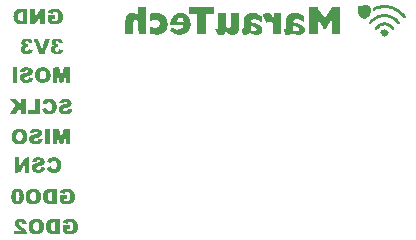
<source format=gbo>
G04 Layer: BottomSilkscreenLayer*
G04 EasyEDA Pro v2.2.40.3, 2025-08-02 18:00:09*
G04 Gerber Generator version 0.3*
G04 Scale: 100 percent, Rotated: No, Reflected: No*
G04 Dimensions in millimeters*
G04 Leading zeros omitted, absolute positions, 4 integers and 5 decimals*
G04 Generated by one-click*
%FSLAX45Y45*%
%MOMM*%
%ADD10C,0.254*%
%ADD11C,0.6533*%
G75*


G04 Image Start*
G36*
G01X13245384Y-7549204D02*
G01X13245384Y-7665091D01*
G01X13212604Y-7664788D01*
G01X13179823Y-7664485D01*
G01X13179546Y-7611317D01*
G01X13179269Y-7558150D01*
G01X13175536Y-7553248D01*
G01X13170952Y-7548238D01*
G01X13165983Y-7544583D01*
G01X13160819Y-7542291D01*
G01X13155653Y-7541371D01*
G01X13150675Y-7541832D01*
G01X13146077Y-7543682D01*
G01X13143979Y-7545130D01*
G01X13142048Y-7546930D01*
G01X13140307Y-7549080D01*
G01X13138781Y-7551584D01*
G01X13136116Y-7556645D01*
G01X13135050Y-7664485D01*
G01X13102293Y-7664788D01*
G01X13069537Y-7665091D01*
G01X13068905Y-7662382D01*
G01X13068465Y-7655004D01*
G01X13068300Y-7639684D01*
G01X13068639Y-7595724D01*
G01X13069611Y-7551504D01*
G01X13070236Y-7535862D01*
G01X13070902Y-7528031D01*
G01X13072907Y-7520895D01*
G01X13075665Y-7513518D01*
G01X13078676Y-7507098D01*
G01X13081438Y-7502835D01*
G01X13085180Y-7497849D01*
G01X13086713Y-7496026D01*
G01X13088136Y-7495268D01*
G01X13089480Y-7494758D01*
G01X13090820Y-7493533D01*
G01X13093815Y-7490403D01*
G01X13097510Y-7487790D01*
G01X13101815Y-7485687D01*
G01X13106642Y-7484085D01*
G01X13111902Y-7482976D01*
G01X13117506Y-7482352D01*
G01X13123365Y-7482204D01*
G01X13129390Y-7482526D01*
G01X13135492Y-7483308D01*
G01X13141582Y-7484543D01*
G01X13147571Y-7486223D01*
G01X13153371Y-7488339D01*
G01X13158892Y-7490883D01*
G01X13164046Y-7493847D01*
G01X13168743Y-7497224D01*
G01X13172894Y-7501004D01*
G01X13176316Y-7504245D01*
G01X13178311Y-7505593D01*
G01X13178706Y-7502926D01*
G01X13179016Y-7495469D01*
G01X13179290Y-7469455D01*
G01X13179290Y-7433317D01*
G01X13245384Y-7433317D01*
G01X13245384Y-7549204D01*
G37*
G36*
G01X13351220Y-7666343D02*
G01X13348710Y-7667140D01*
G01X13343564Y-7667521D01*
G01X13328319Y-7667203D01*
G01X13311390Y-7665719D01*
G01X13304141Y-7664644D01*
G01X13298686Y-7663401D01*
G01X13284295Y-7659097D01*
G01X13282038Y-7658400D01*
G01X13280345Y-7657522D01*
G01X13279132Y-7656082D01*
G01X13278318Y-7653695D01*
G01X13277821Y-7649981D01*
G01X13277557Y-7644556D01*
G01X13277404Y-7627043D01*
G01X13277427Y-7609325D01*
G01X13277678Y-7604138D01*
G01X13278241Y-7600933D01*
G01X13279231Y-7599357D01*
G01X13280760Y-7599060D01*
G01X13282943Y-7599691D01*
G01X13285894Y-7600899D01*
G01X13298300Y-7605361D01*
G01X13303838Y-7606806D01*
G01X13309347Y-7607851D01*
G01X13316495Y-7608358D01*
G01X13324922Y-7608198D01*
G01X13332108Y-7607509D01*
G01X13334448Y-7607009D01*
G01X13335535Y-7606427D01*
G01X13336522Y-7605703D01*
G01X13338071Y-7605402D01*
G01X13340141Y-7605154D01*
G01X13342250Y-7604441D01*
G01X13346467Y-7601796D01*
G01X13350496Y-7597828D01*
G01X13354111Y-7592898D01*
G01X13357083Y-7587365D01*
G01X13359187Y-7581589D01*
G01X13360197Y-7575930D01*
G01X13359884Y-7570749D01*
G01X13358806Y-7565447D01*
G01X13357667Y-7561414D01*
G01X13355715Y-7557689D01*
G01X13353028Y-7554288D01*
G01X13349685Y-7551232D01*
G01X13345765Y-7548538D01*
G01X13341348Y-7546227D01*
G01X13336512Y-7544317D01*
G01X13331336Y-7542827D01*
G01X13325900Y-7541776D01*
G01X13320283Y-7541182D01*
G01X13314563Y-7541065D01*
G01X13308820Y-7541444D01*
G01X13303132Y-7542338D01*
G01X13297579Y-7543765D01*
G01X13292240Y-7545744D01*
G01X13287194Y-7548295D01*
G01X13284578Y-7549804D01*
G01X13282633Y-7550614D01*
G01X13281261Y-7550373D01*
G01X13280361Y-7548732D01*
G01X13279834Y-7545338D01*
G01X13279581Y-7539842D01*
G01X13279498Y-7521134D01*
G01X13279498Y-7491934D01*
G01X13282962Y-7490284D01*
G01X13288833Y-7488112D01*
G01X13296565Y-7486160D01*
G01X13305564Y-7484494D01*
G01X13315237Y-7483182D01*
G01X13324989Y-7482291D01*
G01X13334228Y-7481888D01*
G01X13342360Y-7482041D01*
G01X13348790Y-7482818D01*
G01X13363106Y-7486044D01*
G01X13372403Y-7489150D01*
G01X13381438Y-7493413D01*
G01X13389734Y-7498741D01*
G01X13397264Y-7505031D01*
G01X13403996Y-7512179D01*
G01X13409901Y-7520081D01*
G01X13414950Y-7528633D01*
G01X13419112Y-7537732D01*
G01X13422360Y-7547273D01*
G01X13424661Y-7557154D01*
G01X13425988Y-7567270D01*
G01X13426310Y-7577518D01*
G01X13425598Y-7587794D01*
G01X13423822Y-7597993D01*
G01X13420952Y-7608014D01*
G01X13416959Y-7617751D01*
G01X13411814Y-7627101D01*
G01X13407638Y-7632792D01*
G01X13402140Y-7639238D01*
G01X13397055Y-7644516D01*
G01X13395210Y-7646116D01*
G01X13394120Y-7646702D01*
G01X13392477Y-7647581D01*
G01X13390285Y-7649692D01*
G01X13388304Y-7651613D01*
G01X13385973Y-7653318D01*
G01X13383632Y-7654590D01*
G01X13381624Y-7655211D01*
G01X13379545Y-7656741D01*
G01X13378050Y-7657753D01*
G01X13376326Y-7658175D01*
G01X13373879Y-7658849D01*
G01X13370644Y-7660469D01*
G01X13367051Y-7662090D01*
G01X13363745Y-7662764D01*
G01X13361360Y-7663101D01*
G01X13359983Y-7663911D01*
G01X13358503Y-7664721D01*
G01X13355869Y-7665058D01*
G01X13353078Y-7665436D01*
G01X13351220Y-7666343D01*
G37*
G36*
G01X13542833Y-7666046D02*
G01X13532709Y-7667017D01*
G01X13522455Y-7667290D01*
G01X13512510Y-7666869D01*
G01X13503314Y-7665757D01*
G01X13495306Y-7663957D01*
G01X13488928Y-7661472D01*
G01X13485197Y-7660058D01*
G01X13481490Y-7658654D01*
G01X13476378Y-7655748D01*
G01X13464283Y-7647239D01*
G01X13458470Y-7642542D01*
G01X13453596Y-7638151D01*
G01X13450244Y-7634520D01*
G01X13449322Y-7633131D01*
G01X13449000Y-7632101D01*
G01X13452732Y-7623250D01*
G01X13455364Y-7617236D01*
G01X13456459Y-7613962D01*
G01X13456961Y-7611896D01*
G01X13458154Y-7609021D01*
G01X13459575Y-7606327D01*
G01X13460757Y-7604806D01*
G01X13462831Y-7605062D01*
G01X13466383Y-7606475D01*
G01X13469911Y-7608349D01*
G01X13471913Y-7609984D01*
G01X13474111Y-7611639D01*
G01X13478324Y-7613943D01*
G01X13482751Y-7615990D01*
G01X13485594Y-7616874D01*
G01X13486848Y-7617150D01*
G01X13487961Y-7617812D01*
G01X13491631Y-7620433D01*
G01X13496013Y-7622268D01*
G01X13500976Y-7623366D01*
G01X13506389Y-7623773D01*
G01X13512121Y-7623537D01*
G01X13518041Y-7622706D01*
G01X13524018Y-7621327D01*
G01X13529922Y-7619447D01*
G01X13535621Y-7617115D01*
G01X13540985Y-7614378D01*
G01X13545883Y-7611282D01*
G01X13550184Y-7607877D01*
G01X13553756Y-7604208D01*
G01X13556471Y-7600324D01*
G01X13558195Y-7596273D01*
G01X13558799Y-7592101D01*
G01X13558799Y-7589341D01*
G01X13512693Y-7589159D01*
G01X13460040Y-7589202D01*
G01X13456676Y-7588668D01*
G01X13453881Y-7586907D01*
G01X13451694Y-7584060D01*
G01X13450153Y-7580263D01*
G01X13449300Y-7575657D01*
G01X13449173Y-7570380D01*
G01X13449812Y-7564570D01*
G01X13450588Y-7561234D01*
G01X13506030Y-7561234D01*
G01X13561464Y-7561234D01*
G01X13561818Y-7557223D01*
G01X13561952Y-7552530D01*
G01X13561536Y-7548056D01*
G01X13560610Y-7543831D01*
G01X13559214Y-7539888D01*
G01X13557388Y-7536255D01*
G01X13555173Y-7532964D01*
G01X13552608Y-7530046D01*
G01X13549734Y-7527531D01*
G01X13546591Y-7525450D01*
G01X13543219Y-7523833D01*
G01X13539657Y-7522712D01*
G01X13535947Y-7522116D01*
G01X13532129Y-7522077D01*
G01X13528241Y-7522625D01*
G01X13524326Y-7523790D01*
G01X13520422Y-7525604D01*
G01X13517283Y-7527719D01*
G01X13514513Y-7530378D01*
G01X13512121Y-7533561D01*
G01X13510116Y-7537250D01*
G01X13508507Y-7541422D01*
G01X13507304Y-7546059D01*
G01X13507304Y-7546059D01*
G01X13506515Y-7551140D01*
G01X13506150Y-7556645D01*
G01X13506030Y-7561234D01*
G01X13450588Y-7561234D01*
G01X13451256Y-7558366D01*
G01X13452579Y-7551814D01*
G01X13454098Y-7544203D01*
G01X13456591Y-7536710D01*
G01X13459966Y-7529405D01*
G01X13464134Y-7522354D01*
G01X13469005Y-7515628D01*
G01X13474490Y-7509293D01*
G01X13480499Y-7503420D01*
G01X13486941Y-7498076D01*
G01X13493728Y-7493329D01*
G01X13500770Y-7489248D01*
G01X13507977Y-7485902D01*
G01X13515258Y-7483359D01*
G01X13522525Y-7481687D01*
G01X13529688Y-7480955D01*
G01X13536657Y-7481231D01*
G01X13543341Y-7482584D01*
G01X13546912Y-7483288D01*
G01X13551007Y-7483660D01*
G01X13554330Y-7484047D01*
G01X13556045Y-7484788D01*
G01X13557564Y-7485684D01*
G01X13560417Y-7486445D01*
G01X13565033Y-7487547D01*
G01X13569667Y-7489222D01*
G01X13574286Y-7491434D01*
G01X13578858Y-7494147D01*
G01X13583352Y-7497323D01*
G01X13587735Y-7500927D01*
G01X13596040Y-7509271D01*
G01X13603516Y-7518886D01*
G01X13609906Y-7529479D01*
G01X13612614Y-7535051D01*
G01X13614953Y-7540758D01*
G01X13616893Y-7546564D01*
G01X13618401Y-7552431D01*
G01X13619438Y-7558588D01*
G01X13620118Y-7565570D01*
G01X13620448Y-7580252D01*
G01X13620119Y-7587073D01*
G01X13619475Y-7592961D01*
G01X13618525Y-7597477D01*
G01X13617280Y-7600182D01*
G01X13616634Y-7601707D01*
G01X13616365Y-7603843D01*
G01X13616052Y-7605867D01*
G01X13615299Y-7607123D01*
G01X13614546Y-7608405D01*
G01X13614233Y-7610492D01*
G01X13613770Y-7612784D01*
G01X13612658Y-7614558D01*
G01X13610713Y-7617383D01*
G01X13608249Y-7622200D01*
G01X13604999Y-7628037D01*
G01X13600603Y-7633952D01*
G01X13595253Y-7639783D01*
G01X13589140Y-7645367D01*
G01X13582459Y-7650543D01*
G01X13575402Y-7655148D01*
G01X13568162Y-7659021D01*
G01X13560931Y-7661998D01*
G01X13552387Y-7664374D01*
G01X13542833Y-7666046D01*
G37*
G36*
G01X13750877Y-7663731D02*
G01X13749745Y-7664187D01*
G01X13744584Y-7664737D01*
G01X13713374Y-7664788D01*
G01X13676596Y-7664485D01*
G01X13676323Y-7578155D01*
G01X13676049Y-7491826D01*
G01X13643672Y-7491826D01*
G01X13621639Y-7491901D01*
G01X13615375Y-7491251D01*
G01X13613185Y-7490537D01*
G01X13611531Y-7489481D01*
G01X13610341Y-7488020D01*
G01X13609547Y-7486094D01*
G01X13608862Y-7480597D01*
G01X13609149Y-7461282D01*
G01X13609436Y-7433891D01*
G01X13818948Y-7433306D01*
G01X13818379Y-7491253D01*
G01X13785598Y-7491556D01*
G01X13752817Y-7491859D01*
G01X13752817Y-7576519D01*
G01X13752540Y-7643975D01*
G01X13752131Y-7658228D01*
G01X13751485Y-7663135D01*
G01X13750877Y-7663731D01*
G37*
G36*
G01X13900307Y-7662791D02*
G01X13892575Y-7666108D01*
G01X13887060Y-7667357D01*
G01X13880314Y-7667915D01*
G01X13872907Y-7667848D01*
G01X13865407Y-7667226D01*
G01X13858382Y-7666116D01*
G01X13852402Y-7664585D01*
G01X13848035Y-7662702D01*
G01X13846634Y-7661650D01*
G01X13845850Y-7660535D01*
G01X13843300Y-7654462D01*
G01X13842364Y-7651294D01*
G01X13840321Y-7645256D01*
G01X13835923Y-7632936D01*
G01X13832739Y-7624331D01*
G01X13831121Y-7621249D01*
G01X13831067Y-7620085D01*
G01X13831531Y-7619154D01*
G01X13832524Y-7618445D01*
G01X13834058Y-7617945D01*
G01X13838792Y-7617522D01*
G01X13844039Y-7617361D01*
G01X13846157Y-7617044D01*
G01X13847973Y-7616423D01*
G01X13849510Y-7615386D01*
G01X13850793Y-7613826D01*
G01X13851848Y-7611630D01*
G01X13852699Y-7608691D01*
G01X13853889Y-7600138D01*
G01X13854563Y-7587287D01*
G01X13855157Y-7545172D01*
G01X13855690Y-7485516D01*
G01X13920718Y-7485516D01*
G01X13920995Y-7539009D01*
G01X13921272Y-7592501D01*
G01X13926902Y-7598707D01*
G01X13931991Y-7603477D01*
G01X13937225Y-7606836D01*
G01X13942459Y-7608788D01*
G01X13947546Y-7609339D01*
G01X13952342Y-7608492D01*
G01X13956701Y-7606252D01*
G01X13960478Y-7602623D01*
G01X13963526Y-7597609D01*
G01X13964607Y-7593823D01*
G01X13965267Y-7585588D01*
G01X13966024Y-7539436D01*
G01X13966557Y-7485516D01*
G01X13998612Y-7485213D01*
G01X14021464Y-7485228D01*
G01X14031393Y-7485691D01*
G01X14031761Y-7490815D01*
G01X14031996Y-7503655D01*
G01X14032096Y-7542928D01*
G01X14031750Y-7584413D01*
G01X14031016Y-7609009D01*
G01X14029812Y-7617977D01*
G01X14027943Y-7626363D01*
G01X14025452Y-7634082D01*
G01X14022383Y-7641047D01*
G01X14018780Y-7647173D01*
G01X14014686Y-7652373D01*
G01X14010145Y-7656563D01*
G01X14005201Y-7659656D01*
G01X13995372Y-7664278D01*
G01X13989109Y-7666319D01*
G01X13985835Y-7666882D01*
G01X13981565Y-7667182D01*
G01X13971410Y-7667064D01*
G01X13961402Y-7666112D01*
G01X13957315Y-7665369D01*
G01X13954298Y-7664472D01*
G01X13943252Y-7659309D01*
G01X13939336Y-7657006D01*
G01X13937221Y-7655280D01*
G01X13935907Y-7654084D01*
G01X13934584Y-7653586D01*
G01X13931609Y-7651395D01*
G01X13926325Y-7646129D01*
G01X13921558Y-7641052D01*
G01X13920070Y-7639775D01*
G01X13918958Y-7639334D01*
G01X13918058Y-7639724D01*
G01X13917204Y-7640942D01*
G01X13914978Y-7645842D01*
G01X13911069Y-7653055D01*
G01X13908829Y-7656001D01*
G01X13906325Y-7658573D01*
G01X13903503Y-7660819D01*
G01X13900307Y-7662791D01*
G37*
G36*
G01X14200487Y-7664124D02*
G01X14197053Y-7665355D01*
G01X14189038Y-7666987D01*
G01X14179835Y-7667545D01*
G01X14169851Y-7667068D01*
G01X14159494Y-7665596D01*
G01X14149173Y-7663166D01*
G01X14139295Y-7659820D01*
G01X14130268Y-7655594D01*
G01X14122348Y-7651242D01*
G01X14119075Y-7654633D01*
G01X14115516Y-7657892D01*
G01X14111602Y-7660627D01*
G01X14107267Y-7662857D01*
G01X14102444Y-7664602D01*
G01X14097066Y-7665882D01*
G01X14091067Y-7666717D01*
G01X14084380Y-7667127D01*
G01X14076938Y-7667131D01*
G01X14062593Y-7666779D01*
G01X14060578Y-7658748D01*
G01X14058053Y-7647850D01*
G01X14056638Y-7642687D01*
G01X14053343Y-7630004D01*
G01X14051907Y-7622996D01*
G01X14051740Y-7621510D01*
G01X14130997Y-7621510D01*
G01X14131223Y-7625496D01*
G01X14131838Y-7628365D01*
G01X14132959Y-7630449D01*
G01X14134703Y-7632083D01*
G01X14140530Y-7635337D01*
G01X14145879Y-7637565D01*
G01X14145879Y-7637565D01*
G01X14151588Y-7639061D01*
G01X14157327Y-7639841D01*
G01X14162766Y-7639923D01*
G01X14167578Y-7639324D01*
G01X14171433Y-7638059D01*
G01X14174001Y-7636145D01*
G01X14174700Y-7634950D01*
G01X14174954Y-7633600D01*
G01X14175432Y-7632297D01*
G01X14176561Y-7630648D01*
G01X14178139Y-7628462D01*
G01X14179259Y-7626219D01*
G01X14179929Y-7623932D01*
G01X14180160Y-7621615D01*
G01X14179960Y-7619281D01*
G01X14179339Y-7616942D01*
G01X14176872Y-7612307D01*
G01X14172834Y-7607814D01*
G01X14167300Y-7603570D01*
G01X14160346Y-7599680D01*
G01X14152048Y-7596251D01*
G01X14141951Y-7592481D01*
G01X14137136Y-7590301D01*
G01X14135670Y-7589064D01*
G01X14134479Y-7588634D01*
G01X14133530Y-7589114D01*
G01X14132789Y-7590611D01*
G01X14131799Y-7597069D01*
G01X14131244Y-7608844D01*
G01X14130997Y-7621510D01*
G01X14051740Y-7621510D01*
G01X14051534Y-7619690D01*
G01X14058760Y-7617709D01*
G01X14062535Y-7616861D01*
G01X14065350Y-7615796D01*
G01X14067355Y-7613911D01*
G01X14068706Y-7610607D01*
G01X14069555Y-7605283D01*
G01X14070055Y-7597340D01*
G01X14070621Y-7571191D01*
G01X14071136Y-7547310D01*
G01X14071981Y-7533313D01*
G01X14072684Y-7528622D01*
G01X14073657Y-7524723D01*
G01X14076663Y-7517065D01*
G01X14079216Y-7512529D01*
G01X14082854Y-7507729D01*
G01X14087267Y-7502933D01*
G01X14092141Y-7498409D01*
G01X14097167Y-7494425D01*
G01X14102033Y-7491248D01*
G01X14106427Y-7489145D01*
G01X14110038Y-7488385D01*
G01X14111447Y-7488144D01*
G01X14112478Y-7487564D01*
G01X14114852Y-7486407D01*
G01X14119411Y-7485341D01*
G01X14132944Y-7483657D01*
G01X14148802Y-7482874D01*
G01X14156267Y-7482931D01*
G01X14162708Y-7483348D01*
G01X14169086Y-7484476D01*
G01X14180831Y-7487872D01*
G01X14189556Y-7491132D01*
G01X14203750Y-7497895D01*
G01X14207437Y-7500269D01*
G01X14212557Y-7504125D01*
G01X14217156Y-7507592D01*
G01X14219588Y-7509035D01*
G01X14220882Y-7509250D01*
G01X14221900Y-7510037D01*
G01X14222675Y-7511608D01*
G01X14223239Y-7514176D01*
G01X14223856Y-7523153D01*
G01X14224005Y-7538666D01*
G01X14223886Y-7554403D01*
G01X14223287Y-7562344D01*
G01X14222696Y-7563935D01*
G01X14221849Y-7564231D01*
G01X14220701Y-7563449D01*
G01X14219208Y-7561807D01*
G01X14217473Y-7560187D01*
G01X14214547Y-7558839D01*
G01X14212812Y-7557218D01*
G01X14211131Y-7555598D01*
G01X14209799Y-7554924D01*
G01X14208467Y-7554372D01*
G01X14206785Y-7553044D01*
G01X14203446Y-7550554D01*
G01X14197917Y-7547203D01*
G01X14184029Y-7540054D01*
G01X14176790Y-7537428D01*
G01X14169126Y-7535860D01*
G01X14161387Y-7535307D01*
G01X14153926Y-7535725D01*
G01X14147094Y-7537071D01*
G01X14141242Y-7539301D01*
G01X14138794Y-7540734D01*
G01X14136723Y-7542372D01*
G01X14135073Y-7544210D01*
G01X14133888Y-7546241D01*
G01X14132627Y-7550080D01*
G01X14132525Y-7553482D01*
G01X14133693Y-7556540D01*
G01X14136243Y-7559345D01*
G01X14140287Y-7561991D01*
G01X14145937Y-7564569D01*
G01X14153304Y-7567173D01*
G01X14162501Y-7569895D01*
G01X14186569Y-7577103D01*
G01X14194718Y-7580115D01*
G01X14201381Y-7583107D01*
G01X14207520Y-7585899D01*
G01X14209088Y-7586173D01*
G01X14210762Y-7586960D01*
G01X14214314Y-7589875D01*
G01X14217949Y-7594245D01*
G01X14221437Y-7599670D01*
G01X14224549Y-7605752D01*
G01X14227055Y-7612090D01*
G01X14228727Y-7618285D01*
G01X14229335Y-7623937D01*
G01X14228794Y-7629845D01*
G01X14227293Y-7636002D01*
G01X14225012Y-7642091D01*
G01X14222136Y-7647795D01*
G01X14218846Y-7652799D01*
G01X14215324Y-7656785D01*
G01X14211752Y-7659438D01*
G01X14210005Y-7660165D01*
G01X14208313Y-7660441D01*
G01X14206355Y-7661090D01*
G01X14203471Y-7662610D01*
G01X14200487Y-7664124D01*
G37*
G36*
G01X14386050Y-7663781D02*
G01X14385076Y-7664202D01*
G01X14380446Y-7664751D01*
G01X14353488Y-7665058D01*
G01X14321162Y-7665058D01*
G01X14320751Y-7625192D01*
G01X14320280Y-7599356D01*
G01X14319216Y-7583819D01*
G01X14318314Y-7578783D01*
G01X14317087Y-7574968D01*
G01X14315475Y-7571921D01*
G01X14313419Y-7569190D01*
G01X14311420Y-7565983D01*
G01X14310761Y-7564126D01*
G01X14308961Y-7562011D01*
G01X14306281Y-7559794D01*
G01X14302984Y-7557630D01*
G01X14295595Y-7554088D01*
G01X14292027Y-7553020D01*
G01X14288895Y-7552629D01*
G01X14286370Y-7552998D01*
G01X14283159Y-7554007D01*
G01X14275791Y-7557357D01*
G01X14269010Y-7561501D01*
G01X14266535Y-7563504D01*
G01X14265039Y-7565264D01*
G01X14263798Y-7566384D01*
G01X14262334Y-7565986D01*
G01X14260750Y-7564148D01*
G01X14259153Y-7560947D01*
G01X14256003Y-7553203D01*
G01X14251797Y-7543288D01*
G01X14245251Y-7526407D01*
G01X14241062Y-7516492D01*
G01X14236807Y-7506430D01*
G01X14234902Y-7501252D01*
G01X14234162Y-7497383D01*
G01X14234594Y-7494959D01*
G01X14235252Y-7494333D01*
G01X14236206Y-7494121D01*
G01X14237557Y-7493648D01*
G01X14238843Y-7492512D01*
G01X14240567Y-7491149D01*
G01X14242971Y-7490130D01*
G01X14249057Y-7487857D01*
G01X14253474Y-7485921D01*
G01X14257426Y-7484562D01*
G01X14266990Y-7482693D01*
G01X14275518Y-7481629D01*
G01X14281038Y-7482806D01*
G01X14287012Y-7484539D01*
G01X14292936Y-7487331D01*
G01X14298715Y-7491094D01*
G01X14304255Y-7495738D01*
G01X14309460Y-7501174D01*
G01X14314235Y-7507313D01*
G01X14318486Y-7514067D01*
G01X14322117Y-7521345D01*
G01X14324571Y-7526044D01*
G01X14325412Y-7526560D01*
G01X14326043Y-7525716D01*
G01X14326815Y-7519540D01*
G01X14327170Y-7506696D01*
G01X14327699Y-7491202D01*
G01X14328156Y-7487398D01*
G01X14328769Y-7485871D01*
G01X14331810Y-7485382D01*
G01X14338433Y-7485067D01*
G01X14357598Y-7484924D01*
G01X14376614Y-7485367D01*
G01X14383050Y-7485784D01*
G01X14385829Y-7486320D01*
G01X14386301Y-7494187D01*
G01X14386688Y-7514052D01*
G01X14387155Y-7573922D01*
G01X14387117Y-7634222D01*
G01X14386874Y-7654624D01*
G01X14386461Y-7663243D01*
G01X14386050Y-7663781D01*
G37*
G36*
G01X14456810Y-7666079D02*
G01X14453550Y-7666670D01*
G01X14448840Y-7667082D01*
G01X14437315Y-7667375D01*
G01X14426721Y-7666981D01*
G01X14423174Y-7666532D01*
G01X14421543Y-7665919D01*
G01X14420096Y-7661536D01*
G01X14418030Y-7653012D01*
G01X14416000Y-7644590D01*
G01X14414641Y-7640450D01*
G01X14414018Y-7638624D01*
G01X14413759Y-7635766D01*
G01X14413535Y-7632986D01*
G01X14412997Y-7631350D01*
G01X14412109Y-7629184D01*
G01X14410997Y-7625248D01*
G01X14410129Y-7621382D01*
G01X14409972Y-7619427D01*
G01X14416540Y-7617913D01*
G01X14420703Y-7617054D01*
G01X14423827Y-7615890D01*
G01X14426075Y-7613827D01*
G01X14427000Y-7611680D01*
G01X14490132Y-7611680D01*
G01X14490557Y-7624456D01*
G01X14490968Y-7628641D01*
G01X14491501Y-7630352D01*
G01X14495311Y-7632970D01*
G01X14498716Y-7635382D01*
G01X14503061Y-7637325D01*
G01X14508017Y-7638763D01*
G01X14508017Y-7638763D01*
G01X14513257Y-7639658D01*
G01X14518452Y-7639971D01*
G01X14523273Y-7639664D01*
G01X14527391Y-7638699D01*
G01X14530478Y-7637039D01*
G01X14532734Y-7634790D01*
G01X14534478Y-7632219D01*
G01X14535734Y-7629391D01*
G01X14536523Y-7626370D01*
G01X14536866Y-7623221D01*
G01X14536786Y-7620007D01*
G01X14536304Y-7616794D01*
G01X14535442Y-7613645D01*
G01X14534222Y-7610626D01*
G01X14532665Y-7607800D01*
G01X14530794Y-7605233D01*
G01X14528629Y-7602988D01*
G01X14526193Y-7601129D01*
G01X14523507Y-7599722D01*
G01X14520594Y-7598830D01*
G01X14517474Y-7598519D01*
G01X14514219Y-7597483D01*
G01X14507571Y-7594989D01*
G01X14503885Y-7593681D01*
G01X14501761Y-7592583D01*
G01X14500363Y-7591914D01*
G01X14498426Y-7591635D01*
G01X14496397Y-7591130D01*
G01X14494778Y-7589915D01*
G01X14493600Y-7588715D01*
G01X14492541Y-7588263D01*
G01X14491677Y-7588565D01*
G01X14491086Y-7589628D01*
G01X14490603Y-7592818D01*
G01X14490288Y-7598059D01*
G01X14490132Y-7611680D01*
G01X14427000Y-7611680D01*
G01X14427607Y-7610273D01*
G01X14428587Y-7604632D01*
G01X14429176Y-7596313D01*
G01X14429831Y-7569264D01*
G01X14430278Y-7547258D01*
G01X14430792Y-7534709D01*
G01X14431639Y-7527822D01*
G01X14433084Y-7522801D01*
G01X14435767Y-7516678D01*
G01X14439508Y-7509903D01*
G01X14443144Y-7504413D01*
G01X14444557Y-7502755D01*
G01X14445508Y-7502146D01*
G01X14446988Y-7501217D01*
G01X14449472Y-7498991D01*
G01X14453555Y-7495808D01*
G01X14459158Y-7492331D01*
G01X14464575Y-7489533D01*
G01X14468099Y-7488385D01*
G01X14469608Y-7488132D01*
G01X14470703Y-7487525D01*
G01X14473080Y-7486416D01*
G01X14477727Y-7485379D01*
G01X14491518Y-7483714D01*
G01X14507450Y-7482914D01*
G01X14514773Y-7482958D01*
G01X14520896Y-7483362D01*
G01X14533796Y-7486108D01*
G01X14540930Y-7488038D01*
G01X14545415Y-7489556D01*
G01X14552877Y-7492976D01*
G01X14563384Y-7498202D01*
G01X14566262Y-7500035D01*
G01X14567269Y-7501184D01*
G01X14567690Y-7501867D01*
G01X14568702Y-7502151D01*
G01X14570282Y-7502825D01*
G01X14572066Y-7504446D01*
G01X14573710Y-7506066D01*
G01X14574953Y-7506740D01*
G01X14576709Y-7507667D01*
G01X14579585Y-7509895D01*
G01X14583259Y-7513050D01*
G01X14583259Y-7538038D01*
G01X14583101Y-7554437D01*
G01X14582803Y-7559403D01*
G01X14582271Y-7562511D01*
G01X14581439Y-7563983D01*
G01X14580240Y-7564041D01*
G01X14578607Y-7562910D01*
G01X14576475Y-7560812D01*
G01X14573704Y-7558274D01*
G01X14571879Y-7557218D01*
G01X14570671Y-7556707D01*
G01X14569384Y-7555476D01*
G01X14567304Y-7553690D01*
G01X14564190Y-7551842D01*
G01X14558524Y-7548293D01*
G01X14555639Y-7546217D01*
G01X14551593Y-7543871D01*
G01X14547687Y-7541952D01*
G01X14545220Y-7541157D01*
G01X14541936Y-7540122D01*
G01X14538673Y-7538537D01*
G01X14535166Y-7537269D01*
G01X14527643Y-7535652D01*
G01X14519816Y-7535199D01*
G01X14512131Y-7535841D01*
G01X14505036Y-7537508D01*
G01X14498978Y-7540130D01*
G01X14496479Y-7541777D01*
G01X14494406Y-7543637D01*
G01X14492816Y-7545701D01*
G01X14491766Y-7547959D01*
G01X14491035Y-7550720D01*
G01X14490768Y-7553127D01*
G01X14490990Y-7555221D01*
G01X14491724Y-7557041D01*
G01X14492992Y-7558628D01*
G01X14494819Y-7560021D01*
G01X14500243Y-7562386D01*
G01X14505971Y-7564669D01*
G01X14515706Y-7568129D01*
G01X14529424Y-7572161D01*
G01X14540100Y-7575266D01*
G01X14549662Y-7578605D01*
G01X14558097Y-7582171D01*
G01X14565391Y-7585954D01*
G01X14571530Y-7589947D01*
G01X14576501Y-7594142D01*
G01X14580290Y-7598532D01*
G01X14582884Y-7603108D01*
G01X14586813Y-7613174D01*
G01X14587717Y-7616679D01*
G01X14588244Y-7620217D01*
G01X14588167Y-7626240D01*
G01X14587128Y-7633392D01*
G01X14585508Y-7639740D01*
G01X14584599Y-7642010D01*
G01X14583688Y-7643354D01*
G01X14582632Y-7644718D01*
G01X14582193Y-7646123D01*
G01X14580837Y-7648443D01*
G01X14577575Y-7652006D01*
G01X14572173Y-7656987D01*
G01X14567974Y-7660319D01*
G01X14564714Y-7662183D01*
G01X14562130Y-7662764D01*
G01X14560516Y-7663005D01*
G01X14559399Y-7663584D01*
G01X14557982Y-7664540D01*
G01X14555736Y-7665334D01*
G01X14549216Y-7666452D01*
G01X14540761Y-7666970D01*
G01X14531293Y-7666918D01*
G01X14521732Y-7666329D01*
G01X14513000Y-7665232D01*
G01X14506018Y-7663659D01*
G01X14503471Y-7662704D01*
G01X14501707Y-7661641D01*
G01X14497976Y-7659899D01*
G01X14490293Y-7656575D01*
G01X14487119Y-7654677D01*
G01X14485228Y-7653069D01*
G01X14483532Y-7651632D01*
G01X14481599Y-7651519D01*
G01X14479322Y-7652760D01*
G01X14476598Y-7655382D01*
G01X14473086Y-7658634D01*
G01X14468733Y-7661438D01*
G01X14463366Y-7663888D01*
G01X14456810Y-7666079D01*
G37*
G36*
G01X14887752Y-7663786D02*
G01X14885065Y-7664365D01*
G01X14878236Y-7664716D01*
G01X14850174Y-7664787D01*
G01X14814056Y-7664485D01*
G01X14814454Y-7603394D01*
G01X14814525Y-7560250D01*
G01X14814137Y-7542304D01*
G01X14812768Y-7543283D01*
G01X14810796Y-7545541D01*
G01X14809016Y-7548063D01*
G01X14808226Y-7549834D01*
G01X14807263Y-7551663D01*
G01X14804994Y-7554350D01*
G01X14802736Y-7556963D01*
G01X14801796Y-7558613D01*
G01X14800231Y-7561466D01*
G01X14792702Y-7572474D01*
G01X14791136Y-7575327D01*
G01X14790197Y-7576977D01*
G01X14787938Y-7579589D01*
G01X14785679Y-7582298D01*
G01X14783800Y-7586059D01*
G01X14781542Y-7588767D01*
G01X14779283Y-7591380D01*
G01X14778344Y-7593030D01*
G01X14776778Y-7595883D01*
G01X14773013Y-7601387D01*
G01X14767683Y-7609609D01*
G01X14766861Y-7611119D01*
G01X14764884Y-7613584D01*
G01X14762547Y-7616584D01*
G01X14760860Y-7619383D01*
G01X14759068Y-7621891D01*
G01X14758047Y-7622333D01*
G01X14756926Y-7622227D01*
G01X14754326Y-7620358D01*
G01X14751160Y-7616246D01*
G01X14745100Y-7607330D01*
G01X14738437Y-7597658D01*
G01X14721828Y-7573280D01*
G01X14705320Y-7548761D01*
G01X14702033Y-7544208D01*
G01X14700117Y-7542311D01*
G01X14699775Y-7546959D01*
G01X14699562Y-7559798D01*
G01X14699584Y-7603394D01*
G01X14699990Y-7664485D01*
G01X14663620Y-7664786D01*
G01X14634038Y-7664726D01*
G01X14628142Y-7664291D01*
G01X14626037Y-7663515D01*
G01X14625485Y-7656767D01*
G01X14625157Y-7636757D01*
G01X14625096Y-7547916D01*
G01X14625367Y-7433891D01*
G01X14659084Y-7433588D01*
G01X14692801Y-7433286D01*
G01X14695524Y-7437030D01*
G01X14703382Y-7448231D01*
G01X14709791Y-7457409D01*
G01X14715921Y-7466300D01*
G01X14725634Y-7480641D01*
G01X14731779Y-7489532D01*
G01X14735682Y-7495268D01*
G01X14739398Y-7500605D01*
G01X14748401Y-7513512D01*
G01X14753038Y-7519966D01*
G01X14756406Y-7523889D01*
G01X14758460Y-7525236D01*
G01X14758980Y-7524930D01*
G01X14759155Y-7523964D01*
G01X14761660Y-7519617D01*
G01X14767683Y-7510756D01*
G01X14773706Y-7501957D01*
G01X14776211Y-7497762D01*
G01X14777151Y-7496145D01*
G01X14779410Y-7493547D01*
G01X14781668Y-7490839D01*
G01X14783547Y-7487077D01*
G01X14788064Y-7481661D01*
G01X14789943Y-7477900D01*
G01X14792202Y-7475191D01*
G01X14794461Y-7472593D01*
G01X14795400Y-7470977D01*
G01X14797905Y-7466782D01*
G01X14803928Y-7457983D01*
G01X14809952Y-7449180D01*
G01X14812457Y-7444974D01*
G01X14813273Y-7443499D01*
G01X14815235Y-7441261D01*
G01X14817469Y-7438539D01*
G01X14818940Y-7435899D01*
G01X14819866Y-7433317D01*
G01X14853828Y-7433317D01*
G01X14878022Y-7433542D01*
G01X14888501Y-7434082D01*
G01X14888977Y-7444373D01*
G01X14889255Y-7470480D01*
G01X14889291Y-7549037D01*
G01X14888744Y-7627542D01*
G01X14888295Y-7653585D01*
G01X14887752Y-7663786D01*
G37*
G36*
G01X15102824Y-7532698D02*
G01X15096709Y-7536651D01*
G01X15092116Y-7538602D01*
G01X15090768Y-7538498D01*
G01X15088840Y-7537791D01*
G01X15083570Y-7534835D01*
G01X15076953Y-7530258D01*
G01X15069638Y-7524587D01*
G01X15062274Y-7518348D01*
G01X15055510Y-7512069D01*
G01X15049995Y-7506275D01*
G01X15046376Y-7501492D01*
G01X15045052Y-7498727D01*
G01X15044473Y-7497040D01*
G01X15084835Y-7497040D01*
G01X15085011Y-7498871D01*
G01X15085574Y-7500602D01*
G01X15086478Y-7502128D01*
G01X15086478Y-7502128D01*
G01X15087677Y-7503347D01*
G01X15089122Y-7504154D01*
G01X15090768Y-7504446D01*
G01X15092918Y-7503774D01*
G01X15094961Y-7502063D01*
G01X15096488Y-7499774D01*
G01X15097088Y-7497366D01*
G01X15096736Y-7495155D01*
G01X15095780Y-7493333D01*
G01X15094372Y-7491953D01*
G01X15092662Y-7491066D01*
G01X15090802Y-7490724D01*
G01X15088942Y-7490980D01*
G01X15087235Y-7491885D01*
G01X15085831Y-7493491D01*
G01X15085092Y-7495212D01*
G01X15084835Y-7497040D01*
G01X15044473Y-7497040D01*
G01X15043786Y-7495039D01*
G01X15041483Y-7485479D01*
G01X15039575Y-7473977D01*
G01X15038167Y-7461697D01*
G01X15037917Y-7457983D01*
G01X15084829Y-7457983D01*
G01X15085005Y-7469535D01*
G01X15085843Y-7475915D01*
G01X15086656Y-7477639D01*
G01X15087809Y-7478636D01*
G01X15087809Y-7478636D01*
G01X15089360Y-7479095D01*
G01X15091368Y-7479207D01*
G01X15092970Y-7479013D01*
G01X15094254Y-7478354D01*
G01X15095253Y-7477111D01*
G01X15095999Y-7475164D01*
G01X15096858Y-7468690D01*
G01X15097088Y-7457983D01*
G01X15096544Y-7445574D01*
G01X15095830Y-7441358D01*
G01X15094789Y-7438410D01*
G01X15093398Y-7436683D01*
G01X15091635Y-7436134D01*
G01X15089476Y-7436717D01*
G01X15086898Y-7438388D01*
G01X15085775Y-7439764D01*
G01X15085152Y-7442572D01*
G01X15084829Y-7457983D01*
G01X15037917Y-7457983D01*
G01X15037366Y-7449801D01*
G01X15037279Y-7439453D01*
G01X15038011Y-7431818D01*
G01X15038717Y-7429381D01*
G01X15039668Y-7428058D01*
G01X15047368Y-7425871D01*
G01X15062975Y-7422460D01*
G01X15071503Y-7420549D01*
G01X15082863Y-7417886D01*
G01X15088560Y-7416889D01*
G01X15092448Y-7416800D01*
G01X15096555Y-7417269D01*
G01X15105616Y-7419295D01*
G01X15137598Y-7426563D01*
G01X15139389Y-7427472D01*
G01X15140965Y-7429313D01*
G01X15142322Y-7431983D01*
G01X15143459Y-7435382D01*
G01X15145061Y-7443962D01*
G01X15145755Y-7454243D01*
G01X15145523Y-7465413D01*
G01X15144348Y-7476663D01*
G01X15142212Y-7487183D01*
G01X15140778Y-7491916D01*
G01X15139097Y-7496163D01*
G01X15135992Y-7501166D01*
G01X15130940Y-7507301D01*
G01X15124519Y-7514043D01*
G01X15117307Y-7520872D01*
G01X15109883Y-7527264D01*
G01X15102824Y-7532698D01*
G37*
G36*
G01X15386409Y-7576384D02*
G01X15384194Y-7577556D01*
G01X15381916Y-7577898D01*
G01X15379457Y-7577366D01*
G01X15376702Y-7575916D01*
G01X15373535Y-7573505D01*
G01X15365498Y-7565618D01*
G01X15353987Y-7554425D01*
G01X15341910Y-7544705D01*
G01X15329350Y-7536459D01*
G01X15316391Y-7529688D01*
G01X15303116Y-7524392D01*
G01X15289609Y-7520572D01*
G01X15275954Y-7518230D01*
G01X15262234Y-7517365D01*
G01X15248534Y-7517978D01*
G01X15234936Y-7520071D01*
G01X15221524Y-7523644D01*
G01X15208383Y-7528698D01*
G01X15195595Y-7535233D01*
G01X15183245Y-7543251D01*
G01X15171416Y-7552751D01*
G01X15160191Y-7563736D01*
G01X15151263Y-7572628D01*
G01X15147814Y-7575278D01*
G01X15144841Y-7576800D01*
G01X15142194Y-7577248D01*
G01X15139720Y-7576675D01*
G01X15137269Y-7575133D01*
G01X15134690Y-7572675D01*
G01X15132994Y-7570042D01*
G01X15132291Y-7566938D01*
G01X15132526Y-7563420D01*
G01X15133648Y-7559547D01*
G01X15135603Y-7555375D01*
G01X15138336Y-7550961D01*
G01X15141795Y-7546364D01*
G01X15145927Y-7541639D01*
G01X15150677Y-7536845D01*
G01X15155992Y-7532038D01*
G01X15168105Y-7522618D01*
G01X15181838Y-7513835D01*
G01X15189178Y-7509826D01*
G01X15196763Y-7506149D01*
G01X15203159Y-7503257D01*
G01X15209555Y-7500920D01*
G01X15216484Y-7498583D01*
G01X15222667Y-7496793D01*
G01X15230317Y-7495236D01*
G01X15238979Y-7493952D01*
G01X15248197Y-7492980D01*
G01X15266477Y-7492129D01*
G01X15274628Y-7492328D01*
G01X15281512Y-7492997D01*
G01X15292715Y-7495152D01*
G01X15303986Y-7498209D01*
G01X15315183Y-7502056D01*
G01X15326163Y-7506585D01*
G01X15336781Y-7511687D01*
G01X15346895Y-7517254D01*
G01X15356360Y-7523174D01*
G01X15365032Y-7529341D01*
G01X15372770Y-7535644D01*
G01X15379428Y-7541975D01*
G01X15384864Y-7548224D01*
G01X15388933Y-7554282D01*
G01X15391492Y-7560041D01*
G01X15392161Y-7562773D01*
G01X15392398Y-7565390D01*
G01X15392187Y-7567878D01*
G01X15391508Y-7570222D01*
G01X15390343Y-7572410D01*
G01X15388676Y-7574427D01*
G01X15386409Y-7576384D01*
G37*
G36*
G01X15439567Y-7523237D02*
G01X15437121Y-7525183D01*
G01X15434500Y-7526085D01*
G01X15431654Y-7525933D01*
G01X15428534Y-7524715D01*
G01X15425091Y-7522419D01*
G01X15421277Y-7519035D01*
G01X15417041Y-7514551D01*
G01X15409072Y-7506100D01*
G01X15400308Y-7497793D01*
G01X15390961Y-7489784D01*
G01X15381239Y-7482229D01*
G01X15371353Y-7475283D01*
G01X15361513Y-7469101D01*
G01X15351928Y-7463838D01*
G01X15342809Y-7459651D01*
G01X15326613Y-7453518D01*
G01X15311775Y-7449006D01*
G01X15297167Y-7445821D01*
G01X15281666Y-7443668D01*
G01X15267658Y-7442758D01*
G01X15253327Y-7442935D01*
G01X15238839Y-7444169D01*
G01X15224360Y-7446427D01*
G01X15210057Y-7449678D01*
G01X15196095Y-7453891D01*
G01X15182640Y-7459032D01*
G01X15169858Y-7465071D01*
G01X15164980Y-7467269D01*
G01X15163424Y-7467427D01*
G01X15162343Y-7466827D01*
G01X15161651Y-7465369D01*
G01X15161265Y-7462955D01*
G01X15161067Y-7454864D01*
G01X15161188Y-7446727D01*
G01X15161488Y-7444128D01*
G01X15162088Y-7442212D01*
G01X15163096Y-7440757D01*
G01X15164616Y-7439540D01*
G01X15169620Y-7436932D01*
G01X15183132Y-7431200D01*
G01X15198604Y-7426103D01*
G01X15215482Y-7421801D01*
G01X15233213Y-7418456D01*
G01X15244893Y-7417668D01*
G01X15262396Y-7417422D01*
G01X15279780Y-7417713D01*
G01X15291107Y-7418531D01*
G01X15314051Y-7422962D01*
G01X15322981Y-7425306D01*
G01X15332682Y-7428317D01*
G01X15342974Y-7432063D01*
G01X15353426Y-7436600D01*
G01X15363905Y-7441815D01*
G01X15374277Y-7447596D01*
G01X15384409Y-7453831D01*
G01X15394167Y-7460408D01*
G01X15403419Y-7467213D01*
G01X15412031Y-7474136D01*
G01X15419870Y-7481063D01*
G01X15426802Y-7487883D01*
G01X15432694Y-7494483D01*
G01X15437412Y-7500751D01*
G01X15440824Y-7506575D01*
G01X15442796Y-7511843D01*
G01X15443200Y-7514232D01*
G01X15443194Y-7516441D01*
G01X15442762Y-7518454D01*
G01X15441886Y-7520258D01*
G01X15439567Y-7523237D01*
G37*
G36*
G01X15342975Y-7624138D02*
G01X15340514Y-7626669D01*
G01X15337728Y-7628086D01*
G01X15334681Y-7628394D01*
G01X15331435Y-7627597D01*
G01X15328055Y-7625702D01*
G01X15324603Y-7622713D01*
G01X15321144Y-7618634D01*
G01X15317696Y-7614408D01*
G01X15313787Y-7610335D01*
G01X15309508Y-7606482D01*
G01X15304951Y-7602917D01*
G01X15300208Y-7599704D01*
G01X15295370Y-7596913D01*
G01X15290529Y-7594608D01*
G01X15285776Y-7592857D01*
G01X15277889Y-7590354D01*
G01X15273600Y-7589399D01*
G01X15268354Y-7588955D01*
G01X15262420Y-7588993D01*
G01X15256066Y-7589483D01*
G01X15249559Y-7590396D01*
G01X15243167Y-7591703D01*
G01X15237159Y-7593375D01*
G01X15231803Y-7595382D01*
G01X15227415Y-7597671D01*
G01X15222439Y-7600850D01*
G01X15212173Y-7608667D01*
G01X15203895Y-7616410D01*
G01X15201404Y-7619496D01*
G01X15200494Y-7621655D01*
G01X15200301Y-7623035D01*
G01X15199752Y-7624195D01*
G01X15197765Y-7625866D01*
G01X15194890Y-7626705D01*
G01X15191486Y-7626746D01*
G01X15187910Y-7626024D01*
G01X15184519Y-7624574D01*
G01X15181672Y-7622430D01*
G01X15179727Y-7619628D01*
G01X15178904Y-7617204D01*
G01X15178528Y-7614716D01*
G01X15178580Y-7612176D01*
G01X15179041Y-7609594D01*
G01X15181111Y-7604348D01*
G01X15184582Y-7599064D01*
G01X15189301Y-7593829D01*
G01X15195113Y-7588729D01*
G01X15201861Y-7583850D01*
G01X15209391Y-7579280D01*
G01X15217549Y-7575103D01*
G01X15226180Y-7571407D01*
G01X15235127Y-7568278D01*
G01X15244238Y-7565802D01*
G01X15253356Y-7564066D01*
G01X15262326Y-7563157D01*
G01X15270994Y-7563159D01*
G01X15279206Y-7564161D01*
G01X15285489Y-7565673D01*
G01X15291847Y-7567764D01*
G01X15298203Y-7570368D01*
G01X15304477Y-7573418D01*
G01X15310593Y-7576847D01*
G01X15316471Y-7580588D01*
G01X15322035Y-7584575D01*
G01X15327205Y-7588740D01*
G01X15331904Y-7593017D01*
G01X15336053Y-7597340D01*
G01X15339576Y-7601641D01*
G01X15342393Y-7605854D01*
G01X15344427Y-7609912D01*
G01X15345599Y-7613749D01*
G01X15345832Y-7617296D01*
G01X15345047Y-7620488D01*
G01X15342975Y-7624138D01*
G37*
G36*
G01X15267993Y-7680792D02*
G01X15264702Y-7682360D01*
G01X15261673Y-7683290D01*
G01X15258990Y-7683500D01*
G01X15256737Y-7682905D01*
G01X15254036Y-7680909D01*
G01X15250034Y-7677212D01*
G01X15240120Y-7666896D01*
G01X15230975Y-7656320D01*
G01X15227935Y-7652298D01*
G01X15226581Y-7649847D01*
G01X15226260Y-7646894D01*
G01X15226639Y-7643973D01*
G01X15227659Y-7641114D01*
G01X15229261Y-7638351D01*
G01X15231388Y-7635716D01*
G01X15233981Y-7633241D01*
G01X15236982Y-7630958D01*
G01X15240332Y-7628899D01*
G01X15247846Y-7625585D01*
G01X15256057Y-7623555D01*
G01X15260278Y-7623102D01*
G01X15264498Y-7623067D01*
G01X15268659Y-7623482D01*
G01X15272702Y-7624379D01*
G01X15276937Y-7625851D01*
G01X15281077Y-7627745D01*
G01X15284999Y-7629970D01*
G01X15288583Y-7632434D01*
G01X15291706Y-7635045D01*
G01X15294248Y-7637711D01*
G01X15296087Y-7640340D01*
G01X15297101Y-7642840D01*
G01X15297268Y-7645505D01*
G01X15296682Y-7648541D01*
G01X15295427Y-7651863D01*
G01X15293587Y-7655387D01*
G01X15288495Y-7662707D01*
G01X15282081Y-7669829D01*
G01X15275021Y-7676081D01*
G01X15267993Y-7680792D01*
G37*
G04 Image End*

G04 Text Start*
G36*
G01X12493452Y-7577474D02*
G01X12490758Y-7578013D01*
G01X12487525Y-7578552D01*
G01X12485101Y-7579091D01*
G01X12472978Y-7579360D01*
G01X12461124Y-7579091D01*
G01X12455198Y-7578552D01*
G01X12452504Y-7578013D01*
G01X12449271Y-7577474D01*
G01X12446039Y-7576666D01*
G01X12442267Y-7575589D01*
G01X12438765Y-7574511D01*
G01X12436071Y-7573433D01*
G01X12433916Y-7572625D01*
G01X12432030Y-7571817D01*
G01X12425564Y-7568584D01*
G01X12419907Y-7565351D01*
G01X12418291Y-7564274D01*
G01X12416136Y-7562927D01*
G01X12411287Y-7559694D01*
G01X12410479Y-7552353D01*
G01X12410209Y-7531947D01*
G01X12410209Y-7505007D01*
G01X12470553Y-7505007D01*
G01X12470823Y-7506354D01*
G01X12471092Y-7519554D01*
G01X12471092Y-7531408D01*
G01X12444691Y-7531408D01*
G01X12444691Y-7537604D01*
G01X12444894Y-7542318D01*
G01X12445500Y-7544069D01*
G01X12453581Y-7548110D01*
G01X12456545Y-7549188D01*
G01X12460047Y-7550266D01*
G01X12463819Y-7551074D01*
G01X12466782Y-7551343D01*
G01X12468667Y-7551613D01*
G01X12472170Y-7551882D01*
G01X12475672Y-7551613D01*
G01X12479443Y-7551074D01*
G01X12481868Y-7550266D01*
G01X12484831Y-7549188D01*
G01X12486717Y-7548110D01*
G01X12488603Y-7546763D01*
G01X12490489Y-7545147D01*
G01X12491836Y-7543800D01*
G01X12493452Y-7541914D01*
G01X12494799Y-7539759D01*
G01X12496954Y-7535449D01*
G01X12497762Y-7533294D01*
G01X12498301Y-7531139D01*
G01X12499379Y-7525751D01*
G01X12499917Y-7521440D01*
G01X12500187Y-7512820D01*
G01X12499917Y-7504199D01*
G01X12499379Y-7499889D01*
G01X12498840Y-7497464D01*
G01X12498031Y-7494770D01*
G01X12497223Y-7492615D01*
G01X12496415Y-7490729D01*
G01X12495337Y-7488574D01*
G01X12494260Y-7486689D01*
G01X12493183Y-7485341D01*
G01X12490489Y-7482647D01*
G01X12488603Y-7481031D01*
G01X12486447Y-7479684D01*
G01X12484293Y-7478607D01*
G01X12481868Y-7477529D01*
G01X12478635Y-7476721D01*
G01X12475672Y-7476182D01*
G01X12471361Y-7475913D01*
G01X12467051Y-7476182D01*
G01X12464627Y-7476721D01*
G01X12461933Y-7477529D01*
G01X12459508Y-7478607D01*
G01X12457623Y-7479684D01*
G01X12456276Y-7480762D01*
G01X12453581Y-7483456D01*
G01X12452504Y-7485072D01*
G01X12450618Y-7488844D01*
G01X12449810Y-7490056D01*
G01X12448463Y-7490460D01*
G01X12446039Y-7490191D01*
G01X12434185Y-7488036D01*
G01X12427720Y-7486958D01*
G01X12425026Y-7486419D01*
G01X12421793Y-7485880D01*
G01X12419099Y-7485341D01*
G01X12415866Y-7484803D01*
G01X12412903Y-7483994D01*
G01X12412229Y-7483321D01*
G01X12412364Y-7482378D01*
G01X12413173Y-7479954D01*
G01X12413981Y-7477799D01*
G01X12416136Y-7472949D01*
G01X12417483Y-7470794D01*
G01X12418830Y-7468370D01*
G01X12419907Y-7466753D01*
G01X12420985Y-7465406D01*
G01X12422601Y-7463251D01*
G01X12424487Y-7461366D01*
G01X12428528Y-7458133D01*
G01X12430414Y-7456786D01*
G01X12432569Y-7455439D01*
G01X12436879Y-7453284D01*
G01X12439304Y-7452206D01*
G01X12442536Y-7451129D01*
G01X12446039Y-7450320D01*
G01X12448733Y-7449781D01*
G01X12452504Y-7449243D01*
G01X12456814Y-7448704D01*
G01X12465974Y-7448165D01*
G01X12471631Y-7447896D01*
G01X12477288Y-7448165D01*
G01X12484831Y-7448704D01*
G01X12489141Y-7449243D01*
G01X12495068Y-7450320D01*
G01X12497493Y-7451129D01*
G01X12500187Y-7451937D01*
G01X12502342Y-7452745D01*
G01X12505036Y-7453823D01*
G01X12507460Y-7454900D01*
G01X12509616Y-7456247D01*
G01X12512309Y-7457863D01*
G01X12514734Y-7459480D01*
G01X12516620Y-7460827D01*
G01X12517967Y-7462174D01*
G01X12520661Y-7464329D01*
G01X12523354Y-7467023D01*
G01X12524971Y-7469178D01*
G01X12527126Y-7471872D01*
G01X12529012Y-7474566D01*
G01X12530628Y-7477260D01*
G01X12533053Y-7482109D01*
G01X12534130Y-7484533D01*
G01X12535208Y-7487227D01*
G01X12536824Y-7492615D01*
G01X12537633Y-7495848D01*
G01X12538171Y-7498811D01*
G01X12538710Y-7502044D01*
G01X12539249Y-7506354D01*
G01X12539518Y-7515514D01*
G01X12539249Y-7523596D01*
G01X12538710Y-7527906D01*
G01X12538171Y-7530869D01*
G01X12537363Y-7534102D01*
G01X12535747Y-7539490D01*
G01X12534939Y-7541914D01*
G01X12534130Y-7544069D01*
G01X12532514Y-7547841D01*
G01X12530359Y-7551613D01*
G01X12529012Y-7553767D01*
G01X12527396Y-7556192D01*
G01X12526049Y-7558078D01*
G01X12523893Y-7560772D01*
G01X12521199Y-7563466D01*
G01X12517428Y-7566699D01*
G01X12515811Y-7568046D01*
G01X12511501Y-7570739D01*
G01X12509616Y-7571817D01*
G01X12507460Y-7572894D01*
G01X12505036Y-7573972D01*
G01X12502342Y-7575050D01*
G01X12499109Y-7576127D01*
G01X12495876Y-7576936D01*
G01X12493452Y-7577474D01*
G37*
G36*
G01X12386503Y-7513628D02*
G01X12386503Y-7577205D01*
G01X12349326Y-7577205D01*
G01X12349326Y-7542992D01*
G01X12349191Y-7517399D01*
G01X12348787Y-7509048D01*
G01X12347440Y-7510664D01*
G01X12345824Y-7513089D01*
G01X12343130Y-7516861D01*
G01X12338281Y-7524134D01*
G01X12334509Y-7529522D01*
G01X12329660Y-7536796D01*
G01X12326966Y-7540567D01*
G01X12322117Y-7547841D01*
G01X12318346Y-7553229D01*
G01X12313497Y-7560503D01*
G01X12310803Y-7564274D01*
G01X12305954Y-7571547D01*
G01X12304068Y-7574241D01*
G01X12302451Y-7576397D01*
G01X12297400Y-7577003D01*
G01X12283324Y-7577205D01*
G01X12264736Y-7577205D01*
G01X12264736Y-7450051D01*
G01X12301913Y-7450051D01*
G01X12301913Y-7484803D01*
G01X12302115Y-7510799D01*
G01X12302721Y-7519285D01*
G01X12303799Y-7518207D01*
G01X12304876Y-7516322D01*
G01X12309725Y-7509048D01*
G01X12312419Y-7505277D01*
G01X12318884Y-7495579D01*
G01X12321579Y-7491807D01*
G01X12328044Y-7482109D01*
G01X12330738Y-7478337D01*
G01X12335587Y-7471064D01*
G01X12338281Y-7467292D01*
G01X12344746Y-7457594D01*
G01X12347440Y-7453823D01*
G01X12349057Y-7451398D01*
G01X12349865Y-7450051D01*
G01X12386503Y-7450051D01*
G01X12386503Y-7513628D01*
G37*
G36*
G01X12208433Y-7450051D02*
G01X12237797Y-7450051D01*
G01X12238066Y-7451398D01*
G01X12238336Y-7514975D01*
G01X12238336Y-7577205D01*
G01X12205200Y-7577205D01*
G01X12171257Y-7576936D01*
G01X12167485Y-7576397D01*
G01X12161559Y-7575319D01*
G01X12158864Y-7574511D01*
G01X12155632Y-7573703D01*
G01X12153207Y-7572894D01*
G01X12151052Y-7572086D01*
G01X12149166Y-7571278D01*
G01X12147281Y-7570201D01*
G01X12145126Y-7568854D01*
G01X12143240Y-7567507D01*
G01X12141084Y-7565890D01*
G01X12139199Y-7564274D01*
G01X12137583Y-7562388D01*
G01X12134350Y-7559156D01*
G01X12132733Y-7557000D01*
G01X12130847Y-7554306D01*
G01X12128154Y-7549996D01*
G01X12127076Y-7547571D01*
G01X12126268Y-7545686D01*
G01X12125190Y-7543261D01*
G01X12124113Y-7540029D01*
G01X12123304Y-7536526D01*
G01X12122766Y-7533833D01*
G01X12122227Y-7530600D01*
G01X12121688Y-7526289D01*
G01X12121419Y-7521710D01*
G01X12121149Y-7518207D01*
G01X12120896Y-7513897D01*
G01X12160481Y-7513897D01*
G01X12160481Y-7517130D01*
G01X12160750Y-7522787D01*
G01X12161020Y-7526828D01*
G01X12161559Y-7531139D01*
G01X12162367Y-7533833D01*
G01X12163444Y-7537065D01*
G01X12165061Y-7539759D01*
G01X12166677Y-7541914D01*
G01X12168024Y-7543261D01*
G01X12169371Y-7544339D01*
G01X12170987Y-7545416D01*
G01X12173412Y-7546494D01*
G01X12176375Y-7547302D01*
G01X12178800Y-7547841D01*
G01X12178800Y-7547841D01*
G01X12183649Y-7548380D01*
G01X12191461Y-7548649D01*
G01X12198735Y-7548380D01*
G01X12199004Y-7513628D01*
G01X12199004Y-7479146D01*
G01X12190653Y-7479146D01*
G01X12181494Y-7479415D01*
G01X12178800Y-7479954D01*
G01X12175836Y-7480762D01*
G01X12173412Y-7481839D01*
G01X12171257Y-7482917D01*
G01X12169640Y-7483994D01*
G01X12166946Y-7486689D01*
G01X12165869Y-7488036D01*
G01X12163983Y-7491807D01*
G01X12162906Y-7494770D01*
G01X12162097Y-7497734D01*
G01X12161559Y-7500966D01*
G01X12161020Y-7504738D01*
G01X12160750Y-7509856D01*
G01X12160481Y-7513897D01*
G01X12120896Y-7513897D01*
G01X12120880Y-7513628D01*
G01X12121149Y-7509048D01*
G01X12121688Y-7501505D01*
G01X12122227Y-7497734D01*
G01X12123304Y-7491807D01*
G01X12124113Y-7489113D01*
G01X12125190Y-7485611D01*
G01X12126268Y-7482378D01*
G01X12127346Y-7479954D01*
G01X12128154Y-7478068D01*
G01X12128962Y-7476451D01*
G01X12131117Y-7472680D01*
G01X12132194Y-7471333D01*
G01X12134889Y-7467561D01*
G01X12140276Y-7462174D01*
G01X12141623Y-7461096D01*
G01X12142970Y-7460288D01*
G01X12144856Y-7458941D01*
G01X12147011Y-7457594D01*
G01X12151321Y-7455439D01*
G01X12153746Y-7454361D01*
G01X12156979Y-7453284D01*
G01X12160211Y-7452476D01*
G01X12162636Y-7451937D01*
G01X12165330Y-7451398D01*
G01X12169640Y-7450859D01*
G01X12174759Y-7450590D01*
G01X12178261Y-7450320D01*
G01X12208433Y-7450051D01*
G37*
G36*
G01X12382615Y-7828934D02*
G01X12361064Y-7829473D01*
G01X12344833Y-7829204D01*
G01X12339243Y-7828396D01*
G01X12336818Y-7821930D01*
G01X12336010Y-7819506D01*
G01X12329545Y-7802264D01*
G01X12328737Y-7799840D01*
G01X12327659Y-7797146D01*
G01X12325504Y-7791219D01*
G01X12324426Y-7788525D01*
G01X12323618Y-7786101D01*
G01X12317153Y-7768859D01*
G01X12316344Y-7766435D01*
G01X12315267Y-7763741D01*
G01X12313112Y-7757814D01*
G01X12312034Y-7755120D01*
G01X12310418Y-7750810D01*
G01X12309610Y-7748386D01*
G01X12303144Y-7731144D01*
G01X12302336Y-7728720D01*
G01X12301258Y-7726026D01*
G01X12299103Y-7720099D01*
G01X12298026Y-7717405D01*
G01X12296409Y-7713095D01*
G01X12295601Y-7710670D01*
G01X12293177Y-7704205D01*
G01X12292907Y-7702858D01*
G01X12312573Y-7702319D01*
G01X12331969Y-7702319D01*
G01X12332508Y-7704205D01*
G01X12340051Y-7728720D01*
G01X12341129Y-7731953D01*
G01X12341937Y-7734916D01*
G01X12342745Y-7737340D01*
G01X12344361Y-7742728D01*
G01X12345170Y-7745153D01*
G01X12345708Y-7747308D01*
G01X12347594Y-7752965D01*
G01X12348402Y-7755929D01*
G01X12349211Y-7758353D01*
G01X12350827Y-7763741D01*
G01X12352443Y-7768590D01*
G01X12355676Y-7779366D01*
G01X12356484Y-7781790D01*
G01X12357023Y-7783946D01*
G01X12358909Y-7789603D01*
G01X12359717Y-7792297D01*
G01X12360054Y-7793037D01*
G01X12360525Y-7793105D01*
G01X12361333Y-7791489D01*
G01X12362141Y-7789064D01*
G01X12363758Y-7783676D01*
G01X12365374Y-7778827D01*
G01X12366991Y-7773439D01*
G01X12367799Y-7771015D01*
G01X12368337Y-7768859D01*
G01X12370223Y-7763202D01*
G01X12372378Y-7756198D01*
G01X12373456Y-7752965D01*
G01X12374264Y-7750002D01*
G01X12375881Y-7745153D01*
G01X12376419Y-7742998D01*
G01X12378305Y-7737340D01*
G01X12380460Y-7730336D01*
G01X12381538Y-7727103D01*
G01X12382346Y-7724140D01*
G01X12383962Y-7719291D01*
G01X12384501Y-7717136D01*
G01X12386387Y-7711479D01*
G01X12388542Y-7704474D01*
G01X12389889Y-7702589D01*
G01X12410363Y-7702319D01*
G01X12430029Y-7702319D01*
G01X12429759Y-7703666D01*
G01X12428951Y-7706091D01*
G01X12427874Y-7708785D01*
G01X12425718Y-7714711D01*
G01X12424641Y-7717405D01*
G01X12419792Y-7730336D01*
G01X12418714Y-7733030D01*
G01X12416559Y-7738957D01*
G01X12415481Y-7741651D01*
G01X12410632Y-7754582D01*
G01X12409555Y-7757276D01*
G01X12407400Y-7763202D01*
G01X12406322Y-7765896D01*
G01X12401473Y-7778827D01*
G01X12400395Y-7781521D01*
G01X12398240Y-7787448D01*
G01X12397163Y-7790142D01*
G01X12390697Y-7807383D01*
G01X12389620Y-7810077D01*
G01X12387464Y-7816003D01*
G01X12386387Y-7818697D01*
G01X12383154Y-7827318D01*
G01X12382615Y-7828934D01*
G37*
G36*
G01X12244147Y-7831359D02*
G01X12232832Y-7831628D01*
G01X12221787Y-7831359D01*
G01X12218016Y-7830820D01*
G01X12212628Y-7829743D01*
G01X12206971Y-7827857D01*
G01X12204546Y-7826779D01*
G01X12200774Y-7824624D01*
G01X12198619Y-7823277D01*
G01X12196734Y-7821661D01*
G01X12194040Y-7819506D01*
G01X12192693Y-7818159D01*
G01X12189999Y-7814926D01*
G01X12188921Y-7813579D01*
G01X12187844Y-7811693D01*
G01X12186497Y-7809269D01*
G01X12185419Y-7807113D01*
G01X12184341Y-7804689D01*
G01X12183264Y-7801726D01*
G01X12182456Y-7798493D01*
G01X12181917Y-7795799D01*
G01X12181378Y-7792027D01*
G01X12181109Y-7788256D01*
G01X12181378Y-7784484D01*
G01X12181917Y-7781790D01*
G01X12182725Y-7778827D01*
G01X12183533Y-7776672D01*
G01X12184341Y-7774786D01*
G01X12185688Y-7772631D01*
G01X12187574Y-7769937D01*
G01X12190807Y-7766704D01*
G01X12192154Y-7765627D01*
G01X12193501Y-7764819D01*
G01X12195117Y-7763741D01*
G01X12197272Y-7762663D01*
G01X12199966Y-7761586D01*
G01X12203199Y-7760508D01*
G01X12205085Y-7759431D01*
G01X12204546Y-7758623D01*
G01X12202660Y-7757545D01*
G01X12200774Y-7756198D01*
G01X12198619Y-7754582D01*
G01X12194040Y-7750002D01*
G01X12192693Y-7748116D01*
G01X12191076Y-7745692D01*
G01X12189729Y-7742728D01*
G01X12188921Y-7740304D01*
G01X12188382Y-7738149D01*
G01X12187844Y-7734916D01*
G01X12187574Y-7731414D01*
G01X12187844Y-7728989D01*
G01X12188382Y-7726295D01*
G01X12189191Y-7723332D01*
G01X12189999Y-7721177D01*
G01X12190807Y-7719291D01*
G01X12192154Y-7717136D01*
G01X12194040Y-7714442D01*
G01X12198619Y-7709862D01*
G01X12200505Y-7708515D01*
G01X12202930Y-7706899D01*
G01X12205624Y-7705552D01*
G01X12208317Y-7704474D01*
G01X12211281Y-7703397D01*
G01X12214783Y-7702589D01*
G01X12220171Y-7701511D01*
G01X12223942Y-7700972D01*
G01X12228253Y-7700703D01*
G01X12231485Y-7700433D01*
G01X12235526Y-7700164D01*
G01X12239567Y-7700433D01*
G01X12246571Y-7700972D01*
G01X12250343Y-7701511D01*
G01X12252498Y-7702050D01*
G01X12255461Y-7702858D01*
G01X12258155Y-7703666D01*
G01X12260311Y-7704474D01*
G01X12262735Y-7705552D01*
G01X12265160Y-7706899D01*
G01X12267315Y-7708246D01*
G01X12268931Y-7709323D01*
G01X12270278Y-7710401D01*
G01X12274319Y-7714442D01*
G01X12276474Y-7717136D01*
G01X12277821Y-7719022D01*
G01X12279168Y-7721177D01*
G01X12280246Y-7723063D01*
G01X12281862Y-7726834D01*
G01X12282670Y-7728989D01*
G01X12283478Y-7731414D01*
G01X12283748Y-7733030D01*
G01X12282131Y-7733569D01*
G01X12279976Y-7733838D01*
G01X12277282Y-7734377D01*
G01X12274050Y-7734916D01*
G01X12271356Y-7735455D01*
G01X12268123Y-7735993D01*
G01X12265429Y-7736532D01*
G01X12258964Y-7737610D01*
G01X12256270Y-7738149D01*
G01X12253037Y-7738687D01*
G01X12251151Y-7738957D01*
G01X12250612Y-7737610D01*
G01X12250343Y-7735455D01*
G01X12249804Y-7733299D01*
G01X12248996Y-7731144D01*
G01X12247918Y-7728989D01*
G01X12246571Y-7727103D01*
G01X12244416Y-7724948D01*
G01X12242800Y-7723871D01*
G01X12240645Y-7723063D01*
G01X12238490Y-7722524D01*
G01X12234987Y-7722254D01*
G01X12231485Y-7722524D01*
G01X12229330Y-7723332D01*
G01X12226636Y-7724948D01*
G01X12224751Y-7727103D01*
G01X12223673Y-7728989D01*
G01X12222865Y-7732222D01*
G01X12222595Y-7736802D01*
G01X12223134Y-7740034D01*
G01X12224212Y-7742189D01*
G01X12225289Y-7743806D01*
G01X12226367Y-7745153D01*
G01X12227714Y-7746230D01*
G01X12229061Y-7747039D01*
G01X12230947Y-7748116D01*
G01X12233102Y-7748924D01*
G01X12235257Y-7749463D01*
G01X12239837Y-7749733D01*
G01X12242261Y-7750002D01*
G01X12243069Y-7750810D01*
G01X12243339Y-7752696D01*
G01X12243877Y-7759700D01*
G01X12244416Y-7767243D01*
G01X12244686Y-7771284D01*
G01X12244686Y-7774517D01*
G01X12243069Y-7774247D01*
G01X12240645Y-7773709D01*
G01X12237951Y-7773170D01*
G01X12232563Y-7772900D01*
G01X12227983Y-7773439D01*
G01X12225828Y-7774247D01*
G01X12223404Y-7775594D01*
G01X12221518Y-7777480D01*
G01X12220440Y-7778827D01*
G01X12219093Y-7780713D01*
G01X12218016Y-7783407D01*
G01X12216938Y-7787717D01*
G01X12216669Y-7792297D01*
G01X12216938Y-7796338D01*
G01X12217477Y-7798493D01*
G01X12218285Y-7800648D01*
G01X12219363Y-7802534D01*
G01X12220979Y-7804958D01*
G01X12223404Y-7807113D01*
G01X12225559Y-7808460D01*
G01X12227983Y-7809538D01*
G01X12230947Y-7810077D01*
G01X12233102Y-7810346D01*
G01X12235257Y-7810346D01*
G01X12238220Y-7809807D01*
G01X12240645Y-7808999D01*
G01X12242531Y-7807922D01*
G01X12244147Y-7806575D01*
G01X12245494Y-7805228D01*
G01X12246841Y-7803342D01*
G01X12247918Y-7801187D01*
G01X12248727Y-7799301D01*
G01X12249535Y-7797146D01*
G01X12250343Y-7793913D01*
G01X12250612Y-7791758D01*
G01X12252767Y-7791758D01*
G01X12255731Y-7792027D01*
G01X12259502Y-7792566D01*
G01X12263813Y-7793105D01*
G01X12267584Y-7793644D01*
G01X12271894Y-7794183D01*
G01X12275666Y-7794721D01*
G01X12279976Y-7795260D01*
G01X12283748Y-7795799D01*
G01X12285364Y-7796338D01*
G01X12285836Y-7796944D01*
G01X12285634Y-7798223D01*
G01X12284556Y-7801456D01*
G01X12282401Y-7806305D01*
G01X12281323Y-7808460D01*
G01X12280246Y-7810346D01*
G01X12278899Y-7812232D01*
G01X12277821Y-7813579D01*
G01X12277013Y-7814926D01*
G01X12275935Y-7816273D01*
G01X12271894Y-7820314D01*
G01X12269739Y-7821930D01*
G01X12267045Y-7823816D01*
G01X12264890Y-7825163D01*
G01X12260580Y-7827318D01*
G01X12258425Y-7828126D01*
G01X12256000Y-7828934D01*
G01X12252767Y-7829743D01*
G01X12249804Y-7830281D01*
G01X12247110Y-7830820D01*
G01X12244147Y-7831359D01*
G37*
G36*
G01X12501149Y-7831359D02*
G01X12489834Y-7831628D01*
G01X12478789Y-7831359D01*
G01X12475017Y-7830820D01*
G01X12469630Y-7829743D01*
G01X12463972Y-7827857D01*
G01X12461548Y-7826779D01*
G01X12457776Y-7824624D01*
G01X12455621Y-7823277D01*
G01X12453735Y-7821661D01*
G01X12451041Y-7819506D01*
G01X12448347Y-7816812D01*
G01X12447001Y-7814926D01*
G01X12445384Y-7812501D01*
G01X12444037Y-7810346D01*
G01X12441882Y-7806036D01*
G01X12440804Y-7803611D01*
G01X12439727Y-7800379D01*
G01X12438919Y-7796607D01*
G01X12438380Y-7793644D01*
G01X12438111Y-7788795D01*
G01X12438380Y-7783946D01*
G01X12438919Y-7781252D01*
G01X12439727Y-7778288D01*
G01X12440804Y-7775864D01*
G01X12442151Y-7773170D01*
G01X12444037Y-7770476D01*
G01X12447270Y-7767243D01*
G01X12449156Y-7765627D01*
G01X12451580Y-7764010D01*
G01X12454005Y-7762663D01*
G01X12456968Y-7761586D01*
G01X12460201Y-7760508D01*
G01X12462087Y-7759431D01*
G01X12461548Y-7758623D01*
G01X12459931Y-7757814D01*
G01X12458315Y-7756737D01*
G01X12456160Y-7755120D01*
G01X12454274Y-7753504D01*
G01X12452927Y-7752426D01*
G01X12450233Y-7749194D01*
G01X12449156Y-7747847D01*
G01X12447270Y-7744075D01*
G01X12446192Y-7741651D01*
G01X12445384Y-7738687D01*
G01X12444845Y-7735993D01*
G01X12444576Y-7731953D01*
G01X12444845Y-7727912D01*
G01X12445384Y-7725487D01*
G01X12446192Y-7722793D01*
G01X12447270Y-7720369D01*
G01X12448347Y-7718213D01*
G01X12449694Y-7716058D01*
G01X12451311Y-7714173D01*
G01X12455352Y-7710132D01*
G01X12456968Y-7708785D01*
G01X12458584Y-7707707D01*
G01X12460470Y-7706629D01*
G01X12462625Y-7705552D01*
G01X12464511Y-7704744D01*
G01X12466666Y-7703936D01*
G01X12469360Y-7703127D01*
G01X12471785Y-7702589D01*
G01X12473940Y-7702050D01*
G01X12477173Y-7701511D01*
G01X12480944Y-7700972D01*
G01X12485254Y-7700703D01*
G01X12488487Y-7700433D01*
G01X12492259Y-7700164D01*
G01X12496030Y-7700433D01*
G01X12503034Y-7700972D01*
G01X12506806Y-7701511D01*
G01X12509500Y-7702050D01*
G01X12512463Y-7702858D01*
G01X12514888Y-7703666D01*
G01X12517043Y-7704474D01*
G01X12520814Y-7706091D01*
G01X12522970Y-7707438D01*
G01X12525664Y-7709323D01*
G01X12527819Y-7710940D01*
G01X12530513Y-7713634D01*
G01X12532129Y-7715519D01*
G01X12534823Y-7719291D01*
G01X12536170Y-7721446D01*
G01X12538325Y-7725756D01*
G01X12539133Y-7727642D01*
G01X12539941Y-7729797D01*
G01X12540750Y-7732222D01*
G01X12541019Y-7733569D01*
G01X12539403Y-7733569D01*
G01X12536978Y-7733838D01*
G01X12534284Y-7734377D01*
G01X12531051Y-7734916D01*
G01X12528357Y-7735455D01*
G01X12521892Y-7736532D01*
G01X12519198Y-7737071D01*
G01X12515965Y-7737610D01*
G01X12513271Y-7738149D01*
G01X12510039Y-7738687D01*
G01X12508220Y-7738620D01*
G01X12507614Y-7737879D01*
G01X12507345Y-7735993D01*
G01X12506806Y-7733838D01*
G01X12505998Y-7731414D01*
G01X12504920Y-7728989D01*
G01X12503573Y-7727103D01*
G01X12502226Y-7725756D01*
G01X12500341Y-7724409D01*
G01X12498185Y-7723332D01*
G01X12494953Y-7722524D01*
G01X12490912Y-7722254D01*
G01X12488487Y-7722524D01*
G01X12486332Y-7723332D01*
G01X12483638Y-7724948D01*
G01X12481483Y-7727373D01*
G01X12480136Y-7730336D01*
G01X12479597Y-7733030D01*
G01X12479328Y-7734916D01*
G01X12479328Y-7737071D01*
G01X12479867Y-7739765D01*
G01X12480675Y-7741651D01*
G01X12481752Y-7743267D01*
G01X12483099Y-7744883D01*
G01X12484446Y-7745961D01*
G01X12486332Y-7747308D01*
G01X12489026Y-7748655D01*
G01X12491720Y-7749463D01*
G01X12496569Y-7749733D01*
G01X12500071Y-7749733D01*
G01X12500071Y-7751349D01*
G01X12500341Y-7753773D01*
G01X12501418Y-7768859D01*
G01X12501687Y-7772092D01*
G01X12501687Y-7774517D01*
G01X12500071Y-7774247D01*
G01X12497647Y-7773709D01*
G01X12494953Y-7773170D01*
G01X12489565Y-7772900D01*
G01X12485254Y-7773170D01*
G01X12483099Y-7773978D01*
G01X12480405Y-7775594D01*
G01X12477981Y-7778019D01*
G01X12476364Y-7780174D01*
G01X12475287Y-7782329D01*
G01X12474209Y-7785562D01*
G01X12473671Y-7791758D01*
G01X12473940Y-7796876D01*
G01X12474479Y-7798762D01*
G01X12475287Y-7800917D01*
G01X12476634Y-7803342D01*
G01X12478250Y-7805228D01*
G01X12479597Y-7806575D01*
G01X12480944Y-7807652D01*
G01X12482561Y-7808460D01*
G01X12484985Y-7809538D01*
G01X12487948Y-7810077D01*
G01X12490104Y-7810346D01*
G01X12492259Y-7810346D01*
G01X12495222Y-7809807D01*
G01X12497647Y-7808999D01*
G01X12499802Y-7807652D01*
G01X12501687Y-7806036D01*
G01X12503034Y-7804150D01*
G01X12504381Y-7801995D01*
G01X12505459Y-7799840D01*
G01X12506267Y-7797415D01*
G01X12506806Y-7795260D01*
G01X12507614Y-7793105D01*
G01X12508490Y-7792095D01*
G01X12510039Y-7791758D01*
G01X12512733Y-7792027D01*
G01X12516504Y-7792566D01*
G01X12520814Y-7793105D01*
G01X12524586Y-7793644D01*
G01X12528896Y-7794183D01*
G01X12532668Y-7794721D01*
G01X12536978Y-7795260D01*
G01X12540750Y-7795799D01*
G01X12542097Y-7796338D01*
G01X12542366Y-7798223D01*
G01X12541558Y-7800917D01*
G01X12540480Y-7803611D01*
G01X12539403Y-7806036D01*
G01X12538325Y-7808191D01*
G01X12537247Y-7810077D01*
G01X12535092Y-7813309D01*
G01X12533745Y-7815195D01*
G01X12532129Y-7817081D01*
G01X12529435Y-7819775D01*
G01X12527280Y-7821391D01*
G01X12524855Y-7823277D01*
G01X12522431Y-7824893D01*
G01X12517582Y-7827318D01*
G01X12515427Y-7828126D01*
G01X12513002Y-7828934D01*
G01X12509769Y-7829743D01*
G01X12506806Y-7830281D01*
G01X12504112Y-7830820D01*
G01X12501149Y-7831359D01*
G37*
G36*
G01X12598708Y-8008928D02*
G01X12598708Y-8072505D01*
G01X12566381Y-8072505D01*
G01X12566381Y-8025900D01*
G01X12566246Y-7991013D01*
G01X12565842Y-7979564D01*
G01X12565034Y-7981719D01*
G01X12564495Y-7984413D01*
G01X12563687Y-7987107D01*
G01X12562879Y-7990609D01*
G01X12562340Y-7993034D01*
G01X12561531Y-7995727D01*
G01X12560184Y-8001116D01*
G01X12559376Y-8003809D01*
G01X12558568Y-8007311D01*
G01X12558029Y-8009736D01*
G01X12557221Y-8012430D01*
G01X12556413Y-8015932D01*
G01X12555874Y-8018357D01*
G01X12555066Y-8021051D01*
G01X12554258Y-8024553D01*
G01X12553450Y-8027247D01*
G01X12552641Y-8030210D01*
G01X12552103Y-8032904D01*
G01X12551294Y-8035598D01*
G01X12550486Y-8039100D01*
G01X12549947Y-8041524D01*
G01X12549139Y-8044219D01*
G01X12548331Y-8047721D01*
G01X12547793Y-8050145D01*
G01X12546984Y-8052570D01*
G01X12546176Y-8055803D01*
G01X12545637Y-8058227D01*
G01X12544829Y-8060921D01*
G01X12544021Y-8064423D01*
G01X12543482Y-8066847D01*
G01X12542674Y-8069541D01*
G01X12541866Y-8071966D01*
G01X12527049Y-8072505D01*
G01X12512502Y-8072505D01*
G01X12512233Y-8070619D01*
G01X12511694Y-8067925D01*
G01X12510886Y-8065231D01*
G01X12510077Y-8061729D01*
G01X12509539Y-8059304D01*
G01X12508730Y-8056611D01*
G01X12507653Y-8052839D01*
G01X12506844Y-8049337D01*
G01X12506306Y-8046913D01*
G01X12505497Y-8044219D01*
G01X12504689Y-8040716D01*
G01X12504151Y-8038292D01*
G01X12503343Y-8035598D01*
G01X12501996Y-8030210D01*
G01X12501187Y-8027516D01*
G01X12500379Y-8024014D01*
G01X12499840Y-8021589D01*
G01X12499032Y-8018896D01*
G01X12498224Y-8015393D01*
G01X12497685Y-8012969D01*
G01X12496877Y-8010275D01*
G01X12495530Y-8004887D01*
G01X12494722Y-8002193D01*
G01X12493914Y-7998691D01*
G01X12493375Y-7996266D01*
G01X12492567Y-7993573D01*
G01X12491759Y-7990070D01*
G01X12491220Y-7987646D01*
G01X12490411Y-7984952D01*
G01X12489334Y-7981180D01*
G01X12488526Y-7978756D01*
G01X12488256Y-7978554D01*
G01X12487987Y-7979025D01*
G01X12487717Y-8026169D01*
G01X12487717Y-8072505D01*
G01X12455390Y-8072505D01*
G01X12455390Y-7945890D01*
G01X12456737Y-7945620D01*
G01X12482599Y-7945351D01*
G01X12507114Y-7945351D01*
G01X12507383Y-7946967D01*
G01X12507922Y-7949392D01*
G01X12508730Y-7952086D01*
G01X12509539Y-7955588D01*
G01X12510347Y-7958282D01*
G01X12511155Y-7961245D01*
G01X12511694Y-7963939D01*
G01X12512502Y-7966633D01*
G01X12513310Y-7970135D01*
G01X12513849Y-7972560D01*
G01X12514657Y-7975254D01*
G01X12515465Y-7978756D01*
G01X12516273Y-7981450D01*
G01X12517081Y-7984413D01*
G01X12517620Y-7987107D01*
G01X12518429Y-7989801D01*
G01X12519237Y-7993303D01*
G01X12519776Y-7995727D01*
G01X12520584Y-7998421D01*
G01X12521392Y-8001924D01*
G01X12522200Y-8004617D01*
G01X12523008Y-8007581D01*
G01X12523547Y-8010275D01*
G01X12524355Y-8012969D01*
G01X12525163Y-8016471D01*
G01X12525702Y-8018896D01*
G01X12526510Y-8021051D01*
G01X12526982Y-8021859D01*
G01X12527319Y-8021589D01*
G01X12528127Y-8019165D01*
G01X12528935Y-8015932D01*
G01X12529474Y-8013507D01*
G01X12530282Y-8010814D01*
G01X12531090Y-8007311D01*
G01X12531629Y-8004887D01*
G01X12532437Y-8002463D01*
G01X12533245Y-7999230D01*
G01X12533784Y-7996805D01*
G01X12534592Y-7994111D01*
G01X12535400Y-7990609D01*
G01X12535939Y-7988184D01*
G01X12536747Y-7985491D01*
G01X12537825Y-7981719D01*
G01X12538633Y-7978217D01*
G01X12539172Y-7975793D01*
G01X12539980Y-7973099D01*
G01X12540788Y-7969596D01*
G01X12541596Y-7966903D01*
G01X12542404Y-7963939D01*
G01X12542943Y-7961245D01*
G01X12543751Y-7958551D01*
G01X12544560Y-7955049D01*
G01X12545099Y-7952624D01*
G01X12545907Y-7949931D01*
G01X12546984Y-7946698D01*
G01X12547523Y-7945351D01*
G01X12598708Y-7945351D01*
G01X12598708Y-8008928D01*
G37*
G36*
G01X12391544Y-8072236D02*
G01X12386156Y-8073313D01*
G01X12382923Y-8073852D01*
G01X12379960Y-8074391D01*
G01X12368915Y-8074660D01*
G01X12357600Y-8074391D01*
G01X12353290Y-8073852D01*
G01X12347902Y-8072774D01*
G01X12345208Y-8071966D01*
G01X12341706Y-8070889D01*
G01X12338743Y-8069811D01*
G01X12332277Y-8066578D01*
G01X12330122Y-8065231D01*
G01X12327697Y-8063615D01*
G01X12325812Y-8062268D01*
G01X12324465Y-8060921D01*
G01X12321771Y-8058766D01*
G01X12320424Y-8057419D01*
G01X12317191Y-8053647D01*
G01X12315844Y-8052031D01*
G01X12314497Y-8049876D01*
G01X12312881Y-8047451D01*
G01X12309379Y-8040447D01*
G01X12308301Y-8037753D01*
G01X12307224Y-8034520D01*
G01X12306146Y-8030749D01*
G01X12305338Y-8026439D01*
G01X12304799Y-8023206D01*
G01X12304260Y-8018896D01*
G01X12303721Y-8010814D01*
G01X12303560Y-8009197D01*
G01X12342784Y-8009197D01*
G01X12343053Y-8014585D01*
G01X12343592Y-8021051D01*
G01X12344669Y-8026977D01*
G01X12345477Y-8029402D01*
G01X12346555Y-8032365D01*
G01X12347902Y-8034790D01*
G01X12349249Y-8036676D01*
G01X12351943Y-8039369D01*
G01X12353829Y-8040986D01*
G01X12355984Y-8042333D01*
G01X12358139Y-8043410D01*
G01X12361372Y-8044488D01*
G01X12364335Y-8045027D01*
G01X12364335Y-8045027D01*
G01X12366221Y-8045296D01*
G01X12369993Y-8045566D01*
G01X12373225Y-8045296D01*
G01X12375111Y-8045027D01*
G01X12377536Y-8044757D01*
G01X12379691Y-8043949D01*
G01X12382115Y-8042871D01*
G01X12384270Y-8041524D01*
G01X12386156Y-8040177D01*
G01X12388850Y-8037484D01*
G01X12389927Y-8036137D01*
G01X12391005Y-8034251D01*
G01X12392352Y-8031826D01*
G01X12393430Y-8028863D01*
G01X12394507Y-8025361D01*
G01X12395316Y-8021051D01*
G01X12395854Y-8016201D01*
G01X12396124Y-8007850D01*
G01X12395854Y-8001116D01*
G01X12395316Y-7996266D01*
G01X12394238Y-7991417D01*
G01X12393430Y-7988993D01*
G01X12392352Y-7986568D01*
G01X12391274Y-7984413D01*
G01X12389927Y-7982527D01*
G01X12387773Y-7979833D01*
G01X12385617Y-7978217D01*
G01X12382923Y-7976331D01*
G01X12379960Y-7974984D01*
G01X12377536Y-7974176D01*
G01X12375380Y-7973637D01*
G01X12372417Y-7973368D01*
G01X12369993Y-7973099D01*
G01X12368376Y-7973099D01*
G01X12362988Y-7973637D01*
G01X12360564Y-7974446D01*
G01X12357600Y-7975523D01*
G01X12355714Y-7976601D01*
G01X12353829Y-7977947D01*
G01X12351943Y-7979564D01*
G01X12350596Y-7980911D01*
G01X12349249Y-7982527D01*
G01X12347902Y-7984683D01*
G01X12346555Y-7987376D01*
G01X12345477Y-7990070D01*
G01X12344669Y-7992764D01*
G01X12344131Y-7995189D01*
G01X12343592Y-7998421D01*
G01X12343323Y-8001924D01*
G01X12343053Y-8003809D01*
G01X12342784Y-8009197D01*
G01X12303560Y-8009197D01*
G01X12303452Y-8008120D01*
G01X12303721Y-8005426D01*
G01X12304260Y-7997344D01*
G01X12304799Y-7992495D01*
G01X12306954Y-7983874D01*
G01X12307763Y-7981450D01*
G01X12309917Y-7976062D01*
G01X12311264Y-7973637D01*
G01X12312611Y-7970943D01*
G01X12313959Y-7969057D01*
G01X12315036Y-7967711D01*
G01X12316383Y-7965556D01*
G01X12317999Y-7963670D01*
G01X12319077Y-7962323D01*
G01X12321771Y-7959629D01*
G01X12326620Y-7955588D01*
G01X12328775Y-7954241D01*
G01X12331200Y-7952624D01*
G01X12336049Y-7950200D01*
G01X12338473Y-7949123D01*
G01X12341167Y-7948045D01*
G01X12343592Y-7947237D01*
G01X12345747Y-7946698D01*
G01X12348441Y-7945890D01*
G01X12352482Y-7945081D01*
G01X12355445Y-7944543D01*
G01X12359756Y-7944004D01*
G01X12367837Y-7943465D01*
G01X12370531Y-7943196D01*
G01X12373225Y-7943465D01*
G01X12381307Y-7944004D01*
G01X12385617Y-7944543D01*
G01X12391005Y-7945620D01*
G01X12396663Y-7947506D01*
G01X12399626Y-7948584D01*
G01X12402050Y-7949661D01*
G01X12404206Y-7950739D01*
G01X12407977Y-7952894D01*
G01X12410132Y-7954241D01*
G01X12412018Y-7955588D01*
G01X12414173Y-7957204D01*
G01X12420100Y-7963131D01*
G01X12421716Y-7965017D01*
G01X12424410Y-7968788D01*
G01X12425757Y-7970943D01*
G01X12427912Y-7974715D01*
G01X12430067Y-7979564D01*
G01X12430876Y-7981719D01*
G01X12431684Y-7984144D01*
G01X12432492Y-7986837D01*
G01X12433031Y-7989262D01*
G01X12434108Y-7994650D01*
G01X12434647Y-7998421D01*
G01X12435186Y-8003271D01*
G01X12435455Y-8010275D01*
G01X12435186Y-8017279D01*
G01X12434647Y-8022667D01*
G01X12434108Y-8026439D01*
G01X12433031Y-8031287D01*
G01X12431145Y-8036945D01*
G01X12430067Y-8039908D01*
G01X12427912Y-8044219D01*
G01X12426565Y-8046643D01*
G01X12425218Y-8048798D01*
G01X12424141Y-8050414D01*
G01X12422794Y-8052300D01*
G01X12421177Y-8054186D01*
G01X12418483Y-8057419D01*
G01X12417136Y-8058766D01*
G01X12412287Y-8062807D01*
G01X12410671Y-8063884D01*
G01X12408785Y-8065231D01*
G01X12406361Y-8066578D01*
G01X12404475Y-8067656D01*
G01X12402050Y-8068733D01*
G01X12396663Y-8070889D01*
G01X12393699Y-8071697D01*
G01X12391544Y-8072236D01*
G37*
G36*
G01X12252537Y-8072774D02*
G01X12249843Y-8073313D01*
G01X12246071Y-8073852D01*
G01X12242839Y-8074391D01*
G01X12231254Y-8074660D01*
G01X12219671Y-8074391D01*
G01X12215360Y-8073852D01*
G01X12211589Y-8073313D01*
G01X12208895Y-8072505D01*
G01X12205662Y-8071697D01*
G01X12203237Y-8070889D01*
G01X12201083Y-8070080D01*
G01X12199197Y-8069272D01*
G01X12194886Y-8067117D01*
G01X12192731Y-8065770D01*
G01X12190846Y-8064423D01*
G01X12189499Y-8063346D01*
G01X12188151Y-8061999D01*
G01X12185457Y-8059843D01*
G01X12183303Y-8057149D01*
G01X12181686Y-8054994D01*
G01X12180070Y-8052570D01*
G01X12178992Y-8050684D01*
G01X12177914Y-8048529D01*
G01X12176837Y-8046104D01*
G01X12176029Y-8043949D01*
G01X12175490Y-8042063D01*
G01X12174413Y-8037214D01*
G01X12174143Y-8030749D01*
G01X12174413Y-8024283D01*
G01X12174951Y-8022128D01*
G01X12175759Y-8019704D01*
G01X12176567Y-8017549D01*
G01X12177376Y-8015663D01*
G01X12178453Y-8013507D01*
G01X12179531Y-8011622D01*
G01X12180609Y-8010275D01*
G01X12182225Y-8008120D01*
G01X12184111Y-8006234D01*
G01X12186804Y-8004079D01*
G01X12188960Y-8002463D01*
G01X12191384Y-8000846D01*
G01X12193270Y-7999769D01*
G01X12197580Y-7997613D01*
G01X12200005Y-7996536D01*
G01X12202699Y-7995458D01*
G01X12204854Y-7994650D01*
G01X12206740Y-7994111D01*
G01X12212397Y-7992226D01*
G01X12215630Y-7991417D01*
G01X12218054Y-7990879D01*
G01X12220479Y-7990070D01*
G01X12223981Y-7989262D01*
G01X12226675Y-7988723D01*
G01X12232063Y-7987376D01*
G01X12235565Y-7986568D01*
G01X12237989Y-7986029D01*
G01X12240414Y-7985221D01*
G01X12243377Y-7983874D01*
G01X12245533Y-7982527D01*
G01X12246879Y-7980641D01*
G01X12247687Y-7978486D01*
G01X12247957Y-7975793D01*
G01X12247418Y-7973099D01*
G01X12246341Y-7971482D01*
G01X12244994Y-7970135D01*
G01X12243377Y-7969057D01*
G01X12240953Y-7967980D01*
G01X12236912Y-7967172D01*
G01X12232871Y-7966903D01*
G01X12230446Y-7967172D01*
G01X12228022Y-7967711D01*
G01X12225328Y-7968519D01*
G01X12223173Y-7969596D01*
G01X12220748Y-7971213D01*
G01X12218863Y-7973637D01*
G01X12217785Y-7975523D01*
G01X12216707Y-7977678D01*
G01X12215630Y-7981180D01*
G01X12215091Y-7983066D01*
G01X12210242Y-7983066D01*
G01X12204584Y-7982797D01*
G01X12194886Y-7982258D01*
G01X12185727Y-7981719D01*
G01X12181686Y-7981450D01*
G01X12178453Y-7981450D01*
G01X12178453Y-7979294D01*
G01X12178723Y-7976331D01*
G01X12179531Y-7973637D01*
G01X12180609Y-7970135D01*
G01X12181686Y-7967172D01*
G01X12183033Y-7964478D01*
G01X12184380Y-7962053D01*
G01X12185996Y-7959629D01*
G01X12187613Y-7957474D01*
G01X12188960Y-7956127D01*
G01X12193001Y-7952894D01*
G01X12194886Y-7951547D01*
G01X12199736Y-7949123D01*
G01X12202160Y-7948045D01*
G01X12204854Y-7946967D01*
G01X12207548Y-7946159D01*
G01X12209973Y-7945620D01*
G01X12212666Y-7945081D01*
G01X12215899Y-7944543D01*
G01X12219671Y-7944004D01*
G01X12224250Y-7943734D01*
G01X12227214Y-7943465D01*
G01X12231793Y-7943196D01*
G01X12236373Y-7943465D01*
G01X12243916Y-7944004D01*
G01X12248226Y-7944543D01*
G01X12253614Y-7945620D01*
G01X12255769Y-7946159D01*
G01X12258194Y-7946967D01*
G01X12260888Y-7948045D01*
G01X12263313Y-7949123D01*
G01X12265467Y-7950200D01*
G01X12267353Y-7951277D01*
G01X12269239Y-7952624D01*
G01X12271933Y-7954510D01*
G01X12275166Y-7957743D01*
G01X12277860Y-7960976D01*
G01X12278937Y-7962592D01*
G01X12281362Y-7967441D01*
G01X12282439Y-7970135D01*
G01X12283247Y-7973099D01*
G01X12283786Y-7975793D01*
G01X12284594Y-7982258D01*
G01X12284325Y-7984413D01*
G01X12283786Y-7988184D01*
G01X12282978Y-7990879D01*
G01X12281901Y-7993842D01*
G01X12280823Y-7995997D01*
G01X12279476Y-7998152D01*
G01X12278129Y-8000038D01*
G01X12276513Y-8002193D01*
G01X12274627Y-8004079D01*
G01X12272472Y-8005695D01*
G01X12270047Y-8007581D01*
G01X12267623Y-8009197D01*
G01X12264929Y-8010544D01*
G01X12263043Y-8011622D01*
G01X12261427Y-8012430D01*
G01X12259541Y-8013238D01*
G01X12257116Y-8014316D01*
G01X12251190Y-8016471D01*
G01X12247687Y-8017549D01*
G01X12243916Y-8018626D01*
G01X12240414Y-8019434D01*
G01X12237989Y-8019973D01*
G01X12235296Y-8020781D01*
G01X12231793Y-8021589D01*
G01X12229369Y-8022128D01*
G01X12223711Y-8024014D01*
G01X12220748Y-8025091D01*
G01X12218324Y-8026439D01*
G01X12216438Y-8027786D01*
G01X12215091Y-8029133D01*
G01X12214013Y-8030749D01*
G01X12212936Y-8032904D01*
G01X12212127Y-8036137D01*
G01X12212397Y-8039908D01*
G01X12213744Y-8043141D01*
G01X12215360Y-8045027D01*
G01X12216707Y-8046104D01*
G01X12218593Y-8047451D01*
G01X12221017Y-8048529D01*
G01X12222903Y-8049067D01*
G01X12225597Y-8049606D01*
G01X12230985Y-8049876D01*
G01X12235296Y-8049606D01*
G01X12237181Y-8049067D01*
G01X12239336Y-8048259D01*
G01X12241491Y-8047182D01*
G01X12243916Y-8045566D01*
G01X12245802Y-8043680D01*
G01X12246879Y-8042333D01*
G01X12247957Y-8040716D01*
G01X12249034Y-8038831D01*
G01X12249843Y-8036676D01*
G01X12250651Y-8034251D01*
G01X12251190Y-8032096D01*
G01X12251459Y-8030210D01*
G01X12251998Y-8028863D01*
G01X12253884Y-8028324D01*
G01X12256308Y-8028594D01*
G01X12282170Y-8030210D01*
G01X12285941Y-8030479D01*
G01X12288905Y-8030479D01*
G01X12288905Y-8032904D01*
G01X12288636Y-8036137D01*
G01X12288097Y-8038831D01*
G01X12287289Y-8041794D01*
G01X12286480Y-8044219D01*
G01X12285672Y-8046374D01*
G01X12284056Y-8050145D01*
G01X12281901Y-8053917D01*
G01X12280823Y-8055533D01*
G01X12277590Y-8059843D01*
G01X12274896Y-8062537D01*
G01X12273011Y-8064154D01*
G01X12269239Y-8066847D01*
G01X12264390Y-8069272D01*
G01X12262235Y-8070080D01*
G01X12259810Y-8070889D01*
G01X12257116Y-8071697D01*
G01X12254692Y-8072236D01*
G01X12252537Y-8072774D01*
G37*
G36*
G01X12152591Y-8008928D02*
G01X12152591Y-8072505D01*
G01X12113260Y-8072505D01*
G01X12113260Y-7945351D01*
G01X12152591Y-7945351D01*
G01X12152591Y-8008928D01*
G37*
G36*
G01X12225636Y-8276975D02*
G01X12225636Y-8339205D01*
G01X12186304Y-8339205D01*
G01X12186304Y-8323580D01*
G01X12186102Y-8311727D01*
G01X12185496Y-8307416D01*
G01X12182802Y-8304723D01*
G01X12180108Y-8301490D01*
G01X12172026Y-8293408D01*
G01X12168794Y-8289636D01*
G01X12167447Y-8288289D01*
G01X12166841Y-8287751D01*
G01X12166100Y-8287751D01*
G01X12164753Y-8289367D01*
G01X12159365Y-8300143D01*
G01X12158018Y-8302298D01*
G01X12149128Y-8320078D01*
G01X12146973Y-8323849D01*
G01X12140507Y-8336780D01*
G01X12139430Y-8338397D01*
G01X12133032Y-8339003D01*
G01X12114915Y-8339205D01*
G01X12090939Y-8339205D01*
G01X12091477Y-8338127D01*
G01X12094171Y-8333817D01*
G01X12095249Y-8331931D01*
G01X12096596Y-8329776D01*
G01X12098213Y-8327082D01*
G01X12100906Y-8322772D01*
G01X12104139Y-8317384D01*
G01X12106833Y-8313074D01*
G01X12108449Y-8310380D01*
G01X12111143Y-8306069D01*
G01X12114376Y-8300681D01*
G01X12117070Y-8296371D01*
G01X12120303Y-8290983D01*
G01X12122997Y-8286673D01*
G01X12124613Y-8283979D01*
G01X12127307Y-8279669D01*
G01X12130540Y-8274281D01*
G01X12133234Y-8269971D01*
G01X12134850Y-8267277D01*
G01X12137544Y-8262966D01*
G01X12138621Y-8260542D01*
G01X12138621Y-8259599D01*
G01X12138083Y-8258926D01*
G01X12135389Y-8256231D01*
G01X12132156Y-8252460D01*
G01X12118686Y-8238990D01*
G01X12116531Y-8236296D01*
G01X12103061Y-8222827D01*
G01X12100906Y-8220133D01*
G01X12094171Y-8213398D01*
G01X12093633Y-8212320D01*
G01X12119225Y-8212051D01*
G01X12138554Y-8212253D01*
G01X12145356Y-8212859D01*
G01X12146703Y-8214206D01*
G01X12148859Y-8216900D01*
G01X12184419Y-8258387D01*
G01X12185766Y-8259195D01*
G01X12186169Y-8253470D01*
G01X12186304Y-8235757D01*
G01X12186304Y-8212051D01*
G01X12225097Y-8212051D01*
G01X12225366Y-8213398D01*
G01X12225636Y-8276975D01*
G37*
G36*
G01X12433877Y-8341091D02*
G01X12422024Y-8341360D01*
G01X12410709Y-8341091D01*
G01X12406399Y-8340552D01*
G01X12401011Y-8339474D01*
G01X12395354Y-8337589D01*
G01X12392929Y-8336511D01*
G01X12388619Y-8334356D01*
G01X12386464Y-8333009D01*
G01X12383770Y-8331123D01*
G01X12381076Y-8328968D01*
G01X12377843Y-8325735D01*
G01X12374611Y-8321964D01*
G01X12373533Y-8320617D01*
G01X12372456Y-8318731D01*
G01X12370839Y-8316306D01*
G01X12368414Y-8311457D01*
G01X12367337Y-8309033D01*
G01X12366259Y-8306339D01*
G01X12365182Y-8303376D01*
G01X12363566Y-8297718D01*
G01X12365182Y-8297449D01*
G01X12394815Y-8288559D01*
G01X12396970Y-8287751D01*
G01X12397779Y-8287818D01*
G01X12398048Y-8288559D01*
G01X12398317Y-8290444D01*
G01X12399126Y-8292869D01*
G01X12400203Y-8295833D01*
G01X12401281Y-8298526D01*
G01X12402358Y-8300681D01*
G01X12403436Y-8302298D01*
G01X12405052Y-8304453D01*
G01X12408285Y-8307686D01*
G01X12409901Y-8308763D01*
G01X12411787Y-8309571D01*
G01X12414211Y-8310649D01*
G01X12417714Y-8311457D01*
G01X12422024Y-8311996D01*
G01X12425526Y-8312266D01*
G01X12427412Y-8311996D01*
G01X12430106Y-8311457D01*
G01X12433069Y-8310649D01*
G01X12435224Y-8309571D01*
G01X12437379Y-8308224D01*
G01X12439265Y-8306877D01*
G01X12440612Y-8305531D01*
G01X12441959Y-8303645D01*
G01X12443306Y-8301220D01*
G01X12444384Y-8299065D01*
G01X12445192Y-8296910D01*
G01X12446269Y-8292600D01*
G01X12446808Y-8289367D01*
G01X12447347Y-8285596D01*
G01X12447616Y-8274550D01*
G01X12447347Y-8264583D01*
G01X12446808Y-8260811D01*
G01X12446000Y-8258117D01*
G01X12444923Y-8254615D01*
G01X12443845Y-8252191D01*
G01X12442767Y-8250305D01*
G01X12441690Y-8248689D01*
G01X12440612Y-8247341D01*
G01X12439265Y-8245994D01*
G01X12436571Y-8243839D01*
G01X12434955Y-8242762D01*
G01X12432800Y-8241684D01*
G01X12430644Y-8240876D01*
G01X12427951Y-8240068D01*
G01X12422024Y-8239529D01*
G01X12417175Y-8239799D01*
G01X12415020Y-8240337D01*
G01X12412595Y-8241146D01*
G01X12410440Y-8242223D01*
G01X12408016Y-8243839D01*
G01X12404783Y-8247072D01*
G01X12403166Y-8248958D01*
G01X12401819Y-8251113D01*
G01X12401011Y-8252999D01*
G01X12400203Y-8255154D01*
G01X12399395Y-8256770D01*
G01X12397240Y-8256770D01*
G01X12393468Y-8255962D01*
G01X12390774Y-8255423D01*
G01X12366529Y-8250036D01*
G01X12365182Y-8249497D01*
G01X12365182Y-8248150D01*
G01X12367337Y-8242762D01*
G01X12368414Y-8240337D01*
G01X12369492Y-8238182D01*
G01X12370570Y-8236296D01*
G01X12371917Y-8234141D01*
G01X12373533Y-8231717D01*
G01X12374880Y-8229831D01*
G01X12375957Y-8228484D01*
G01X12381346Y-8223096D01*
G01X12383231Y-8221480D01*
G01X12387003Y-8218786D01*
G01X12389158Y-8217439D01*
G01X12391313Y-8216361D01*
G01X12393737Y-8215284D01*
G01X12396431Y-8214206D01*
G01X12399934Y-8213129D01*
G01X12403166Y-8212320D01*
G01X12408554Y-8211243D01*
G01X12412326Y-8210704D01*
G01X12417175Y-8210434D01*
G01X12420407Y-8210165D01*
G01X12423371Y-8209896D01*
G01X12426334Y-8210165D01*
G01X12434416Y-8210704D01*
G01X12438726Y-8211243D01*
G01X12444114Y-8212320D01*
G01X12449771Y-8214206D01*
G01X12452735Y-8215284D01*
G01X12455159Y-8216361D01*
G01X12457584Y-8217708D01*
G01X12460278Y-8219055D01*
G01X12462164Y-8220402D01*
G01X12463511Y-8221480D01*
G01X12465666Y-8222827D01*
G01X12467551Y-8224713D01*
G01X12470246Y-8226867D01*
G01X12471862Y-8229023D01*
G01X12473747Y-8230909D01*
G01X12474825Y-8232256D01*
G01X12476172Y-8234411D01*
G01X12477789Y-8237104D01*
G01X12479944Y-8240876D01*
G01X12481021Y-8243301D01*
G01X12482099Y-8245994D01*
G01X12483715Y-8250844D01*
G01X12484523Y-8253807D01*
G01X12486140Y-8261889D01*
G01X12486409Y-8264583D01*
G01X12486679Y-8266738D01*
G01X12486948Y-8276706D01*
G01X12486679Y-8286673D01*
G01X12486140Y-8290983D01*
G01X12485062Y-8296910D01*
G01X12484254Y-8299334D01*
G01X12483446Y-8302029D01*
G01X12481829Y-8306339D01*
G01X12481021Y-8308224D01*
G01X12478866Y-8312535D01*
G01X12477519Y-8314690D01*
G01X12475903Y-8317114D01*
G01X12474556Y-8319000D01*
G01X12472939Y-8321156D01*
G01X12471323Y-8323041D01*
G01X12470246Y-8324388D01*
G01X12467551Y-8327082D01*
G01X12464857Y-8329237D01*
G01X12463241Y-8330584D01*
G01X12460009Y-8332739D01*
G01X12458123Y-8333817D01*
G01X12453813Y-8335972D01*
G01X12451927Y-8336780D01*
G01X12449771Y-8337589D01*
G01X12447077Y-8338397D01*
G01X12439804Y-8340013D01*
G01X12436033Y-8340552D01*
G01X12433877Y-8341091D01*
G37*
G36*
G01X12570729Y-8341091D02*
G01X12559684Y-8341360D01*
G01X12548100Y-8341091D01*
G01X12543790Y-8340552D01*
G01X12537863Y-8339474D01*
G01X12535169Y-8338666D01*
G01X12531667Y-8337589D01*
G01X12528973Y-8336511D01*
G01X12526549Y-8335433D01*
G01X12524394Y-8334356D01*
G01X12522239Y-8333009D01*
G01X12519544Y-8331123D01*
G01X12517389Y-8329507D01*
G01X12513349Y-8325466D01*
G01X12510116Y-8321425D01*
G01X12508769Y-8319539D01*
G01X12506344Y-8314690D01*
G01X12505267Y-8312266D01*
G01X12504189Y-8309033D01*
G01X12503381Y-8305261D01*
G01X12502842Y-8302298D01*
G01X12502573Y-8297179D01*
G01X12502842Y-8292061D01*
G01X12503381Y-8289636D01*
G01X12504189Y-8286943D01*
G01X12504997Y-8284518D01*
G01X12506075Y-8282093D01*
G01X12507422Y-8279669D01*
G01X12508769Y-8277783D01*
G01X12510924Y-8275089D01*
G01X12514965Y-8271048D01*
G01X12516312Y-8269971D01*
G01X12517659Y-8269163D01*
G01X12519544Y-8267816D01*
G01X12522239Y-8266199D01*
G01X12527087Y-8263774D01*
G01X12528973Y-8262966D01*
G01X12531129Y-8262158D01*
G01X12538402Y-8259734D01*
G01X12540557Y-8259195D01*
G01X12542982Y-8258387D01*
G01X12546214Y-8257579D01*
G01X12548639Y-8257040D01*
G01X12551333Y-8256231D01*
G01X12554835Y-8255423D01*
G01X12564533Y-8253268D01*
G01X12567227Y-8252460D01*
G01X12569652Y-8251652D01*
G01X12572076Y-8250574D01*
G01X12573962Y-8249227D01*
G01X12575579Y-8247341D01*
G01X12576656Y-8244109D01*
G01X12576656Y-8241415D01*
G01X12575848Y-8239529D01*
G01X12574231Y-8237374D01*
G01X12572076Y-8235757D01*
G01X12569652Y-8234680D01*
G01X12565880Y-8233872D01*
G01X12561839Y-8233603D01*
G01X12559415Y-8233872D01*
G01X12556721Y-8234411D01*
G01X12553757Y-8235219D01*
G01X12551333Y-8236566D01*
G01X12549447Y-8238182D01*
G01X12548100Y-8239529D01*
G01X12547023Y-8240876D01*
G01X12546214Y-8242493D01*
G01X12545137Y-8244917D01*
G01X12544059Y-8248419D01*
G01X12543521Y-8250305D01*
G01X12542174Y-8250036D01*
G01X12537324Y-8249766D01*
G01X12533014Y-8249497D01*
G01X12514696Y-8248419D01*
G01X12510385Y-8248150D01*
G01X12506883Y-8248150D01*
G01X12506883Y-8246533D01*
G01X12507153Y-8244109D01*
G01X12507691Y-8241684D01*
G01X12508499Y-8238990D01*
G01X12509307Y-8236566D01*
G01X12510116Y-8234411D01*
G01X12510924Y-8232525D01*
G01X12512001Y-8230370D01*
G01X12513349Y-8228214D01*
G01X12514426Y-8226598D01*
G01X12515504Y-8225251D01*
G01X12519544Y-8221210D01*
G01X12520891Y-8220133D01*
G01X12522777Y-8218786D01*
G01X12524933Y-8217439D01*
G01X12529243Y-8215284D01*
G01X12531398Y-8214476D01*
G01X12533823Y-8213667D01*
G01X12536516Y-8212859D01*
G01X12538941Y-8212320D01*
G01X12544329Y-8211243D01*
G01X12548100Y-8210704D01*
G01X12556182Y-8210165D01*
G01X12560493Y-8209896D01*
G01X12564803Y-8210165D01*
G01X12572884Y-8210704D01*
G01X12577195Y-8211243D01*
G01X12582583Y-8212320D01*
G01X12588240Y-8214206D01*
G01X12590664Y-8215284D01*
G01X12594975Y-8217439D01*
G01X12597130Y-8218786D01*
G01X12599824Y-8220671D01*
G01X12604404Y-8225251D01*
G01X12606559Y-8227945D01*
G01X12607636Y-8229561D01*
G01X12608714Y-8231447D01*
G01X12609791Y-8233603D01*
G01X12610869Y-8236296D01*
G01X12611947Y-8239799D01*
G01X12612755Y-8244109D01*
G01X12613024Y-8249227D01*
G01X12612755Y-8252729D01*
G01X12612216Y-8255423D01*
G01X12611408Y-8258387D01*
G01X12610330Y-8260811D01*
G01X12609253Y-8262966D01*
G01X12607906Y-8265121D01*
G01X12606020Y-8267816D01*
G01X12602787Y-8271048D01*
G01X12599554Y-8273742D01*
G01X12598207Y-8274820D01*
G01X12596591Y-8275628D01*
G01X12594436Y-8276975D01*
G01X12589587Y-8279399D01*
G01X12587701Y-8280207D01*
G01X12585546Y-8281016D01*
G01X12582852Y-8282093D01*
G01X12576387Y-8284249D01*
G01X12573423Y-8285057D01*
G01X12571268Y-8285596D01*
G01X12568574Y-8286404D01*
G01X12564803Y-8287212D01*
G01X12562109Y-8287751D01*
G01X12559415Y-8288559D01*
G01X12555643Y-8289636D01*
G01X12552141Y-8290714D01*
G01X12549717Y-8291791D01*
G01X12548100Y-8292600D01*
G01X12546214Y-8293677D01*
G01X12544059Y-8295833D01*
G01X12542174Y-8298257D01*
G01X12541096Y-8301220D01*
G01X12540827Y-8304992D01*
G01X12541366Y-8307955D01*
G01X12542443Y-8309841D01*
G01X12543521Y-8311188D01*
G01X12544598Y-8312266D01*
G01X12546484Y-8313613D01*
G01X12549178Y-8314959D01*
G01X12552411Y-8316037D01*
G01X12558607Y-8316576D01*
G01X12563725Y-8316306D01*
G01X12565880Y-8315767D01*
G01X12568036Y-8314959D01*
G01X12570191Y-8313882D01*
G01X12572076Y-8312535D01*
G01X12574770Y-8309841D01*
G01X12575848Y-8308494D01*
G01X12576926Y-8306608D01*
G01X12578003Y-8304453D01*
G01X12579081Y-8301759D01*
G01X12579889Y-8297987D01*
G01X12580966Y-8295563D01*
G01X12582852Y-8295024D01*
G01X12584738Y-8295294D01*
G01X12610600Y-8296910D01*
G01X12614641Y-8297179D01*
G01X12617065Y-8297449D01*
G01X12617873Y-8298257D01*
G01X12617065Y-8303914D01*
G01X12616526Y-8306339D01*
G01X12615718Y-8309033D01*
G01X12614910Y-8311457D01*
G01X12614102Y-8313613D01*
G01X12612486Y-8317384D01*
G01X12611139Y-8319539D01*
G01X12609522Y-8322233D01*
G01X12608175Y-8324119D01*
G01X12607097Y-8325466D01*
G01X12601710Y-8330854D01*
G01X12599824Y-8332201D01*
G01X12597938Y-8333278D01*
G01X12596322Y-8334356D01*
G01X12593897Y-8335433D01*
G01X12591742Y-8336511D01*
G01X12589587Y-8337319D01*
G01X12587163Y-8338127D01*
G01X12583930Y-8338936D01*
G01X12580966Y-8339474D01*
G01X12578273Y-8340013D01*
G01X12575040Y-8340552D01*
G01X12572346Y-8340821D01*
G01X12570729Y-8341091D01*
G37*
G36*
G01X12344169Y-8275628D02*
G01X12344169Y-8339205D01*
G01X12243416Y-8339205D01*
G01X12243416Y-8308494D01*
G01X12244763Y-8308224D01*
G01X12275474Y-8307955D01*
G01X12304837Y-8307955D01*
G01X12304837Y-8212590D01*
G01X12306184Y-8212320D01*
G01X12325850Y-8212051D01*
G01X12344169Y-8212051D01*
G01X12344169Y-8275628D01*
G37*
G36*
G01X12598708Y-8529628D02*
G01X12598708Y-8593205D01*
G01X12566381Y-8593205D01*
G01X12566381Y-8546600D01*
G01X12566246Y-8511713D01*
G01X12565842Y-8500264D01*
G01X12565034Y-8502419D01*
G01X12564495Y-8505113D01*
G01X12563687Y-8507807D01*
G01X12562879Y-8511309D01*
G01X12562340Y-8513734D01*
G01X12561531Y-8516427D01*
G01X12560184Y-8521816D01*
G01X12559376Y-8524509D01*
G01X12558568Y-8528011D01*
G01X12558029Y-8530436D01*
G01X12557221Y-8533130D01*
G01X12556413Y-8536632D01*
G01X12555874Y-8539057D01*
G01X12555066Y-8541751D01*
G01X12554258Y-8545253D01*
G01X12553450Y-8547947D01*
G01X12552641Y-8550910D01*
G01X12552103Y-8553604D01*
G01X12551294Y-8556298D01*
G01X12550486Y-8559800D01*
G01X12549947Y-8562224D01*
G01X12549139Y-8564919D01*
G01X12548331Y-8568421D01*
G01X12547793Y-8570845D01*
G01X12546984Y-8573270D01*
G01X12546176Y-8576503D01*
G01X12545637Y-8578927D01*
G01X12544829Y-8581621D01*
G01X12544021Y-8585123D01*
G01X12543482Y-8587547D01*
G01X12542674Y-8590241D01*
G01X12541866Y-8592666D01*
G01X12527049Y-8593205D01*
G01X12512502Y-8593205D01*
G01X12512233Y-8591319D01*
G01X12511694Y-8588625D01*
G01X12510886Y-8585931D01*
G01X12510077Y-8582429D01*
G01X12509539Y-8580004D01*
G01X12508730Y-8577311D01*
G01X12507653Y-8573539D01*
G01X12506844Y-8570037D01*
G01X12506306Y-8567613D01*
G01X12505497Y-8564919D01*
G01X12504689Y-8561416D01*
G01X12504151Y-8558992D01*
G01X12503343Y-8556298D01*
G01X12501996Y-8550910D01*
G01X12501187Y-8548216D01*
G01X12500379Y-8544714D01*
G01X12499840Y-8542289D01*
G01X12499032Y-8539596D01*
G01X12498224Y-8536093D01*
G01X12497685Y-8533669D01*
G01X12496877Y-8530975D01*
G01X12495530Y-8525587D01*
G01X12494722Y-8522893D01*
G01X12493914Y-8519391D01*
G01X12493375Y-8516966D01*
G01X12492567Y-8514273D01*
G01X12491759Y-8510770D01*
G01X12491220Y-8508346D01*
G01X12490411Y-8505652D01*
G01X12489334Y-8501880D01*
G01X12488526Y-8499456D01*
G01X12488256Y-8499254D01*
G01X12487987Y-8499725D01*
G01X12487717Y-8546869D01*
G01X12487717Y-8593205D01*
G01X12455390Y-8593205D01*
G01X12455390Y-8466590D01*
G01X12456737Y-8466320D01*
G01X12482599Y-8466051D01*
G01X12507114Y-8466051D01*
G01X12507383Y-8467667D01*
G01X12507922Y-8470092D01*
G01X12508730Y-8472786D01*
G01X12509539Y-8476288D01*
G01X12510347Y-8478982D01*
G01X12511155Y-8481945D01*
G01X12511694Y-8484639D01*
G01X12512502Y-8487333D01*
G01X12513310Y-8490835D01*
G01X12513849Y-8493260D01*
G01X12514657Y-8495954D01*
G01X12515465Y-8499456D01*
G01X12516273Y-8502150D01*
G01X12517081Y-8505113D01*
G01X12517620Y-8507807D01*
G01X12518429Y-8510501D01*
G01X12519237Y-8514003D01*
G01X12519776Y-8516427D01*
G01X12520584Y-8519121D01*
G01X12521392Y-8522624D01*
G01X12522200Y-8525317D01*
G01X12523008Y-8528281D01*
G01X12523547Y-8530975D01*
G01X12524355Y-8533669D01*
G01X12525163Y-8537171D01*
G01X12525702Y-8539596D01*
G01X12526510Y-8541751D01*
G01X12526982Y-8542559D01*
G01X12527319Y-8542289D01*
G01X12528127Y-8539865D01*
G01X12528935Y-8536632D01*
G01X12529474Y-8534207D01*
G01X12530282Y-8531514D01*
G01X12531090Y-8528011D01*
G01X12531629Y-8525587D01*
G01X12532437Y-8523163D01*
G01X12533245Y-8519930D01*
G01X12533784Y-8517505D01*
G01X12534592Y-8514811D01*
G01X12535400Y-8511309D01*
G01X12535939Y-8508884D01*
G01X12536747Y-8506191D01*
G01X12537825Y-8502419D01*
G01X12538633Y-8498917D01*
G01X12539172Y-8496493D01*
G01X12539980Y-8493799D01*
G01X12540788Y-8490296D01*
G01X12541596Y-8487603D01*
G01X12542404Y-8484639D01*
G01X12542943Y-8481945D01*
G01X12543751Y-8479251D01*
G01X12544560Y-8475749D01*
G01X12545099Y-8473324D01*
G01X12545907Y-8470631D01*
G01X12546984Y-8467398D01*
G01X12547523Y-8466051D01*
G01X12598708Y-8466051D01*
G01X12598708Y-8529628D01*
G37*
G36*
G01X12191115Y-8593474D02*
G01X12188960Y-8594013D01*
G01X12185188Y-8594552D01*
G01X12182225Y-8595091D01*
G01X12171180Y-8595360D01*
G01X12159865Y-8595091D01*
G01X12156094Y-8594552D01*
G01X12150167Y-8593474D01*
G01X12147473Y-8592666D01*
G01X12143971Y-8591589D01*
G01X12141277Y-8590511D01*
G01X12138853Y-8589433D01*
G01X12136697Y-8588356D01*
G01X12132926Y-8586201D01*
G01X12131309Y-8585123D01*
G01X12127538Y-8582429D01*
G01X12124844Y-8579735D01*
G01X12123227Y-8578388D01*
G01X12121881Y-8576772D01*
G01X12120534Y-8575425D01*
G01X12119187Y-8573809D01*
G01X12118109Y-8572192D01*
G01X12116762Y-8570306D01*
G01X12115146Y-8567882D01*
G01X12113799Y-8565457D01*
G01X12112721Y-8563302D01*
G01X12111644Y-8560877D01*
G01X12110566Y-8558184D01*
G01X12109758Y-8555759D01*
G01X12109219Y-8553604D01*
G01X12108411Y-8550910D01*
G01X12107872Y-8547947D01*
G01X12107603Y-8546061D01*
G01X12107064Y-8543367D01*
G01X12106794Y-8540404D01*
G01X12106525Y-8538518D01*
G01X12106256Y-8528820D01*
G01X12145318Y-8528820D01*
G01X12145318Y-8530436D01*
G01X12145857Y-8540673D01*
G01X12146396Y-8544444D01*
G01X12146934Y-8546869D01*
G01X12147743Y-8549563D01*
G01X12148551Y-8551987D01*
G01X12149359Y-8553873D01*
G01X12152053Y-8557914D01*
G01X12155286Y-8561147D01*
G01X12156902Y-8562224D01*
G01X12160673Y-8564110D01*
G01X12163906Y-8565188D01*
G01X12166600Y-8565727D01*
G01X12166600Y-8565727D01*
G01X12168486Y-8565996D01*
G01X12172527Y-8566266D01*
G01X12176029Y-8565996D01*
G01X12177645Y-8565727D01*
G01X12179800Y-8565457D01*
G01X12182225Y-8564649D01*
G01X12184649Y-8563571D01*
G01X12186804Y-8562224D01*
G01X12188690Y-8560608D01*
G01X12191384Y-8557914D01*
G01X12192731Y-8556029D01*
G01X12194078Y-8553604D01*
G01X12195156Y-8551449D01*
G01X12195964Y-8549294D01*
G01X12197041Y-8544983D01*
G01X12197580Y-8542289D01*
G01X12198119Y-8538518D01*
G01X12198389Y-8528281D01*
G01X12198119Y-8519660D01*
G01X12197580Y-8515889D01*
G01X12196772Y-8513195D01*
G01X12195964Y-8510231D01*
G01X12195156Y-8508076D01*
G01X12194078Y-8505921D01*
G01X12192731Y-8503766D01*
G01X12191384Y-8501880D01*
G01X12190037Y-8500533D01*
G01X12187343Y-8498378D01*
G01X12185727Y-8497301D01*
G01X12183572Y-8496223D01*
G01X12181147Y-8495146D01*
G01X12177645Y-8494337D01*
G01X12174143Y-8494068D01*
G01X12172257Y-8493799D01*
G01X12170641Y-8493799D01*
G01X12165253Y-8494337D01*
G01X12162829Y-8495146D01*
G01X12159865Y-8496223D01*
G01X12157979Y-8497301D01*
G01X12156633Y-8498378D01*
G01X12154477Y-8499994D01*
G01X12152322Y-8502419D01*
G01X12150975Y-8504305D01*
G01X12149897Y-8506191D01*
G01X12148820Y-8508346D01*
G01X12148012Y-8510501D01*
G01X12147204Y-8512926D01*
G01X12146665Y-8515081D01*
G01X12146396Y-8516966D01*
G01X12145857Y-8520199D01*
G01X12145587Y-8525317D01*
G01X12145318Y-8528820D01*
G01X12106256Y-8528820D01*
G01X12106525Y-8519121D01*
G01X12107064Y-8514273D01*
G01X12108141Y-8508884D01*
G01X12108950Y-8506191D01*
G01X12110027Y-8502689D01*
G01X12111105Y-8499725D01*
G01X12112183Y-8497031D01*
G01X12113260Y-8494876D01*
G01X12115415Y-8491104D01*
G01X12116493Y-8489488D01*
G01X12119187Y-8485717D01*
G01X12120534Y-8484370D01*
G01X12123227Y-8481137D01*
G01X12125383Y-8479521D01*
G01X12127269Y-8477635D01*
G01X12128616Y-8476557D01*
G01X12130771Y-8475210D01*
G01X12133464Y-8473594D01*
G01X12137236Y-8471439D01*
G01X12142085Y-8469284D01*
G01X12145049Y-8468206D01*
G01X12148012Y-8467398D01*
G01X12152322Y-8466320D01*
G01X12157710Y-8465243D01*
G01X12160134Y-8464973D01*
G01X12162020Y-8464704D01*
G01X12170641Y-8464165D01*
G01X12173066Y-8463896D01*
G01X12175490Y-8464165D01*
G01X12183572Y-8464704D01*
G01X12187882Y-8465243D01*
G01X12193270Y-8466320D01*
G01X12195694Y-8467129D01*
G01X12199197Y-8468206D01*
G01X12201891Y-8469284D01*
G01X12205662Y-8470900D01*
G01X12207817Y-8471977D01*
G01X12209703Y-8473055D01*
G01X12212936Y-8475210D01*
G01X12214821Y-8476557D01*
G01X12216707Y-8478174D01*
G01X12218054Y-8479521D01*
G01X12220209Y-8481137D01*
G01X12221826Y-8483023D01*
G01X12222903Y-8484370D01*
G01X12224520Y-8486256D01*
G01X12227214Y-8490027D01*
G01X12228561Y-8492182D01*
G01X12231793Y-8498647D01*
G01X12232871Y-8501341D01*
G01X12233949Y-8504305D01*
G01X12234757Y-8507268D01*
G01X12235296Y-8509423D01*
G01X12236373Y-8514811D01*
G01X12236912Y-8518044D01*
G01X12237451Y-8522354D01*
G01X12237720Y-8531514D01*
G01X12237451Y-8539596D01*
G01X12236912Y-8544444D01*
G01X12235834Y-8550371D01*
G01X12235026Y-8553065D01*
G01X12233949Y-8556567D01*
G01X12232871Y-8559531D01*
G01X12230716Y-8564380D01*
G01X12229638Y-8566266D01*
G01X12228561Y-8567882D01*
G01X12227214Y-8570037D01*
G01X12225597Y-8572461D01*
G01X12223981Y-8574347D01*
G01X12221826Y-8577041D01*
G01X12217785Y-8581082D01*
G01X12213744Y-8584315D01*
G01X12211858Y-8585393D01*
G01X12209434Y-8587009D01*
G01X12204584Y-8589433D01*
G01X12202699Y-8590241D01*
G01X12200544Y-8591050D01*
G01X12195156Y-8592666D01*
G01X12193001Y-8593205D01*
G01X12191115Y-8593474D01*
G37*
G36*
G01X12328506Y-8594013D02*
G01X12325273Y-8594552D01*
G01X12322579Y-8594821D01*
G01X12320963Y-8595091D01*
G01X12309917Y-8595360D01*
G01X12298334Y-8595091D01*
G01X12294023Y-8594552D01*
G01X12288097Y-8593474D01*
G01X12285403Y-8592666D01*
G01X12282170Y-8591589D01*
G01X12279207Y-8590511D01*
G01X12276782Y-8589433D01*
G01X12274627Y-8588356D01*
G01X12272741Y-8587278D01*
G01X12268970Y-8584584D01*
G01X12267623Y-8583507D01*
G01X12263582Y-8579466D01*
G01X12261427Y-8576772D01*
G01X12260080Y-8574886D01*
G01X12258463Y-8572461D01*
G01X12257116Y-8569767D01*
G01X12256039Y-8567343D01*
G01X12254961Y-8564649D01*
G01X12254153Y-8561416D01*
G01X12253614Y-8558992D01*
G01X12253076Y-8555220D01*
G01X12252806Y-8550910D01*
G01X12253076Y-8546600D01*
G01X12253614Y-8543906D01*
G01X12254423Y-8540943D01*
G01X12255231Y-8538787D01*
G01X12256039Y-8536901D01*
G01X12257116Y-8534746D01*
G01X12258733Y-8532053D01*
G01X12260349Y-8529897D01*
G01X12264390Y-8525856D01*
G01X12267084Y-8523701D01*
G01X12268970Y-8522354D01*
G01X12271125Y-8521007D01*
G01X12273011Y-8519930D01*
G01X12275166Y-8518852D01*
G01X12280015Y-8516697D01*
G01X12282978Y-8515619D01*
G01X12289444Y-8513464D01*
G01X12292407Y-8512656D01*
G01X12294562Y-8512117D01*
G01X12297256Y-8511309D01*
G01X12300758Y-8510501D01*
G01X12303183Y-8509962D01*
G01X12308571Y-8508615D01*
G01X12312342Y-8507807D01*
G01X12315036Y-8507268D01*
G01X12320693Y-8505383D01*
G01X12323657Y-8503766D01*
G01X12325543Y-8501880D01*
G01X12326620Y-8499994D01*
G01X12327159Y-8497301D01*
G01X12326620Y-8494607D01*
G01X12325543Y-8492451D01*
G01X12323657Y-8490566D01*
G01X12321501Y-8489219D01*
G01X12318807Y-8488411D01*
G01X12316114Y-8487872D01*
G01X12312881Y-8487603D01*
G01X12309648Y-8487872D01*
G01X12306954Y-8488411D01*
G01X12304260Y-8489219D01*
G01X12302644Y-8490027D01*
G01X12300489Y-8491374D01*
G01X12298603Y-8493260D01*
G01X12297256Y-8495146D01*
G01X12295909Y-8497839D01*
G01X12294293Y-8502689D01*
G01X12293552Y-8503833D01*
G01X12292407Y-8504036D01*
G01X12287558Y-8503766D01*
G01X12283247Y-8503497D01*
G01X12264929Y-8502419D01*
G01X12260619Y-8502150D01*
G01X12257116Y-8502150D01*
G01X12257116Y-8500803D01*
G01X12257386Y-8498647D01*
G01X12258463Y-8493799D01*
G01X12259271Y-8491374D01*
G01X12260349Y-8488411D01*
G01X12261427Y-8485986D01*
G01X12262774Y-8483561D01*
G01X12264121Y-8481406D01*
G01X12265737Y-8479251D01*
G01X12268970Y-8476019D01*
G01X12270856Y-8474402D01*
G01X12274627Y-8471708D01*
G01X12279476Y-8469284D01*
G01X12281631Y-8468476D01*
G01X12284056Y-8467667D01*
G01X12286750Y-8466859D01*
G01X12289174Y-8466320D01*
G01X12294562Y-8465243D01*
G01X12298334Y-8464704D01*
G01X12306416Y-8464165D01*
G01X12310726Y-8463896D01*
G01X12315036Y-8464165D01*
G01X12323118Y-8464704D01*
G01X12327428Y-8465243D01*
G01X12332816Y-8466320D01*
G01X12338473Y-8468206D01*
G01X12341437Y-8469553D01*
G01X12344131Y-8470900D01*
G01X12346555Y-8472247D01*
G01X12348980Y-8473863D01*
G01X12350866Y-8475480D01*
G01X12352213Y-8476827D01*
G01X12353829Y-8478174D01*
G01X12355176Y-8479790D01*
G01X12356792Y-8481945D01*
G01X12358409Y-8484370D01*
G01X12359486Y-8486256D01*
G01X12360564Y-8488680D01*
G01X12361641Y-8491643D01*
G01X12362449Y-8494876D01*
G01X12362988Y-8497570D01*
G01X12363257Y-8502419D01*
G01X12362988Y-8507268D01*
G01X12362449Y-8509693D01*
G01X12361641Y-8512387D01*
G01X12360564Y-8515081D01*
G01X12359217Y-8517774D01*
G01X12357600Y-8520199D01*
G01X12355984Y-8522085D01*
G01X12351943Y-8526126D01*
G01X12350596Y-8527203D01*
G01X12349249Y-8528011D01*
G01X12347363Y-8529359D01*
G01X12345208Y-8530706D01*
G01X12340898Y-8532861D01*
G01X12338473Y-8533938D01*
G01X12333086Y-8536093D01*
G01X12326620Y-8538249D01*
G01X12323657Y-8539057D01*
G01X12321501Y-8539596D01*
G01X12318807Y-8540404D01*
G01X12315036Y-8541212D01*
G01X12312342Y-8541751D01*
G01X12309648Y-8542559D01*
G01X12305877Y-8543636D01*
G01X12302374Y-8544714D01*
G01X12299950Y-8545791D01*
G01X12297795Y-8546869D01*
G01X12295909Y-8548216D01*
G01X12294562Y-8549563D01*
G01X12292946Y-8551449D01*
G01X12291599Y-8554143D01*
G01X12291060Y-8558184D01*
G01X12291868Y-8562224D01*
G01X12293215Y-8564380D01*
G01X12295909Y-8567074D01*
G01X12297526Y-8568151D01*
G01X12299411Y-8568959D01*
G01X12302105Y-8569767D01*
G01X12304799Y-8570306D01*
G01X12309379Y-8570576D01*
G01X12313959Y-8570306D01*
G01X12316114Y-8569767D01*
G01X12318269Y-8568959D01*
G01X12320424Y-8567882D01*
G01X12322310Y-8566535D01*
G01X12325004Y-8563841D01*
G01X12326081Y-8562494D01*
G01X12327428Y-8560608D01*
G01X12328506Y-8558184D01*
G01X12329044Y-8556298D01*
G01X12329853Y-8553873D01*
G01X12330391Y-8551179D01*
G01X12331200Y-8549563D01*
G01X12333086Y-8549024D01*
G01X12334971Y-8549294D01*
G01X12360833Y-8550910D01*
G01X12364874Y-8551179D01*
G01X12368107Y-8551179D01*
G01X12368107Y-8552526D01*
G01X12367837Y-8554681D01*
G01X12367299Y-8558453D01*
G01X12366490Y-8561147D01*
G01X12365682Y-8564380D01*
G01X12364874Y-8566535D01*
G01X12363257Y-8570306D01*
G01X12362180Y-8572461D01*
G01X12361103Y-8574347D01*
G01X12358409Y-8578119D01*
G01X12357331Y-8579466D01*
G01X12355984Y-8580813D01*
G01X12354637Y-8582429D01*
G01X12353290Y-8583776D01*
G01X12351943Y-8584854D01*
G01X12350327Y-8586201D01*
G01X12348441Y-8587278D01*
G01X12346286Y-8588625D01*
G01X12343861Y-8589703D01*
G01X12341976Y-8590511D01*
G01X12339820Y-8591319D01*
G01X12337396Y-8592127D01*
G01X12334163Y-8592936D01*
G01X12331200Y-8593474D01*
G01X12328506Y-8594013D01*
G37*
G36*
G01X12428990Y-8529628D02*
G01X12428990Y-8593205D01*
G01X12389658Y-8593205D01*
G01X12389658Y-8466051D01*
G01X12428990Y-8466051D01*
G01X12428990Y-8529628D01*
G37*
G36*
G01X12472670Y-8836391D02*
G01X12461625Y-8836660D01*
G01X12450580Y-8836391D01*
G01X12446269Y-8835852D01*
G01X12440881Y-8834774D01*
G01X12438726Y-8834236D01*
G01X12432261Y-8831811D01*
G01X12430106Y-8830733D01*
G01X12427681Y-8829386D01*
G01X12425257Y-8827770D01*
G01X12422563Y-8825884D01*
G01X12420677Y-8823999D01*
G01X12417983Y-8821843D01*
G01X12416367Y-8819688D01*
G01X12414481Y-8817803D01*
G01X12413403Y-8816456D01*
G01X12412326Y-8814570D01*
G01X12410709Y-8812145D01*
G01X12407207Y-8805141D01*
G01X12406130Y-8802447D01*
G01X12405052Y-8799484D01*
G01X12403974Y-8795981D01*
G01X12403436Y-8793557D01*
G01X12404783Y-8792749D01*
G01X12406938Y-8792210D01*
G01X12409363Y-8791402D01*
G01X12416367Y-8789247D01*
G01X12419330Y-8788439D01*
G01X12421754Y-8787630D01*
G01X12435224Y-8783589D01*
G01X12437110Y-8783320D01*
G01X12437649Y-8784667D01*
G01X12438187Y-8786822D01*
G01X12438996Y-8789247D01*
G01X12440073Y-8792210D01*
G01X12442229Y-8796520D01*
G01X12443576Y-8798406D01*
G01X12445731Y-8801100D01*
G01X12447077Y-8802447D01*
G01X12448963Y-8803794D01*
G01X12451119Y-8804871D01*
G01X12453543Y-8805949D01*
G01X12457045Y-8806757D01*
G01X12461356Y-8807296D01*
G01X12465127Y-8807566D01*
G01X12467282Y-8807296D01*
G01X12469707Y-8806757D01*
G01X12472401Y-8805949D01*
G01X12474825Y-8804871D01*
G01X12476711Y-8803794D01*
G01X12478058Y-8802716D01*
G01X12480752Y-8800023D01*
G01X12481829Y-8798676D01*
G01X12483715Y-8794904D01*
G01X12484793Y-8791941D01*
G01X12485601Y-8788439D01*
G01X12486140Y-8785744D01*
G01X12486679Y-8782512D01*
G01X12486948Y-8778471D01*
G01X12487217Y-8776046D01*
G01X12487487Y-8770120D01*
G01X12487217Y-8764193D01*
G01X12486679Y-8758805D01*
G01X12486140Y-8755842D01*
G01X12485331Y-8752609D01*
G01X12484523Y-8750184D01*
G01X12483715Y-8748029D01*
G01X12482368Y-8745874D01*
G01X12480483Y-8743180D01*
G01X12477250Y-8739947D01*
G01X12475364Y-8738601D01*
G01X12473478Y-8737523D01*
G01X12471862Y-8736715D01*
G01X12469707Y-8735907D01*
G01X12467551Y-8735368D01*
G01X12465666Y-8735099D01*
G01X12461086Y-8734829D01*
G01X12456506Y-8735099D01*
G01X12454351Y-8735637D01*
G01X12452196Y-8736446D01*
G01X12450041Y-8737523D01*
G01X12448155Y-8738601D01*
G01X12446808Y-8739678D01*
G01X12444114Y-8742372D01*
G01X12442767Y-8743989D01*
G01X12441690Y-8745874D01*
G01X12440612Y-8748029D01*
G01X12439534Y-8750993D01*
G01X12438996Y-8752609D01*
G01X12437379Y-8752340D01*
G01X12405860Y-8745336D01*
G01X12404783Y-8744258D01*
G01X12405052Y-8742641D01*
G01X12406669Y-8738331D01*
G01X12409901Y-8731866D01*
G01X12410979Y-8729980D01*
G01X12412326Y-8728094D01*
G01X12414211Y-8725400D01*
G01X12415828Y-8723245D01*
G01X12421216Y-8717857D01*
G01X12423910Y-8715702D01*
G01X12425526Y-8714624D01*
G01X12427143Y-8713816D01*
G01X12429028Y-8712739D01*
G01X12433339Y-8710584D01*
G01X12436033Y-8709506D01*
G01X12438726Y-8708698D01*
G01X12440881Y-8708159D01*
G01X12443576Y-8707351D01*
G01X12446539Y-8706812D01*
G01X12452196Y-8706004D01*
G01X12459739Y-8705465D01*
G01X12462703Y-8705196D01*
G01X12465666Y-8705465D01*
G01X12473747Y-8706004D01*
G01X12478058Y-8706543D01*
G01X12483446Y-8707620D01*
G01X12489103Y-8709506D01*
G01X12492066Y-8710584D01*
G01X12494760Y-8711661D01*
G01X12496916Y-8712739D01*
G01X12499071Y-8714086D01*
G01X12501764Y-8715702D01*
G01X12503650Y-8717049D01*
G01X12507691Y-8720282D01*
G01X12510385Y-8722976D01*
G01X12513618Y-8726747D01*
G01X12514696Y-8728094D01*
G01X12516043Y-8730249D01*
G01X12517659Y-8732943D01*
G01X12520891Y-8739409D01*
G01X12521700Y-8741294D01*
G01X12522239Y-8743180D01*
G01X12523047Y-8745605D01*
G01X12524124Y-8749107D01*
G01X12524933Y-8753148D01*
G01X12525471Y-8756111D01*
G01X12526010Y-8760421D01*
G01X12526549Y-8767426D01*
G01X12526818Y-8772544D01*
G01X12526549Y-8777663D01*
G01X12526010Y-8783589D01*
G01X12525471Y-8787361D01*
G01X12524394Y-8792749D01*
G01X12523586Y-8795173D01*
G01X12522777Y-8797867D01*
G01X12521161Y-8802177D01*
G01X12520353Y-8804063D01*
G01X12519275Y-8806219D01*
G01X12518197Y-8808104D01*
G01X12517120Y-8809721D01*
G01X12515773Y-8811876D01*
G01X12514426Y-8813761D01*
G01X12512810Y-8815917D01*
G01X12510654Y-8818611D01*
G01X12506075Y-8823190D01*
G01X12503920Y-8824807D01*
G01X12501495Y-8826693D01*
G01X12499071Y-8828309D01*
G01X12492066Y-8831811D01*
G01X12489103Y-8832889D01*
G01X12485601Y-8833966D01*
G01X12481829Y-8834774D01*
G01X12479136Y-8835313D01*
G01X12472670Y-8836391D01*
G37*
G36*
G01X12255269Y-8770928D02*
G01X12255269Y-8834505D01*
G01X12218093Y-8834505D01*
G01X12218093Y-8800292D01*
G01X12217958Y-8774699D01*
G01X12217554Y-8766348D01*
G01X12216207Y-8767964D01*
G01X12213513Y-8771736D01*
G01X12208664Y-8779010D01*
G01X12205970Y-8782781D01*
G01X12201121Y-8790055D01*
G01X12197349Y-8795443D01*
G01X12192500Y-8802716D01*
G01X12189806Y-8806488D01*
G01X12184957Y-8813761D01*
G01X12181186Y-8819149D01*
G01X12176337Y-8826423D01*
G01X12173643Y-8830194D01*
G01X12172026Y-8832619D01*
G01X12171084Y-8833697D01*
G01X12169871Y-8834236D01*
G01X12151014Y-8834505D01*
G01X12133503Y-8834505D01*
G01X12133503Y-8707351D01*
G01X12170141Y-8707351D01*
G01X12170410Y-8708698D01*
G01X12170679Y-8743450D01*
G01X12170814Y-8768436D01*
G01X12171218Y-8776585D01*
G01X12172565Y-8774969D01*
G01X12175259Y-8771197D01*
G01X12181724Y-8761499D01*
G01X12184419Y-8757727D01*
G01X12190884Y-8748029D01*
G01X12193578Y-8744258D01*
G01X12198427Y-8736984D01*
G01X12201121Y-8733213D01*
G01X12207586Y-8723514D01*
G01X12210280Y-8719743D01*
G01X12216746Y-8710045D01*
G01X12218093Y-8708159D01*
G01X12223076Y-8707553D01*
G01X12236950Y-8707351D01*
G01X12255269Y-8707351D01*
G01X12255269Y-8770928D01*
G37*
G36*
G01X12343361Y-8836391D02*
G01X12332316Y-8836660D01*
G01X12320732Y-8836391D01*
G01X12316421Y-8835852D01*
G01X12311034Y-8834774D01*
G01X12308609Y-8834236D01*
G01X12306184Y-8833427D01*
G01X12304029Y-8832619D01*
G01X12301605Y-8831811D01*
G01X12299180Y-8830733D01*
G01X12295409Y-8828578D01*
G01X12293523Y-8827231D01*
G01X12292176Y-8826154D01*
G01X12290021Y-8824807D01*
G01X12286788Y-8821574D01*
G01X12285172Y-8819688D01*
G01X12283825Y-8817803D01*
G01X12282747Y-8816456D01*
G01X12281670Y-8814839D01*
G01X12279514Y-8811067D01*
G01X12278706Y-8809182D01*
G01X12277898Y-8807027D01*
G01X12276821Y-8804063D01*
G01X12276013Y-8799753D01*
G01X12275474Y-8794904D01*
G01X12275204Y-8791402D01*
G01X12276013Y-8785744D01*
G01X12276551Y-8783589D01*
G01X12277359Y-8781165D01*
G01X12278167Y-8779010D01*
G01X12278976Y-8777124D01*
G01X12280053Y-8775238D01*
G01X12281670Y-8772814D01*
G01X12283286Y-8770659D01*
G01X12285980Y-8767964D01*
G01X12287866Y-8766348D01*
G01X12291637Y-8763654D01*
G01X12295947Y-8760960D01*
G01X12298641Y-8759613D01*
G01X12304029Y-8757458D01*
G01X12306993Y-8756381D01*
G01X12310226Y-8755303D01*
G01X12313189Y-8754495D01*
G01X12315344Y-8753956D01*
G01X12317769Y-8753148D01*
G01X12321001Y-8752340D01*
G01X12323426Y-8751801D01*
G01X12326120Y-8750993D01*
G01X12329891Y-8750184D01*
G01X12332585Y-8749646D01*
G01X12337434Y-8748568D01*
G01X12343091Y-8746683D01*
G01X12346055Y-8745066D01*
G01X12347941Y-8743180D01*
G01X12349018Y-8741564D01*
G01X12349557Y-8738601D01*
G01X12348749Y-8735099D01*
G01X12347402Y-8732943D01*
G01X12345786Y-8731596D01*
G01X12343900Y-8730519D01*
G01X12341206Y-8729711D01*
G01X12338512Y-8729172D01*
G01X12335279Y-8728903D01*
G01X12332046Y-8729172D01*
G01X12329353Y-8729711D01*
G01X12326659Y-8730519D01*
G01X12324503Y-8731596D01*
G01X12322617Y-8732943D01*
G01X12321271Y-8734290D01*
G01X12319924Y-8736176D01*
G01X12318846Y-8738331D01*
G01X12317769Y-8740756D01*
G01X12316960Y-8743989D01*
G01X12316691Y-8745605D01*
G01X12314805Y-8745336D01*
G01X12309687Y-8745066D01*
G01X12305646Y-8744797D01*
G01X12287327Y-8743719D01*
G01X12283286Y-8743450D01*
G01X12280794Y-8743180D01*
G01X12279784Y-8742372D01*
G01X12279784Y-8740486D01*
G01X12280323Y-8737793D01*
G01X12281131Y-8734829D01*
G01X12282747Y-8729980D01*
G01X12283825Y-8727556D01*
G01X12284903Y-8725400D01*
G01X12286249Y-8723245D01*
G01X12287596Y-8721359D01*
G01X12288674Y-8720013D01*
G01X12291368Y-8717319D01*
G01X12293254Y-8715702D01*
G01X12298103Y-8712469D01*
G01X12300797Y-8711123D01*
G01X12303491Y-8710045D01*
G01X12306454Y-8708967D01*
G01X12309956Y-8707890D01*
G01X12313997Y-8707081D01*
G01X12316960Y-8706543D01*
G01X12321271Y-8706004D01*
G01X12328814Y-8705465D01*
G01X12333393Y-8705196D01*
G01X12337973Y-8705465D01*
G01X12345516Y-8706004D01*
G01X12349826Y-8706543D01*
G01X12355214Y-8707620D01*
G01X12357639Y-8708429D01*
G01X12360333Y-8709237D01*
G01X12362488Y-8710045D01*
G01X12364913Y-8711123D01*
G01X12367067Y-8712200D01*
G01X12369223Y-8713547D01*
G01X12371109Y-8714894D01*
G01X12375149Y-8718127D01*
G01X12376496Y-8719474D01*
G01X12378113Y-8721629D01*
G01X12379999Y-8724323D01*
G01X12381346Y-8726478D01*
G01X12382423Y-8728633D01*
G01X12383501Y-8731057D01*
G01X12384309Y-8733751D01*
G01X12384847Y-8736176D01*
G01X12385386Y-8738331D01*
G01X12385656Y-8743989D01*
G01X12385386Y-8749107D01*
G01X12384847Y-8751531D01*
G01X12384039Y-8753956D01*
G01X12382423Y-8757727D01*
G01X12381076Y-8759883D01*
G01X12379190Y-8762577D01*
G01X12374611Y-8767156D01*
G01X12373264Y-8768234D01*
G01X12371378Y-8769581D01*
G01X12368953Y-8771197D01*
G01X12366529Y-8772544D01*
G01X12362219Y-8774699D01*
G01X12359794Y-8775777D01*
G01X12357100Y-8776854D01*
G01X12350634Y-8779010D01*
G01X12347133Y-8780087D01*
G01X12343361Y-8781165D01*
G01X12339859Y-8781973D01*
G01X12332585Y-8783589D01*
G01X12330161Y-8784397D01*
G01X12327467Y-8785206D01*
G01X12323156Y-8786822D01*
G01X12321271Y-8787630D01*
G01X12319385Y-8788708D01*
G01X12317769Y-8790055D01*
G01X12316421Y-8791402D01*
G01X12315344Y-8792749D01*
G01X12314536Y-8794365D01*
G01X12313727Y-8797059D01*
G01X12313458Y-8800292D01*
G01X12313997Y-8802716D01*
G01X12315074Y-8804871D01*
G01X12316421Y-8806488D01*
G01X12317769Y-8807835D01*
G01X12319116Y-8808913D01*
G01X12320732Y-8809721D01*
G01X12323156Y-8810798D01*
G01X12327197Y-8811606D01*
G01X12332854Y-8811876D01*
G01X12336896Y-8811606D01*
G01X12339320Y-8810798D01*
G01X12342014Y-8809721D01*
G01X12344169Y-8808374D01*
G01X12346055Y-8807027D01*
G01X12347671Y-8805141D01*
G01X12349018Y-8803255D01*
G01X12350096Y-8801369D01*
G01X12351173Y-8799214D01*
G01X12351981Y-8796790D01*
G01X12353059Y-8791941D01*
G01X12353329Y-8790324D01*
G01X12355214Y-8790324D01*
G01X12357908Y-8790594D01*
G01X12375149Y-8791671D01*
G01X12387272Y-8792479D01*
G01X12390505Y-8792479D01*
G01X12390505Y-8794365D01*
G01X12390236Y-8797059D01*
G01X12389158Y-8802447D01*
G01X12387272Y-8808104D01*
G01X12386194Y-8810529D01*
G01X12385117Y-8812684D01*
G01X12383770Y-8815109D01*
G01X12382423Y-8817264D01*
G01X12381346Y-8818880D01*
G01X12380268Y-8820227D01*
G01X12378921Y-8821574D01*
G01X12376766Y-8824268D01*
G01X12374611Y-8825884D01*
G01X12372186Y-8827770D01*
G01X12369761Y-8829386D01*
G01X12367067Y-8830733D01*
G01X12364374Y-8831811D01*
G01X12361410Y-8832889D01*
G01X12357908Y-8833966D01*
G01X12354137Y-8834774D01*
G01X12351443Y-8835313D01*
G01X12347671Y-8835852D01*
G01X12345247Y-8836121D01*
G01X12343361Y-8836391D01*
G37*
G36*
G01X12595052Y-9101474D02*
G01X12592358Y-9102013D01*
G01X12589125Y-9102552D01*
G01X12586701Y-9103091D01*
G01X12574578Y-9103360D01*
G01X12562724Y-9103091D01*
G01X12556798Y-9102552D01*
G01X12554104Y-9102013D01*
G01X12550871Y-9101474D01*
G01X12547639Y-9100666D01*
G01X12543867Y-9099589D01*
G01X12540365Y-9098511D01*
G01X12537671Y-9097433D01*
G01X12535516Y-9096625D01*
G01X12533630Y-9095817D01*
G01X12527164Y-9092584D01*
G01X12521507Y-9089351D01*
G01X12519891Y-9088274D01*
G01X12517736Y-9086927D01*
G01X12512887Y-9083694D01*
G01X12512079Y-9076353D01*
G01X12511809Y-9055947D01*
G01X12511809Y-9029007D01*
G01X12572153Y-9029007D01*
G01X12572423Y-9030354D01*
G01X12572692Y-9043554D01*
G01X12572692Y-9055408D01*
G01X12546291Y-9055408D01*
G01X12546291Y-9061604D01*
G01X12546494Y-9066318D01*
G01X12547100Y-9068069D01*
G01X12555181Y-9072110D01*
G01X12558145Y-9073188D01*
G01X12561647Y-9074266D01*
G01X12565419Y-9075074D01*
G01X12568382Y-9075343D01*
G01X12570267Y-9075613D01*
G01X12573770Y-9075882D01*
G01X12577272Y-9075613D01*
G01X12581043Y-9075074D01*
G01X12583468Y-9074266D01*
G01X12586431Y-9073188D01*
G01X12588317Y-9072110D01*
G01X12590203Y-9070763D01*
G01X12592089Y-9069147D01*
G01X12593436Y-9067800D01*
G01X12595052Y-9065914D01*
G01X12596399Y-9063759D01*
G01X12598554Y-9059449D01*
G01X12599362Y-9057294D01*
G01X12599901Y-9055139D01*
G01X12600979Y-9049751D01*
G01X12601517Y-9045440D01*
G01X12601787Y-9036820D01*
G01X12601517Y-9028199D01*
G01X12600979Y-9023889D01*
G01X12600440Y-9021464D01*
G01X12599631Y-9018770D01*
G01X12598823Y-9016615D01*
G01X12598015Y-9014729D01*
G01X12596937Y-9012574D01*
G01X12595860Y-9010689D01*
G01X12594783Y-9009341D01*
G01X12592089Y-9006647D01*
G01X12590203Y-9005031D01*
G01X12588047Y-9003684D01*
G01X12585893Y-9002607D01*
G01X12583468Y-9001529D01*
G01X12580235Y-9000721D01*
G01X12577272Y-9000182D01*
G01X12572961Y-8999913D01*
G01X12568651Y-9000182D01*
G01X12566227Y-9000721D01*
G01X12563533Y-9001529D01*
G01X12561108Y-9002607D01*
G01X12559223Y-9003684D01*
G01X12557876Y-9004762D01*
G01X12555181Y-9007456D01*
G01X12554104Y-9009072D01*
G01X12552218Y-9012844D01*
G01X12551410Y-9014056D01*
G01X12550063Y-9014460D01*
G01X12547639Y-9014191D01*
G01X12535785Y-9012036D01*
G01X12529320Y-9010958D01*
G01X12526626Y-9010419D01*
G01X12523393Y-9009880D01*
G01X12520699Y-9009341D01*
G01X12517466Y-9008803D01*
G01X12514503Y-9007994D01*
G01X12513829Y-9007321D01*
G01X12513964Y-9006378D01*
G01X12514773Y-9003954D01*
G01X12515581Y-9001799D01*
G01X12517736Y-8996949D01*
G01X12519083Y-8994794D01*
G01X12520430Y-8992370D01*
G01X12521507Y-8990753D01*
G01X12522585Y-8989406D01*
G01X12524201Y-8987251D01*
G01X12526087Y-8985366D01*
G01X12530128Y-8982133D01*
G01X12532014Y-8980786D01*
G01X12534169Y-8979439D01*
G01X12538479Y-8977284D01*
G01X12540904Y-8976206D01*
G01X12544136Y-8975129D01*
G01X12547639Y-8974320D01*
G01X12550333Y-8973781D01*
G01X12554104Y-8973243D01*
G01X12558414Y-8972704D01*
G01X12567574Y-8972165D01*
G01X12573231Y-8971896D01*
G01X12578888Y-8972165D01*
G01X12586431Y-8972704D01*
G01X12590741Y-8973243D01*
G01X12596668Y-8974320D01*
G01X12599093Y-8975129D01*
G01X12601787Y-8975937D01*
G01X12603942Y-8976745D01*
G01X12606636Y-8977823D01*
G01X12609060Y-8978900D01*
G01X12611216Y-8980247D01*
G01X12613909Y-8981863D01*
G01X12616334Y-8983480D01*
G01X12618220Y-8984827D01*
G01X12619567Y-8986174D01*
G01X12622261Y-8988329D01*
G01X12624954Y-8991023D01*
G01X12626571Y-8993178D01*
G01X12628726Y-8995872D01*
G01X12630612Y-8998566D01*
G01X12632228Y-9001260D01*
G01X12634653Y-9006109D01*
G01X12635730Y-9008533D01*
G01X12636808Y-9011227D01*
G01X12638424Y-9016615D01*
G01X12639233Y-9019848D01*
G01X12639771Y-9022811D01*
G01X12640310Y-9026044D01*
G01X12640849Y-9030354D01*
G01X12641118Y-9039514D01*
G01X12640849Y-9047596D01*
G01X12640310Y-9051906D01*
G01X12639771Y-9054869D01*
G01X12638963Y-9058102D01*
G01X12637347Y-9063490D01*
G01X12636539Y-9065914D01*
G01X12635730Y-9068069D01*
G01X12634114Y-9071841D01*
G01X12631959Y-9075613D01*
G01X12630612Y-9077767D01*
G01X12628996Y-9080192D01*
G01X12627649Y-9082078D01*
G01X12625493Y-9084772D01*
G01X12622799Y-9087466D01*
G01X12619028Y-9090699D01*
G01X12617411Y-9092046D01*
G01X12613101Y-9094739D01*
G01X12611216Y-9095817D01*
G01X12609060Y-9096894D01*
G01X12606636Y-9097972D01*
G01X12603942Y-9099050D01*
G01X12600709Y-9100127D01*
G01X12597476Y-9100936D01*
G01X12595052Y-9101474D01*
G37*
G36*
G01X12174259Y-9101205D02*
G01X12170487Y-9102013D01*
G01X12167793Y-9102552D01*
G01X12165907Y-9103091D01*
G01X12155940Y-9103360D01*
G01X12146241Y-9103091D01*
G01X12141931Y-9102552D01*
G01X12137082Y-9101474D01*
G01X12131425Y-9099589D01*
G01X12129000Y-9098511D01*
G01X12126845Y-9097433D01*
G01X12124959Y-9096356D01*
G01X12123074Y-9095009D01*
G01X12121188Y-9093393D01*
G01X12116608Y-9088813D01*
G01X12115261Y-9087196D01*
G01X12114184Y-9085311D01*
G01X12112837Y-9083156D01*
G01X12110412Y-9078306D01*
G01X12109604Y-9076151D01*
G01X12107987Y-9071302D01*
G01X12106910Y-9066992D01*
G01X12105294Y-9058910D01*
G01X12105024Y-9056486D01*
G01X12104755Y-9054600D01*
G01X12104216Y-9049212D01*
G01X12103996Y-9039514D01*
G01X12138968Y-9039514D01*
G01X12139237Y-9054600D01*
G01X12139776Y-9059987D01*
G01X12140315Y-9062951D01*
G01X12141123Y-9066184D01*
G01X12141931Y-9068608D01*
G01X12142739Y-9070763D01*
G01X12143817Y-9072649D01*
G01X12145164Y-9074266D01*
G01X12147319Y-9076421D01*
G01X12148936Y-9077498D01*
G01X12148936Y-9077498D01*
G01X12151091Y-9078576D01*
G01X12154862Y-9079384D01*
G01X12157826Y-9079384D01*
G01X12159442Y-9079114D01*
G01X12161327Y-9078576D01*
G01X12162944Y-9077498D01*
G01X12164830Y-9075613D01*
G01X12166446Y-9073727D01*
G01X12167524Y-9072110D01*
G01X12168601Y-9069955D01*
G01X12169679Y-9066992D01*
G01X12170487Y-9063220D01*
G01X12171026Y-9060526D01*
G01X12171564Y-9057294D01*
G01X12171834Y-9053791D01*
G01X12172103Y-9051906D01*
G01X12172373Y-9036550D01*
G01X12172103Y-9021195D01*
G01X12171564Y-9015268D01*
G01X12170487Y-9009341D01*
G01X12169679Y-9006647D01*
G01X12168601Y-9003954D01*
G01X12167524Y-9001799D01*
G01X12166177Y-8999913D01*
G01X12164830Y-8998566D01*
G01X12163483Y-8997488D01*
G01X12161597Y-8996680D01*
G01X12158634Y-8995872D01*
G01X12154862Y-8995603D01*
G01X12152168Y-8995872D01*
G01X12150013Y-8996680D01*
G01X12148127Y-8998027D01*
G01X12146780Y-8999104D01*
G01X12145703Y-9000182D01*
G01X12144894Y-9001529D01*
G01X12143547Y-9003415D01*
G01X12142470Y-9005839D01*
G01X12141931Y-9007725D01*
G01X12141123Y-9010419D01*
G01X12140315Y-9014729D01*
G01X12139776Y-9018501D01*
G01X12139507Y-9021734D01*
G01X12139237Y-9024427D01*
G01X12138968Y-9039514D01*
G01X12103996Y-9039514D01*
G01X12103947Y-9037359D01*
G01X12104216Y-9025505D01*
G01X12104755Y-9020117D01*
G01X12105294Y-9016346D01*
G01X12106371Y-9010958D01*
G01X12107449Y-9006109D01*
G01X12109334Y-9000451D01*
G01X12110412Y-8997488D01*
G01X12111490Y-8995333D01*
G01X12112567Y-8993447D01*
G01X12113914Y-8991292D01*
G01X12115531Y-8988867D01*
G01X12117147Y-8986982D01*
G01X12121188Y-8982941D01*
G01X12123074Y-8981324D01*
G01X12124959Y-8979977D01*
G01X12126576Y-8978900D01*
G01X12128461Y-8977823D01*
G01X12130617Y-8976745D01*
G01X12133311Y-8975667D01*
G01X12136274Y-8974590D01*
G01X12139776Y-8973781D01*
G01X12142470Y-8973243D01*
G01X12145703Y-8972704D01*
G01X12150013Y-8972434D01*
G01X12155401Y-8971896D01*
G01X12158095Y-8972165D01*
G01X12165638Y-8972704D01*
G01X12169409Y-8973243D01*
G01X12171834Y-8973781D01*
G01X12174528Y-8974590D01*
G01X12179377Y-8976206D01*
G01X12181801Y-8977284D01*
G01X12183957Y-8978361D01*
G01X12185843Y-8979439D01*
G01X12188267Y-8981055D01*
G01X12190422Y-8982671D01*
G01X12194463Y-8986713D01*
G01X12197696Y-8991023D01*
G01X12199851Y-8994794D01*
G01X12200929Y-8997219D01*
G01X12202006Y-8999913D01*
G01X12203623Y-9004762D01*
G01X12204431Y-9007725D01*
G01X12205508Y-9013113D01*
G01X12206047Y-9016346D01*
G01X12206586Y-9020117D01*
G01X12206855Y-9023889D01*
G01X12207124Y-9026044D01*
G01X12207394Y-9038167D01*
G01X12207124Y-9050289D01*
G01X12206586Y-9055677D01*
G01X12206047Y-9059449D01*
G01X12204969Y-9065376D01*
G01X12204161Y-9068069D01*
G01X12203353Y-9071302D01*
G01X12202545Y-9073727D01*
G01X12201737Y-9075882D01*
G01X12200120Y-9079653D01*
G01X12199312Y-9081270D01*
G01X12196618Y-9085311D01*
G01X12195002Y-9087466D01*
G01X12193655Y-9088813D01*
G01X12191500Y-9091507D01*
G01X12189344Y-9093123D01*
G01X12186651Y-9095278D01*
G01X12184226Y-9096894D01*
G01X12182340Y-9097972D01*
G01X12180185Y-9099050D01*
G01X12177491Y-9100127D01*
G01X12174259Y-9101205D01*
G37*
G36*
G01X12308686Y-9101474D02*
G01X12305723Y-9102013D01*
G01X12302490Y-9102552D01*
G01X12299527Y-9103091D01*
G01X12288481Y-9103360D01*
G01X12277167Y-9103091D01*
G01X12272857Y-9102552D01*
G01X12267469Y-9101474D01*
G01X12264775Y-9100666D01*
G01X12261273Y-9099589D01*
G01X12258309Y-9098511D01*
G01X12255885Y-9097433D01*
G01X12253730Y-9096356D01*
G01X12251844Y-9095278D01*
G01X12249689Y-9093931D01*
G01X12247264Y-9092315D01*
G01X12245379Y-9090968D01*
G01X12242684Y-9088813D01*
G01X12238644Y-9084772D01*
G01X12237027Y-9082617D01*
G01X12235141Y-9080192D01*
G01X12233794Y-9078306D01*
G01X12232717Y-9076690D01*
G01X12230562Y-9072919D01*
G01X12228407Y-9068069D01*
G01X12227599Y-9065914D01*
G01X12226790Y-9063490D01*
G01X12225982Y-9060526D01*
G01X12225443Y-9057833D01*
G01X12224904Y-9055677D01*
G01X12224366Y-9052444D01*
G01X12223827Y-9048134D01*
G01X12223557Y-9044093D01*
G01X12223288Y-9041669D01*
G01X12223114Y-9038706D01*
G01X12262350Y-9038706D01*
G01X12262620Y-9044363D01*
G01X12263159Y-9050289D01*
G01X12263697Y-9053253D01*
G01X12264506Y-9056486D01*
G01X12265314Y-9058910D01*
G01X12266122Y-9061065D01*
G01X12267199Y-9063220D01*
G01X12268546Y-9065106D01*
G01X12269893Y-9066723D01*
G01X12271510Y-9068339D01*
G01X12273126Y-9069416D01*
G01X12275012Y-9070763D01*
G01X12277706Y-9072110D01*
G01X12280939Y-9073188D01*
G01X12283902Y-9073727D01*
G01X12283902Y-9073727D01*
G01X12285787Y-9073996D01*
G01X12289559Y-9074266D01*
G01X12292792Y-9073996D01*
G01X12294677Y-9073727D01*
G01X12297102Y-9073457D01*
G01X12299257Y-9072649D01*
G01X12301682Y-9071571D01*
G01X12303837Y-9070224D01*
G01X12305723Y-9068877D01*
G01X12308417Y-9066184D01*
G01X12309494Y-9064837D01*
G01X12310303Y-9063220D01*
G01X12311380Y-9061334D01*
G01X12312457Y-9058910D01*
G01X12313535Y-9055947D01*
G01X12314343Y-9052175D01*
G01X12314882Y-9049212D01*
G01X12315421Y-9044363D01*
G01X12315690Y-9037359D01*
G01X12315421Y-9030354D01*
G01X12314882Y-9025505D01*
G01X12314343Y-9022811D01*
G01X12313535Y-9019848D01*
G01X12312727Y-9017423D01*
G01X12311919Y-9015268D01*
G01X12310841Y-9013383D01*
G01X12309225Y-9010958D01*
G01X12307339Y-9008803D01*
G01X12305723Y-9007456D01*
G01X12304376Y-9006378D01*
G01X12302490Y-9005031D01*
G01X12299527Y-9003684D01*
G01X12297102Y-9002876D01*
G01X12294947Y-9002337D01*
G01X12291984Y-9002068D01*
G01X12289559Y-9001799D01*
G01X12287943Y-9001799D01*
G01X12282555Y-9002337D01*
G01X12280130Y-9003146D01*
G01X12277167Y-9004223D01*
G01X12274743Y-9005570D01*
G01X12272857Y-9006917D01*
G01X12270163Y-9009611D01*
G01X12268816Y-9011227D01*
G01X12267469Y-9013383D01*
G01X12266122Y-9015807D01*
G01X12265044Y-9018770D01*
G01X12263967Y-9022273D01*
G01X12263159Y-9026583D01*
G01X12262620Y-9031432D01*
G01X12262350Y-9038706D01*
G01X12223114Y-9038706D01*
G01X12223019Y-9037089D01*
G01X12223288Y-9032509D01*
G01X12223827Y-9025505D01*
G01X12224366Y-9021195D01*
G01X12225443Y-9015807D01*
G01X12227329Y-9010150D01*
G01X12228407Y-9007186D01*
G01X12229484Y-9004762D01*
G01X12230562Y-9002607D01*
G01X12232717Y-8998835D01*
G01X12234333Y-8996411D01*
G01X12235950Y-8994256D01*
G01X12238105Y-8991561D01*
G01X12242146Y-8987521D01*
G01X12244301Y-8985904D01*
G01X12246726Y-8984019D01*
G01X12249150Y-8982402D01*
G01X12251305Y-8981055D01*
G01X12255616Y-8978900D01*
G01X12258040Y-8977823D01*
G01X12260734Y-8976745D01*
G01X12263159Y-8975937D01*
G01X12265314Y-8975398D01*
G01X12268007Y-8974590D01*
G01X12272049Y-8973781D01*
G01X12275012Y-8973243D01*
G01X12279322Y-8972704D01*
G01X12287404Y-8972165D01*
G01X12290098Y-8971896D01*
G01X12292792Y-8972165D01*
G01X12300874Y-8972704D01*
G01X12305184Y-8973243D01*
G01X12307878Y-8973781D01*
G01X12310841Y-8974590D01*
G01X12316229Y-8976206D01*
G01X12318384Y-8977014D01*
G01X12322156Y-8978631D01*
G01X12324311Y-8979708D01*
G01X12326736Y-8981055D01*
G01X12328621Y-8982133D01*
G01X12329968Y-8983210D01*
G01X12333740Y-8985904D01*
G01X12340474Y-8992639D01*
G01X12344516Y-8998296D01*
G01X12347209Y-9003146D01*
G01X12348556Y-9005839D01*
G01X12350711Y-9011227D01*
G01X12351520Y-9014191D01*
G01X12352328Y-9016615D01*
G01X12352867Y-9018770D01*
G01X12353136Y-9020656D01*
G01X12353675Y-9023350D01*
G01X12354214Y-9027660D01*
G01X12354483Y-9031432D01*
G01X12354753Y-9033587D01*
G01X12355022Y-9039244D01*
G01X12354753Y-9044901D01*
G01X12354214Y-9050828D01*
G01X12353675Y-9054600D01*
G01X12353136Y-9057294D01*
G01X12352328Y-9060257D01*
G01X12350711Y-9065645D01*
G01X12349634Y-9068339D01*
G01X12348556Y-9070763D01*
G01X12347479Y-9072919D01*
G01X12346132Y-9075343D01*
G01X12344516Y-9077767D01*
G01X12342630Y-9080461D01*
G01X12341013Y-9082617D01*
G01X12339666Y-9083964D01*
G01X12337511Y-9086657D01*
G01X12334817Y-9088813D01*
G01X12333470Y-9090160D01*
G01X12331854Y-9091507D01*
G01X12328621Y-9093662D01*
G01X12324850Y-9095817D01*
G01X12322694Y-9096894D01*
G01X12320270Y-9097972D01*
G01X12317307Y-9099050D01*
G01X12312457Y-9100666D01*
G01X12308686Y-9101474D01*
G37*
G36*
G01X12487564Y-9037628D02*
G01X12487564Y-9101205D01*
G01X12454697Y-9101205D01*
G01X12421023Y-9100936D01*
G01X12417252Y-9100397D01*
G01X12411325Y-9099319D01*
G01X12409170Y-9098780D01*
G01X12406207Y-9097972D01*
G01X12402974Y-9096894D01*
G01X12400011Y-9095817D01*
G01X12397856Y-9094739D01*
G01X12395700Y-9093393D01*
G01X12393276Y-9091776D01*
G01X12391390Y-9090429D01*
G01X12390043Y-9089082D01*
G01X12387349Y-9086927D01*
G01X12385733Y-9084772D01*
G01X12383847Y-9082886D01*
G01X12382500Y-9081270D01*
G01X12380345Y-9078037D01*
G01X12378998Y-9075882D01*
G01X12377651Y-9073457D01*
G01X12376573Y-9071302D01*
G01X12375765Y-9069416D01*
G01X12374957Y-9067261D01*
G01X12374149Y-9064837D01*
G01X12373610Y-9062681D01*
G01X12372802Y-9059987D01*
G01X12372263Y-9057024D01*
G01X12371994Y-9055139D01*
G01X12371455Y-9050828D01*
G01X12370916Y-9043824D01*
G01X12370736Y-9039514D01*
G01X12409978Y-9039514D01*
G01X12410247Y-9043824D01*
G01X12410786Y-9051367D01*
G01X12411325Y-9055139D01*
G01X12411864Y-9057294D01*
G01X12412672Y-9059718D01*
G01X12413750Y-9062143D01*
G01X12414827Y-9064029D01*
G01X12415905Y-9065376D01*
G01X12418599Y-9068069D01*
G01X12419946Y-9069147D01*
G01X12421562Y-9069955D01*
G01X12423717Y-9070763D01*
G01X12425873Y-9071302D01*
G01X12428566Y-9071841D01*
G01X12431530Y-9072110D01*
G01X12431530Y-9072110D01*
G01X12433416Y-9072380D01*
G01X12441228Y-9072649D01*
G01X12448501Y-9072380D01*
G01X12448771Y-9037628D01*
G01X12448771Y-9003146D01*
G01X12440420Y-9003146D01*
G01X12431260Y-9003415D01*
G01X12428566Y-9003954D01*
G01X12425603Y-9004762D01*
G01X12423179Y-9005839D01*
G01X12421023Y-9006917D01*
G01X12419407Y-9007994D01*
G01X12416713Y-9010689D01*
G01X12415366Y-9012574D01*
G01X12413211Y-9016884D01*
G01X12412403Y-9019579D01*
G01X12411864Y-9021734D01*
G01X12411325Y-9024427D01*
G01X12410786Y-9028199D01*
G01X12410517Y-9032240D01*
G01X12410247Y-9035203D01*
G01X12409978Y-9039514D01*
G01X12370736Y-9039514D01*
G01X12370647Y-9037359D01*
G01X12370916Y-9030893D01*
G01X12371455Y-9024966D01*
G01X12371994Y-9021195D01*
G01X12373071Y-9015807D01*
G01X12373610Y-9013652D01*
G01X12374418Y-9011227D01*
G01X12375226Y-9008533D01*
G01X12376034Y-9006109D01*
G01X12378190Y-9001260D01*
G01X12379537Y-8999104D01*
G01X12381153Y-8996411D01*
G01X12383039Y-8993717D01*
G01X12384655Y-8991561D01*
G01X12390043Y-8986174D01*
G01X12391390Y-8985096D01*
G01X12392737Y-8984288D01*
G01X12394623Y-8982941D01*
G01X12396778Y-8981594D01*
G01X12401088Y-8979439D01*
G01X12403513Y-8978361D01*
G01X12406746Y-8977284D01*
G01X12409978Y-8976476D01*
G01X12412403Y-8975937D01*
G01X12415097Y-8975398D01*
G01X12419407Y-8974859D01*
G01X12424526Y-8974590D01*
G01X12428027Y-8974320D01*
G01X12458200Y-8974051D01*
G01X12487564Y-8974051D01*
G01X12487564Y-9037628D01*
G37*
G36*
G01X12620452Y-9355474D02*
G01X12617758Y-9356013D01*
G01X12614525Y-9356552D01*
G01X12612101Y-9357091D01*
G01X12599978Y-9357360D01*
G01X12588124Y-9357091D01*
G01X12582198Y-9356552D01*
G01X12579504Y-9356013D01*
G01X12576271Y-9355474D01*
G01X12573039Y-9354666D01*
G01X12569267Y-9353589D01*
G01X12565765Y-9352511D01*
G01X12563071Y-9351433D01*
G01X12560916Y-9350625D01*
G01X12559030Y-9349817D01*
G01X12552564Y-9346584D01*
G01X12546907Y-9343351D01*
G01X12545291Y-9342274D01*
G01X12543136Y-9340927D01*
G01X12538287Y-9337694D01*
G01X12537479Y-9330353D01*
G01X12537209Y-9309947D01*
G01X12537209Y-9283007D01*
G01X12597553Y-9283007D01*
G01X12597823Y-9284354D01*
G01X12598092Y-9297554D01*
G01X12598092Y-9309408D01*
G01X12571691Y-9309408D01*
G01X12571691Y-9315604D01*
G01X12571894Y-9320318D01*
G01X12572500Y-9322069D01*
G01X12580581Y-9326110D01*
G01X12583545Y-9327188D01*
G01X12587047Y-9328266D01*
G01X12590819Y-9329074D01*
G01X12593782Y-9329343D01*
G01X12595667Y-9329613D01*
G01X12599170Y-9329882D01*
G01X12602672Y-9329613D01*
G01X12606443Y-9329074D01*
G01X12608868Y-9328266D01*
G01X12611831Y-9327188D01*
G01X12613717Y-9326110D01*
G01X12615603Y-9324763D01*
G01X12617489Y-9323147D01*
G01X12618836Y-9321800D01*
G01X12620452Y-9319914D01*
G01X12621799Y-9317759D01*
G01X12623954Y-9313449D01*
G01X12624762Y-9311294D01*
G01X12625301Y-9309139D01*
G01X12626379Y-9303751D01*
G01X12626917Y-9299440D01*
G01X12627187Y-9290820D01*
G01X12626917Y-9282199D01*
G01X12626379Y-9277889D01*
G01X12625840Y-9275464D01*
G01X12625031Y-9272770D01*
G01X12624223Y-9270615D01*
G01X12623415Y-9268729D01*
G01X12622337Y-9266574D01*
G01X12621260Y-9264689D01*
G01X12620183Y-9263341D01*
G01X12617489Y-9260647D01*
G01X12615603Y-9259031D01*
G01X12613447Y-9257684D01*
G01X12611293Y-9256607D01*
G01X12608868Y-9255529D01*
G01X12605635Y-9254721D01*
G01X12602672Y-9254182D01*
G01X12598361Y-9253913D01*
G01X12594051Y-9254182D01*
G01X12591627Y-9254721D01*
G01X12588933Y-9255529D01*
G01X12586508Y-9256607D01*
G01X12584623Y-9257684D01*
G01X12583276Y-9258762D01*
G01X12580581Y-9261456D01*
G01X12579504Y-9263072D01*
G01X12577618Y-9266844D01*
G01X12576810Y-9268056D01*
G01X12575463Y-9268460D01*
G01X12573039Y-9268191D01*
G01X12561185Y-9266036D01*
G01X12554720Y-9264958D01*
G01X12552026Y-9264419D01*
G01X12548793Y-9263880D01*
G01X12546099Y-9263341D01*
G01X12542866Y-9262803D01*
G01X12539903Y-9261994D01*
G01X12539229Y-9261321D01*
G01X12539364Y-9260378D01*
G01X12540173Y-9257954D01*
G01X12540981Y-9255799D01*
G01X12543136Y-9250949D01*
G01X12544483Y-9248794D01*
G01X12545830Y-9246370D01*
G01X12546907Y-9244753D01*
G01X12547985Y-9243406D01*
G01X12549601Y-9241251D01*
G01X12551487Y-9239366D01*
G01X12555528Y-9236133D01*
G01X12557414Y-9234786D01*
G01X12559569Y-9233439D01*
G01X12563879Y-9231284D01*
G01X12566304Y-9230206D01*
G01X12569536Y-9229129D01*
G01X12573039Y-9228320D01*
G01X12575733Y-9227781D01*
G01X12579504Y-9227243D01*
G01X12583814Y-9226704D01*
G01X12592974Y-9226165D01*
G01X12598631Y-9225896D01*
G01X12604288Y-9226165D01*
G01X12611831Y-9226704D01*
G01X12616141Y-9227243D01*
G01X12622068Y-9228320D01*
G01X12624493Y-9229129D01*
G01X12627187Y-9229937D01*
G01X12629342Y-9230745D01*
G01X12632036Y-9231823D01*
G01X12634460Y-9232900D01*
G01X12636616Y-9234247D01*
G01X12639309Y-9235863D01*
G01X12641734Y-9237480D01*
G01X12643620Y-9238827D01*
G01X12644967Y-9240174D01*
G01X12647661Y-9242329D01*
G01X12650354Y-9245023D01*
G01X12651971Y-9247178D01*
G01X12654126Y-9249872D01*
G01X12656012Y-9252566D01*
G01X12657628Y-9255260D01*
G01X12660053Y-9260109D01*
G01X12661130Y-9262533D01*
G01X12662208Y-9265227D01*
G01X12663824Y-9270615D01*
G01X12664633Y-9273848D01*
G01X12665171Y-9276811D01*
G01X12665710Y-9280044D01*
G01X12666249Y-9284354D01*
G01X12666518Y-9293514D01*
G01X12666249Y-9301596D01*
G01X12665710Y-9305906D01*
G01X12665171Y-9308869D01*
G01X12664363Y-9312102D01*
G01X12662747Y-9317490D01*
G01X12661939Y-9319914D01*
G01X12661130Y-9322069D01*
G01X12659514Y-9325841D01*
G01X12657359Y-9329613D01*
G01X12656012Y-9331767D01*
G01X12654396Y-9334192D01*
G01X12653049Y-9336078D01*
G01X12650893Y-9338772D01*
G01X12648199Y-9341466D01*
G01X12644428Y-9344699D01*
G01X12642811Y-9346046D01*
G01X12638501Y-9348739D01*
G01X12636616Y-9349817D01*
G01X12634460Y-9350894D01*
G01X12632036Y-9351972D01*
G01X12629342Y-9353050D01*
G01X12626109Y-9354127D01*
G01X12622876Y-9354936D01*
G01X12620452Y-9355474D01*
G37*
G36*
G01X12232255Y-9342004D02*
G01X12233333Y-9345507D01*
G01X12234141Y-9348470D01*
G01X12235219Y-9353858D01*
G01X12235488Y-9355205D01*
G01X12129347Y-9355205D01*
G01X12129347Y-9327188D01*
G01X12130694Y-9326919D01*
G01X12158172Y-9326649D01*
G01X12177703Y-9326447D01*
G01X12184034Y-9325841D01*
G01X12182956Y-9324494D01*
G01X12181609Y-9323147D01*
G01X12178915Y-9320992D01*
G01X12177568Y-9319645D01*
G01X12171103Y-9314796D01*
G01X12163021Y-9309139D01*
G01X12157364Y-9305097D01*
G01X12150629Y-9299710D01*
G01X12142008Y-9291089D01*
G01X12140392Y-9289203D01*
G01X12137698Y-9285432D01*
G01X12136351Y-9283277D01*
G01X12134196Y-9278966D01*
G01X12133387Y-9277081D01*
G01X12132579Y-9274926D01*
G01X12131771Y-9271962D01*
G01X12131233Y-9269268D01*
G01X12130694Y-9264958D01*
G01X12130424Y-9262264D01*
G01X12130694Y-9259570D01*
G01X12131233Y-9255260D01*
G01X12133118Y-9249603D01*
G01X12134196Y-9247178D01*
G01X12136890Y-9242867D01*
G01X12138506Y-9240713D01*
G01X12141739Y-9237480D01*
G01X12143624Y-9235863D01*
G01X12146319Y-9233977D01*
G01X12149013Y-9232361D01*
G01X12151167Y-9231284D01*
G01X12153592Y-9230206D01*
G01X12156825Y-9229129D01*
G01X12160057Y-9228320D01*
G01X12162482Y-9227781D01*
G01X12165715Y-9227243D01*
G01X12170025Y-9226704D01*
G01X12174336Y-9226434D01*
G01X12177568Y-9226165D01*
G01X12182417Y-9225896D01*
G01X12187266Y-9226165D01*
G01X12194809Y-9226704D01*
G01X12198581Y-9227243D01*
G01X12201275Y-9227781D01*
G01X12204238Y-9228590D01*
G01X12209087Y-9230206D01*
G01X12211243Y-9231284D01*
G01X12215014Y-9233439D01*
G01X12216630Y-9234516D01*
G01X12217977Y-9235594D01*
G01X12219324Y-9236941D01*
G01X12220671Y-9238019D01*
G01X12222287Y-9239635D01*
G01X12223634Y-9241521D01*
G01X12224712Y-9242867D01*
G01X12225790Y-9244484D01*
G01X12227945Y-9248794D01*
G01X12229023Y-9251219D01*
G01X12230100Y-9254451D01*
G01X12230908Y-9257415D01*
G01X12231447Y-9259570D01*
G01X12232524Y-9264958D01*
G01X12232524Y-9266305D01*
G01X12229561Y-9266844D01*
G01X12226059Y-9267113D01*
G01X12213128Y-9268191D01*
G01X12206124Y-9268729D01*
G01X12199659Y-9269268D01*
G01X12198311Y-9269268D01*
G01X12197503Y-9267652D01*
G01X12196964Y-9264689D01*
G01X12196156Y-9261994D01*
G01X12195348Y-9259839D01*
G01X12194540Y-9257954D01*
G01X12193193Y-9255799D01*
G01X12191038Y-9253643D01*
G01X12188883Y-9252296D01*
G01X12186458Y-9251219D01*
G01X12182956Y-9250411D01*
G01X12179723Y-9250141D01*
G01X12177568Y-9250411D01*
G01X12175413Y-9250949D01*
G01X12173527Y-9251757D01*
G01X12171911Y-9252835D01*
G01X12170294Y-9254182D01*
G01X12168947Y-9255529D01*
G01X12167601Y-9257415D01*
G01X12166523Y-9259839D01*
G01X12165984Y-9262264D01*
G01X12165715Y-9264419D01*
G01X12165715Y-9266036D01*
G01X12166254Y-9268460D01*
G01X12167062Y-9270884D01*
G01X12167870Y-9272501D01*
G01X12168947Y-9274387D01*
G01X12170294Y-9276273D01*
G01X12172450Y-9278966D01*
G01X12173797Y-9280313D01*
G01X12175952Y-9281930D01*
G01X12177837Y-9283816D01*
G01X12182687Y-9287856D01*
G01X12184303Y-9288934D01*
G01X12188344Y-9292167D01*
G01X12196964Y-9298632D01*
G01X12199659Y-9300787D01*
G01X12201006Y-9302134D01*
G01X12203699Y-9304289D01*
G01X12206932Y-9306983D01*
G01X12209626Y-9309677D01*
G01X12212320Y-9311833D01*
G01X12216361Y-9315873D01*
G01X12218516Y-9318567D01*
G01X12219863Y-9319914D01*
G01X12223096Y-9324224D01*
G01X12224443Y-9326110D01*
G01X12225790Y-9328535D01*
G01X12226867Y-9330421D01*
G01X12227945Y-9332037D01*
G01X12229023Y-9334192D01*
G01X12231177Y-9339041D01*
G01X12232255Y-9342004D01*
G37*
G36*
G01X12334086Y-9355474D02*
G01X12331123Y-9356013D01*
G01X12327890Y-9356552D01*
G01X12324927Y-9357091D01*
G01X12313881Y-9357360D01*
G01X12302567Y-9357091D01*
G01X12298257Y-9356552D01*
G01X12292869Y-9355474D01*
G01X12290175Y-9354666D01*
G01X12286673Y-9353589D01*
G01X12283709Y-9352511D01*
G01X12281285Y-9351433D01*
G01X12279130Y-9350356D01*
G01X12277244Y-9349278D01*
G01X12275089Y-9347931D01*
G01X12272664Y-9346315D01*
G01X12270779Y-9344968D01*
G01X12268084Y-9342813D01*
G01X12264044Y-9338772D01*
G01X12262427Y-9336617D01*
G01X12260541Y-9334192D01*
G01X12259194Y-9332306D01*
G01X12258117Y-9330690D01*
G01X12255962Y-9326919D01*
G01X12253807Y-9322069D01*
G01X12252999Y-9319914D01*
G01X12252190Y-9317490D01*
G01X12251382Y-9314526D01*
G01X12250843Y-9311833D01*
G01X12250304Y-9309677D01*
G01X12249766Y-9306444D01*
G01X12249227Y-9302134D01*
G01X12248957Y-9298093D01*
G01X12248688Y-9295669D01*
G01X12248514Y-9292706D01*
G01X12287750Y-9292706D01*
G01X12288020Y-9298363D01*
G01X12288559Y-9304289D01*
G01X12289097Y-9307253D01*
G01X12289906Y-9310486D01*
G01X12290714Y-9312910D01*
G01X12291522Y-9315065D01*
G01X12292599Y-9317220D01*
G01X12293946Y-9319106D01*
G01X12295293Y-9320723D01*
G01X12296910Y-9322339D01*
G01X12298526Y-9323416D01*
G01X12300412Y-9324763D01*
G01X12303106Y-9326110D01*
G01X12306339Y-9327188D01*
G01X12309302Y-9327727D01*
G01X12309302Y-9327727D01*
G01X12311187Y-9327996D01*
G01X12314959Y-9328266D01*
G01X12318192Y-9327996D01*
G01X12320077Y-9327727D01*
G01X12322502Y-9327457D01*
G01X12324657Y-9326649D01*
G01X12327082Y-9325571D01*
G01X12329237Y-9324224D01*
G01X12331123Y-9322877D01*
G01X12333817Y-9320184D01*
G01X12334894Y-9318837D01*
G01X12335703Y-9317220D01*
G01X12336780Y-9315334D01*
G01X12337857Y-9312910D01*
G01X12338935Y-9309947D01*
G01X12339743Y-9306175D01*
G01X12340282Y-9303212D01*
G01X12340821Y-9298363D01*
G01X12341090Y-9291359D01*
G01X12340821Y-9284354D01*
G01X12340282Y-9279505D01*
G01X12339743Y-9276811D01*
G01X12338935Y-9273848D01*
G01X12338127Y-9271423D01*
G01X12337319Y-9269268D01*
G01X12336241Y-9267383D01*
G01X12334625Y-9264958D01*
G01X12332739Y-9262803D01*
G01X12331123Y-9261456D01*
G01X12329776Y-9260378D01*
G01X12327890Y-9259031D01*
G01X12324927Y-9257684D01*
G01X12322502Y-9256876D01*
G01X12320347Y-9256337D01*
G01X12317384Y-9256068D01*
G01X12314959Y-9255799D01*
G01X12313343Y-9255799D01*
G01X12307955Y-9256337D01*
G01X12305530Y-9257146D01*
G01X12302567Y-9258223D01*
G01X12300143Y-9259570D01*
G01X12298257Y-9260917D01*
G01X12295563Y-9263611D01*
G01X12294216Y-9265227D01*
G01X12292869Y-9267383D01*
G01X12291522Y-9269807D01*
G01X12290444Y-9272770D01*
G01X12289367Y-9276273D01*
G01X12288559Y-9280583D01*
G01X12288020Y-9285432D01*
G01X12287750Y-9292706D01*
G01X12248514Y-9292706D01*
G01X12248419Y-9291089D01*
G01X12248688Y-9286509D01*
G01X12249227Y-9279505D01*
G01X12249766Y-9275195D01*
G01X12250843Y-9269807D01*
G01X12252729Y-9264150D01*
G01X12253807Y-9261186D01*
G01X12254884Y-9258762D01*
G01X12255962Y-9256607D01*
G01X12258117Y-9252835D01*
G01X12259733Y-9250411D01*
G01X12261350Y-9248256D01*
G01X12263505Y-9245561D01*
G01X12267546Y-9241521D01*
G01X12269701Y-9239904D01*
G01X12272126Y-9238019D01*
G01X12274550Y-9236402D01*
G01X12276705Y-9235055D01*
G01X12281016Y-9232900D01*
G01X12283440Y-9231823D01*
G01X12286134Y-9230745D01*
G01X12288559Y-9229937D01*
G01X12290714Y-9229398D01*
G01X12293407Y-9228590D01*
G01X12297449Y-9227781D01*
G01X12300412Y-9227243D01*
G01X12304722Y-9226704D01*
G01X12312804Y-9226165D01*
G01X12315498Y-9225896D01*
G01X12318192Y-9226165D01*
G01X12326274Y-9226704D01*
G01X12330584Y-9227243D01*
G01X12333278Y-9227781D01*
G01X12336241Y-9228590D01*
G01X12341629Y-9230206D01*
G01X12343784Y-9231014D01*
G01X12347556Y-9232631D01*
G01X12349711Y-9233708D01*
G01X12352136Y-9235055D01*
G01X12354021Y-9236133D01*
G01X12355368Y-9237210D01*
G01X12359140Y-9239904D01*
G01X12365874Y-9246639D01*
G01X12369916Y-9252296D01*
G01X12372609Y-9257146D01*
G01X12373956Y-9259839D01*
G01X12376111Y-9265227D01*
G01X12376920Y-9268191D01*
G01X12377728Y-9270615D01*
G01X12378267Y-9272770D01*
G01X12378536Y-9274656D01*
G01X12379075Y-9277350D01*
G01X12379614Y-9281660D01*
G01X12379883Y-9285432D01*
G01X12380153Y-9287587D01*
G01X12380422Y-9293244D01*
G01X12380153Y-9298901D01*
G01X12379614Y-9304828D01*
G01X12379075Y-9308600D01*
G01X12378536Y-9311294D01*
G01X12377728Y-9314257D01*
G01X12376111Y-9319645D01*
G01X12375034Y-9322339D01*
G01X12373956Y-9324763D01*
G01X12372879Y-9326919D01*
G01X12371532Y-9329343D01*
G01X12369916Y-9331767D01*
G01X12368030Y-9334461D01*
G01X12366413Y-9336617D01*
G01X12365066Y-9337964D01*
G01X12362911Y-9340657D01*
G01X12360217Y-9342813D01*
G01X12358870Y-9344160D01*
G01X12357254Y-9345507D01*
G01X12354021Y-9347662D01*
G01X12350250Y-9349817D01*
G01X12348094Y-9350894D01*
G01X12345670Y-9351972D01*
G01X12342707Y-9353050D01*
G01X12337857Y-9354666D01*
G01X12334086Y-9355474D01*
G37*
G36*
G01X12512964Y-9291628D02*
G01X12512964Y-9355205D01*
G01X12480097Y-9355205D01*
G01X12446423Y-9354936D01*
G01X12442652Y-9354397D01*
G01X12436725Y-9353319D01*
G01X12434570Y-9352780D01*
G01X12431607Y-9351972D01*
G01X12428374Y-9350894D01*
G01X12425411Y-9349817D01*
G01X12423256Y-9348739D01*
G01X12421100Y-9347393D01*
G01X12418676Y-9345776D01*
G01X12416790Y-9344429D01*
G01X12415443Y-9343082D01*
G01X12412749Y-9340927D01*
G01X12411133Y-9338772D01*
G01X12409247Y-9336886D01*
G01X12407900Y-9335270D01*
G01X12405745Y-9332037D01*
G01X12404398Y-9329882D01*
G01X12403051Y-9327457D01*
G01X12401973Y-9325302D01*
G01X12401165Y-9323416D01*
G01X12400357Y-9321261D01*
G01X12399549Y-9318837D01*
G01X12399010Y-9316681D01*
G01X12398202Y-9313987D01*
G01X12397663Y-9311024D01*
G01X12397394Y-9309139D01*
G01X12396855Y-9304828D01*
G01X12396316Y-9297824D01*
G01X12396136Y-9293514D01*
G01X12435378Y-9293514D01*
G01X12435647Y-9297824D01*
G01X12436186Y-9305367D01*
G01X12436725Y-9309139D01*
G01X12437264Y-9311294D01*
G01X12438072Y-9313718D01*
G01X12439150Y-9316143D01*
G01X12440227Y-9318029D01*
G01X12441305Y-9319376D01*
G01X12443999Y-9322069D01*
G01X12445346Y-9323147D01*
G01X12446962Y-9323955D01*
G01X12449117Y-9324763D01*
G01X12451273Y-9325302D01*
G01X12453966Y-9325841D01*
G01X12456930Y-9326110D01*
G01X12456930Y-9326110D01*
G01X12458816Y-9326380D01*
G01X12466628Y-9326649D01*
G01X12473901Y-9326380D01*
G01X12474171Y-9291628D01*
G01X12474171Y-9257146D01*
G01X12465820Y-9257146D01*
G01X12456660Y-9257415D01*
G01X12453966Y-9257954D01*
G01X12451003Y-9258762D01*
G01X12448579Y-9259839D01*
G01X12446423Y-9260917D01*
G01X12444807Y-9261994D01*
G01X12442113Y-9264689D01*
G01X12440766Y-9266574D01*
G01X12438611Y-9270884D01*
G01X12437803Y-9273579D01*
G01X12437264Y-9275734D01*
G01X12436725Y-9278427D01*
G01X12436186Y-9282199D01*
G01X12435917Y-9286240D01*
G01X12435647Y-9289203D01*
G01X12435378Y-9293514D01*
G01X12396136Y-9293514D01*
G01X12396047Y-9291359D01*
G01X12396316Y-9284893D01*
G01X12396855Y-9278966D01*
G01X12397394Y-9275195D01*
G01X12398471Y-9269807D01*
G01X12399010Y-9267652D01*
G01X12399818Y-9265227D01*
G01X12400626Y-9262533D01*
G01X12401434Y-9260109D01*
G01X12403590Y-9255260D01*
G01X12404937Y-9253104D01*
G01X12406553Y-9250411D01*
G01X12408439Y-9247717D01*
G01X12410055Y-9245561D01*
G01X12415443Y-9240174D01*
G01X12416790Y-9239096D01*
G01X12418137Y-9238288D01*
G01X12420023Y-9236941D01*
G01X12422178Y-9235594D01*
G01X12426488Y-9233439D01*
G01X12428913Y-9232361D01*
G01X12432146Y-9231284D01*
G01X12435378Y-9230476D01*
G01X12437803Y-9229937D01*
G01X12440497Y-9229398D01*
G01X12444807Y-9228859D01*
G01X12449926Y-9228590D01*
G01X12453427Y-9228320D01*
G01X12483600Y-9228051D01*
G01X12512964Y-9228051D01*
G01X12512964Y-9291628D01*
G37*
G04 Text End*
G54D10*

M02*


</source>
